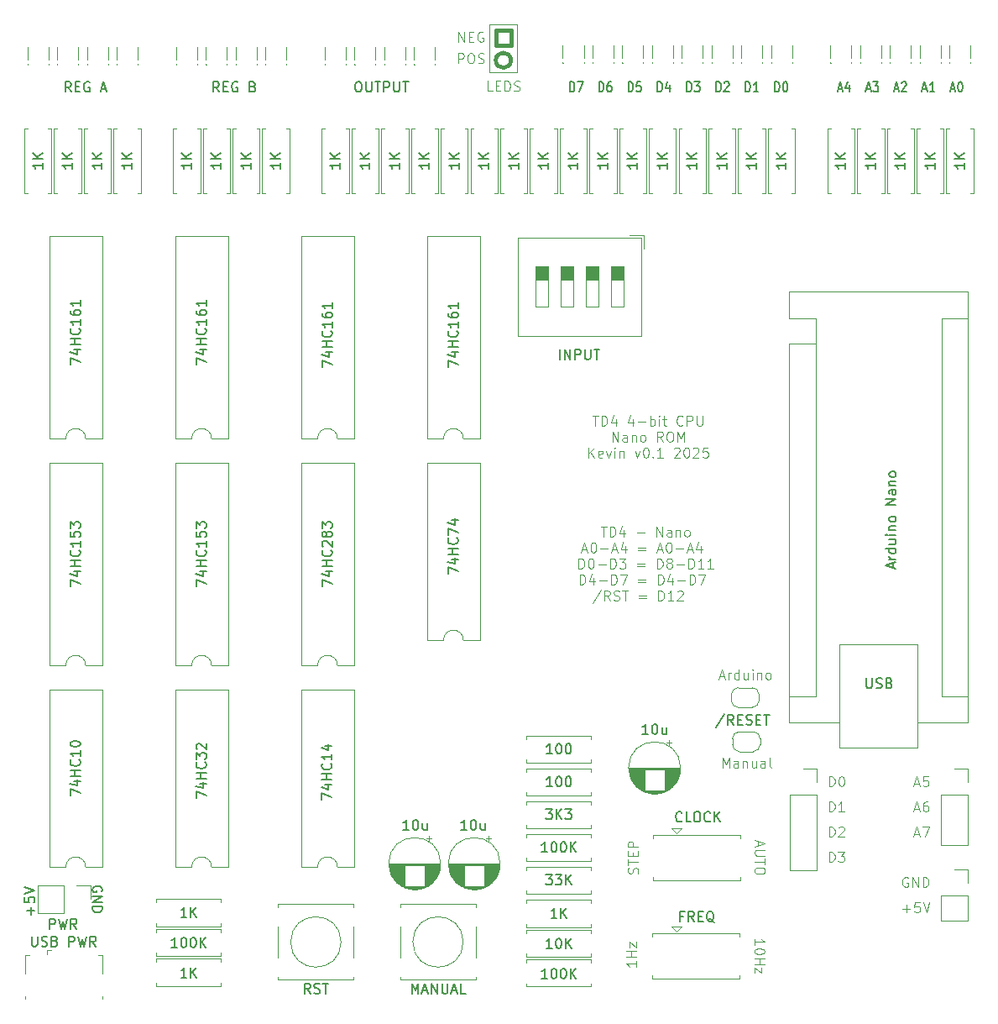
<source format=gbr>
%TF.GenerationSoftware,KiCad,Pcbnew,9.0.5*%
%TF.CreationDate,2025-11-24T22:09:00+00:00*%
%TF.ProjectId,TD4cpuNano,54443463-7075-44e6-916e-6f2e6b696361,rev?*%
%TF.SameCoordinates,Original*%
%TF.FileFunction,Legend,Top*%
%TF.FilePolarity,Positive*%
%FSLAX46Y46*%
G04 Gerber Fmt 4.6, Leading zero omitted, Abs format (unit mm)*
G04 Created by KiCad (PCBNEW 9.0.5) date 2025-11-24 22:09:00*
%MOMM*%
%LPD*%
G01*
G04 APERTURE LIST*
%ADD10C,0.400000*%
%ADD11C,0.100000*%
%ADD12C,0.150000*%
%ADD13C,0.120000*%
G04 APERTURE END LIST*
D10*
X101206264Y-55281270D02*
G75*
G02*
X99682264Y-55281270I-762000J0D01*
G01*
X99682264Y-55281270D02*
G75*
G02*
X101206264Y-55281270I762000J0D01*
G01*
D11*
X99060000Y-51689000D02*
X101854000Y-51689000D01*
X101854000Y-56515000D01*
X99060000Y-56515000D01*
X99060000Y-51689000D01*
D10*
X99682264Y-52233270D02*
X101206264Y-52233270D01*
X101206264Y-53757270D01*
X99682264Y-53757270D01*
X99682264Y-52233270D01*
D11*
X133303884Y-136077419D02*
X133303884Y-135077419D01*
X133303884Y-135077419D02*
X133541979Y-135077419D01*
X133541979Y-135077419D02*
X133684836Y-135125038D01*
X133684836Y-135125038D02*
X133780074Y-135220276D01*
X133780074Y-135220276D02*
X133827693Y-135315514D01*
X133827693Y-135315514D02*
X133875312Y-135505990D01*
X133875312Y-135505990D02*
X133875312Y-135648847D01*
X133875312Y-135648847D02*
X133827693Y-135839323D01*
X133827693Y-135839323D02*
X133780074Y-135934561D01*
X133780074Y-135934561D02*
X133684836Y-136029800D01*
X133684836Y-136029800D02*
X133541979Y-136077419D01*
X133541979Y-136077419D02*
X133303884Y-136077419D01*
X134208646Y-135077419D02*
X134827693Y-135077419D01*
X134827693Y-135077419D02*
X134494360Y-135458371D01*
X134494360Y-135458371D02*
X134637217Y-135458371D01*
X134637217Y-135458371D02*
X134732455Y-135505990D01*
X134732455Y-135505990D02*
X134780074Y-135553609D01*
X134780074Y-135553609D02*
X134827693Y-135648847D01*
X134827693Y-135648847D02*
X134827693Y-135886942D01*
X134827693Y-135886942D02*
X134780074Y-135982180D01*
X134780074Y-135982180D02*
X134732455Y-136029800D01*
X134732455Y-136029800D02*
X134637217Y-136077419D01*
X134637217Y-136077419D02*
X134351503Y-136077419D01*
X134351503Y-136077419D02*
X134256265Y-136029800D01*
X134256265Y-136029800D02*
X134208646Y-135982180D01*
X110284143Y-102282531D02*
X110855571Y-102282531D01*
X110569857Y-103282531D02*
X110569857Y-102282531D01*
X111188905Y-103282531D02*
X111188905Y-102282531D01*
X111188905Y-102282531D02*
X111427000Y-102282531D01*
X111427000Y-102282531D02*
X111569857Y-102330150D01*
X111569857Y-102330150D02*
X111665095Y-102425388D01*
X111665095Y-102425388D02*
X111712714Y-102520626D01*
X111712714Y-102520626D02*
X111760333Y-102711102D01*
X111760333Y-102711102D02*
X111760333Y-102853959D01*
X111760333Y-102853959D02*
X111712714Y-103044435D01*
X111712714Y-103044435D02*
X111665095Y-103139673D01*
X111665095Y-103139673D02*
X111569857Y-103234912D01*
X111569857Y-103234912D02*
X111427000Y-103282531D01*
X111427000Y-103282531D02*
X111188905Y-103282531D01*
X112617476Y-102615864D02*
X112617476Y-103282531D01*
X112379381Y-102234912D02*
X112141286Y-102949197D01*
X112141286Y-102949197D02*
X112760333Y-102949197D01*
X113903191Y-102901578D02*
X114665096Y-102901578D01*
X115903191Y-103282531D02*
X115903191Y-102282531D01*
X115903191Y-102282531D02*
X116474619Y-103282531D01*
X116474619Y-103282531D02*
X116474619Y-102282531D01*
X117379381Y-103282531D02*
X117379381Y-102758721D01*
X117379381Y-102758721D02*
X117331762Y-102663483D01*
X117331762Y-102663483D02*
X117236524Y-102615864D01*
X117236524Y-102615864D02*
X117046048Y-102615864D01*
X117046048Y-102615864D02*
X116950810Y-102663483D01*
X117379381Y-103234912D02*
X117284143Y-103282531D01*
X117284143Y-103282531D02*
X117046048Y-103282531D01*
X117046048Y-103282531D02*
X116950810Y-103234912D01*
X116950810Y-103234912D02*
X116903191Y-103139673D01*
X116903191Y-103139673D02*
X116903191Y-103044435D01*
X116903191Y-103044435D02*
X116950810Y-102949197D01*
X116950810Y-102949197D02*
X117046048Y-102901578D01*
X117046048Y-102901578D02*
X117284143Y-102901578D01*
X117284143Y-102901578D02*
X117379381Y-102853959D01*
X117855572Y-102615864D02*
X117855572Y-103282531D01*
X117855572Y-102711102D02*
X117903191Y-102663483D01*
X117903191Y-102663483D02*
X117998429Y-102615864D01*
X117998429Y-102615864D02*
X118141286Y-102615864D01*
X118141286Y-102615864D02*
X118236524Y-102663483D01*
X118236524Y-102663483D02*
X118284143Y-102758721D01*
X118284143Y-102758721D02*
X118284143Y-103282531D01*
X118903191Y-103282531D02*
X118807953Y-103234912D01*
X118807953Y-103234912D02*
X118760334Y-103187292D01*
X118760334Y-103187292D02*
X118712715Y-103092054D01*
X118712715Y-103092054D02*
X118712715Y-102806340D01*
X118712715Y-102806340D02*
X118760334Y-102711102D01*
X118760334Y-102711102D02*
X118807953Y-102663483D01*
X118807953Y-102663483D02*
X118903191Y-102615864D01*
X118903191Y-102615864D02*
X119046048Y-102615864D01*
X119046048Y-102615864D02*
X119141286Y-102663483D01*
X119141286Y-102663483D02*
X119188905Y-102711102D01*
X119188905Y-102711102D02*
X119236524Y-102806340D01*
X119236524Y-102806340D02*
X119236524Y-103092054D01*
X119236524Y-103092054D02*
X119188905Y-103187292D01*
X119188905Y-103187292D02*
X119141286Y-103234912D01*
X119141286Y-103234912D02*
X119046048Y-103282531D01*
X119046048Y-103282531D02*
X118903191Y-103282531D01*
X108379381Y-104606760D02*
X108855571Y-104606760D01*
X108284143Y-104892475D02*
X108617476Y-103892475D01*
X108617476Y-103892475D02*
X108950809Y-104892475D01*
X109474619Y-103892475D02*
X109569857Y-103892475D01*
X109569857Y-103892475D02*
X109665095Y-103940094D01*
X109665095Y-103940094D02*
X109712714Y-103987713D01*
X109712714Y-103987713D02*
X109760333Y-104082951D01*
X109760333Y-104082951D02*
X109807952Y-104273427D01*
X109807952Y-104273427D02*
X109807952Y-104511522D01*
X109807952Y-104511522D02*
X109760333Y-104701998D01*
X109760333Y-104701998D02*
X109712714Y-104797236D01*
X109712714Y-104797236D02*
X109665095Y-104844856D01*
X109665095Y-104844856D02*
X109569857Y-104892475D01*
X109569857Y-104892475D02*
X109474619Y-104892475D01*
X109474619Y-104892475D02*
X109379381Y-104844856D01*
X109379381Y-104844856D02*
X109331762Y-104797236D01*
X109331762Y-104797236D02*
X109284143Y-104701998D01*
X109284143Y-104701998D02*
X109236524Y-104511522D01*
X109236524Y-104511522D02*
X109236524Y-104273427D01*
X109236524Y-104273427D02*
X109284143Y-104082951D01*
X109284143Y-104082951D02*
X109331762Y-103987713D01*
X109331762Y-103987713D02*
X109379381Y-103940094D01*
X109379381Y-103940094D02*
X109474619Y-103892475D01*
X110236524Y-104511522D02*
X110998429Y-104511522D01*
X111427000Y-104606760D02*
X111903190Y-104606760D01*
X111331762Y-104892475D02*
X111665095Y-103892475D01*
X111665095Y-103892475D02*
X111998428Y-104892475D01*
X112760333Y-104225808D02*
X112760333Y-104892475D01*
X112522238Y-103844856D02*
X112284143Y-104559141D01*
X112284143Y-104559141D02*
X112903190Y-104559141D01*
X114046048Y-104368665D02*
X114807953Y-104368665D01*
X114807953Y-104654379D02*
X114046048Y-104654379D01*
X115998429Y-104606760D02*
X116474619Y-104606760D01*
X115903191Y-104892475D02*
X116236524Y-103892475D01*
X116236524Y-103892475D02*
X116569857Y-104892475D01*
X117093667Y-103892475D02*
X117188905Y-103892475D01*
X117188905Y-103892475D02*
X117284143Y-103940094D01*
X117284143Y-103940094D02*
X117331762Y-103987713D01*
X117331762Y-103987713D02*
X117379381Y-104082951D01*
X117379381Y-104082951D02*
X117427000Y-104273427D01*
X117427000Y-104273427D02*
X117427000Y-104511522D01*
X117427000Y-104511522D02*
X117379381Y-104701998D01*
X117379381Y-104701998D02*
X117331762Y-104797236D01*
X117331762Y-104797236D02*
X117284143Y-104844856D01*
X117284143Y-104844856D02*
X117188905Y-104892475D01*
X117188905Y-104892475D02*
X117093667Y-104892475D01*
X117093667Y-104892475D02*
X116998429Y-104844856D01*
X116998429Y-104844856D02*
X116950810Y-104797236D01*
X116950810Y-104797236D02*
X116903191Y-104701998D01*
X116903191Y-104701998D02*
X116855572Y-104511522D01*
X116855572Y-104511522D02*
X116855572Y-104273427D01*
X116855572Y-104273427D02*
X116903191Y-104082951D01*
X116903191Y-104082951D02*
X116950810Y-103987713D01*
X116950810Y-103987713D02*
X116998429Y-103940094D01*
X116998429Y-103940094D02*
X117093667Y-103892475D01*
X117855572Y-104511522D02*
X118617477Y-104511522D01*
X119046048Y-104606760D02*
X119522238Y-104606760D01*
X118950810Y-104892475D02*
X119284143Y-103892475D01*
X119284143Y-103892475D02*
X119617476Y-104892475D01*
X120379381Y-104225808D02*
X120379381Y-104892475D01*
X120141286Y-103844856D02*
X119903191Y-104559141D01*
X119903191Y-104559141D02*
X120522238Y-104559141D01*
X108046048Y-106502419D02*
X108046048Y-105502419D01*
X108046048Y-105502419D02*
X108284143Y-105502419D01*
X108284143Y-105502419D02*
X108427000Y-105550038D01*
X108427000Y-105550038D02*
X108522238Y-105645276D01*
X108522238Y-105645276D02*
X108569857Y-105740514D01*
X108569857Y-105740514D02*
X108617476Y-105930990D01*
X108617476Y-105930990D02*
X108617476Y-106073847D01*
X108617476Y-106073847D02*
X108569857Y-106264323D01*
X108569857Y-106264323D02*
X108522238Y-106359561D01*
X108522238Y-106359561D02*
X108427000Y-106454800D01*
X108427000Y-106454800D02*
X108284143Y-106502419D01*
X108284143Y-106502419D02*
X108046048Y-106502419D01*
X109236524Y-105502419D02*
X109331762Y-105502419D01*
X109331762Y-105502419D02*
X109427000Y-105550038D01*
X109427000Y-105550038D02*
X109474619Y-105597657D01*
X109474619Y-105597657D02*
X109522238Y-105692895D01*
X109522238Y-105692895D02*
X109569857Y-105883371D01*
X109569857Y-105883371D02*
X109569857Y-106121466D01*
X109569857Y-106121466D02*
X109522238Y-106311942D01*
X109522238Y-106311942D02*
X109474619Y-106407180D01*
X109474619Y-106407180D02*
X109427000Y-106454800D01*
X109427000Y-106454800D02*
X109331762Y-106502419D01*
X109331762Y-106502419D02*
X109236524Y-106502419D01*
X109236524Y-106502419D02*
X109141286Y-106454800D01*
X109141286Y-106454800D02*
X109093667Y-106407180D01*
X109093667Y-106407180D02*
X109046048Y-106311942D01*
X109046048Y-106311942D02*
X108998429Y-106121466D01*
X108998429Y-106121466D02*
X108998429Y-105883371D01*
X108998429Y-105883371D02*
X109046048Y-105692895D01*
X109046048Y-105692895D02*
X109093667Y-105597657D01*
X109093667Y-105597657D02*
X109141286Y-105550038D01*
X109141286Y-105550038D02*
X109236524Y-105502419D01*
X109998429Y-106121466D02*
X110760334Y-106121466D01*
X111236524Y-106502419D02*
X111236524Y-105502419D01*
X111236524Y-105502419D02*
X111474619Y-105502419D01*
X111474619Y-105502419D02*
X111617476Y-105550038D01*
X111617476Y-105550038D02*
X111712714Y-105645276D01*
X111712714Y-105645276D02*
X111760333Y-105740514D01*
X111760333Y-105740514D02*
X111807952Y-105930990D01*
X111807952Y-105930990D02*
X111807952Y-106073847D01*
X111807952Y-106073847D02*
X111760333Y-106264323D01*
X111760333Y-106264323D02*
X111712714Y-106359561D01*
X111712714Y-106359561D02*
X111617476Y-106454800D01*
X111617476Y-106454800D02*
X111474619Y-106502419D01*
X111474619Y-106502419D02*
X111236524Y-106502419D01*
X112141286Y-105502419D02*
X112760333Y-105502419D01*
X112760333Y-105502419D02*
X112427000Y-105883371D01*
X112427000Y-105883371D02*
X112569857Y-105883371D01*
X112569857Y-105883371D02*
X112665095Y-105930990D01*
X112665095Y-105930990D02*
X112712714Y-105978609D01*
X112712714Y-105978609D02*
X112760333Y-106073847D01*
X112760333Y-106073847D02*
X112760333Y-106311942D01*
X112760333Y-106311942D02*
X112712714Y-106407180D01*
X112712714Y-106407180D02*
X112665095Y-106454800D01*
X112665095Y-106454800D02*
X112569857Y-106502419D01*
X112569857Y-106502419D02*
X112284143Y-106502419D01*
X112284143Y-106502419D02*
X112188905Y-106454800D01*
X112188905Y-106454800D02*
X112141286Y-106407180D01*
X113950810Y-105978609D02*
X114712715Y-105978609D01*
X114712715Y-106264323D02*
X113950810Y-106264323D01*
X115950810Y-106502419D02*
X115950810Y-105502419D01*
X115950810Y-105502419D02*
X116188905Y-105502419D01*
X116188905Y-105502419D02*
X116331762Y-105550038D01*
X116331762Y-105550038D02*
X116427000Y-105645276D01*
X116427000Y-105645276D02*
X116474619Y-105740514D01*
X116474619Y-105740514D02*
X116522238Y-105930990D01*
X116522238Y-105930990D02*
X116522238Y-106073847D01*
X116522238Y-106073847D02*
X116474619Y-106264323D01*
X116474619Y-106264323D02*
X116427000Y-106359561D01*
X116427000Y-106359561D02*
X116331762Y-106454800D01*
X116331762Y-106454800D02*
X116188905Y-106502419D01*
X116188905Y-106502419D02*
X115950810Y-106502419D01*
X117093667Y-105930990D02*
X116998429Y-105883371D01*
X116998429Y-105883371D02*
X116950810Y-105835752D01*
X116950810Y-105835752D02*
X116903191Y-105740514D01*
X116903191Y-105740514D02*
X116903191Y-105692895D01*
X116903191Y-105692895D02*
X116950810Y-105597657D01*
X116950810Y-105597657D02*
X116998429Y-105550038D01*
X116998429Y-105550038D02*
X117093667Y-105502419D01*
X117093667Y-105502419D02*
X117284143Y-105502419D01*
X117284143Y-105502419D02*
X117379381Y-105550038D01*
X117379381Y-105550038D02*
X117427000Y-105597657D01*
X117427000Y-105597657D02*
X117474619Y-105692895D01*
X117474619Y-105692895D02*
X117474619Y-105740514D01*
X117474619Y-105740514D02*
X117427000Y-105835752D01*
X117427000Y-105835752D02*
X117379381Y-105883371D01*
X117379381Y-105883371D02*
X117284143Y-105930990D01*
X117284143Y-105930990D02*
X117093667Y-105930990D01*
X117093667Y-105930990D02*
X116998429Y-105978609D01*
X116998429Y-105978609D02*
X116950810Y-106026228D01*
X116950810Y-106026228D02*
X116903191Y-106121466D01*
X116903191Y-106121466D02*
X116903191Y-106311942D01*
X116903191Y-106311942D02*
X116950810Y-106407180D01*
X116950810Y-106407180D02*
X116998429Y-106454800D01*
X116998429Y-106454800D02*
X117093667Y-106502419D01*
X117093667Y-106502419D02*
X117284143Y-106502419D01*
X117284143Y-106502419D02*
X117379381Y-106454800D01*
X117379381Y-106454800D02*
X117427000Y-106407180D01*
X117427000Y-106407180D02*
X117474619Y-106311942D01*
X117474619Y-106311942D02*
X117474619Y-106121466D01*
X117474619Y-106121466D02*
X117427000Y-106026228D01*
X117427000Y-106026228D02*
X117379381Y-105978609D01*
X117379381Y-105978609D02*
X117284143Y-105930990D01*
X117903191Y-106121466D02*
X118665096Y-106121466D01*
X119141286Y-106502419D02*
X119141286Y-105502419D01*
X119141286Y-105502419D02*
X119379381Y-105502419D01*
X119379381Y-105502419D02*
X119522238Y-105550038D01*
X119522238Y-105550038D02*
X119617476Y-105645276D01*
X119617476Y-105645276D02*
X119665095Y-105740514D01*
X119665095Y-105740514D02*
X119712714Y-105930990D01*
X119712714Y-105930990D02*
X119712714Y-106073847D01*
X119712714Y-106073847D02*
X119665095Y-106264323D01*
X119665095Y-106264323D02*
X119617476Y-106359561D01*
X119617476Y-106359561D02*
X119522238Y-106454800D01*
X119522238Y-106454800D02*
X119379381Y-106502419D01*
X119379381Y-106502419D02*
X119141286Y-106502419D01*
X120665095Y-106502419D02*
X120093667Y-106502419D01*
X120379381Y-106502419D02*
X120379381Y-105502419D01*
X120379381Y-105502419D02*
X120284143Y-105645276D01*
X120284143Y-105645276D02*
X120188905Y-105740514D01*
X120188905Y-105740514D02*
X120093667Y-105788133D01*
X121617476Y-106502419D02*
X121046048Y-106502419D01*
X121331762Y-106502419D02*
X121331762Y-105502419D01*
X121331762Y-105502419D02*
X121236524Y-105645276D01*
X121236524Y-105645276D02*
X121141286Y-105740514D01*
X121141286Y-105740514D02*
X121046048Y-105788133D01*
X108141286Y-108112363D02*
X108141286Y-107112363D01*
X108141286Y-107112363D02*
X108379381Y-107112363D01*
X108379381Y-107112363D02*
X108522238Y-107159982D01*
X108522238Y-107159982D02*
X108617476Y-107255220D01*
X108617476Y-107255220D02*
X108665095Y-107350458D01*
X108665095Y-107350458D02*
X108712714Y-107540934D01*
X108712714Y-107540934D02*
X108712714Y-107683791D01*
X108712714Y-107683791D02*
X108665095Y-107874267D01*
X108665095Y-107874267D02*
X108617476Y-107969505D01*
X108617476Y-107969505D02*
X108522238Y-108064744D01*
X108522238Y-108064744D02*
X108379381Y-108112363D01*
X108379381Y-108112363D02*
X108141286Y-108112363D01*
X109569857Y-107445696D02*
X109569857Y-108112363D01*
X109331762Y-107064744D02*
X109093667Y-107779029D01*
X109093667Y-107779029D02*
X109712714Y-107779029D01*
X110093667Y-107731410D02*
X110855572Y-107731410D01*
X111331762Y-108112363D02*
X111331762Y-107112363D01*
X111331762Y-107112363D02*
X111569857Y-107112363D01*
X111569857Y-107112363D02*
X111712714Y-107159982D01*
X111712714Y-107159982D02*
X111807952Y-107255220D01*
X111807952Y-107255220D02*
X111855571Y-107350458D01*
X111855571Y-107350458D02*
X111903190Y-107540934D01*
X111903190Y-107540934D02*
X111903190Y-107683791D01*
X111903190Y-107683791D02*
X111855571Y-107874267D01*
X111855571Y-107874267D02*
X111807952Y-107969505D01*
X111807952Y-107969505D02*
X111712714Y-108064744D01*
X111712714Y-108064744D02*
X111569857Y-108112363D01*
X111569857Y-108112363D02*
X111331762Y-108112363D01*
X112236524Y-107112363D02*
X112903190Y-107112363D01*
X112903190Y-107112363D02*
X112474619Y-108112363D01*
X114046048Y-107588553D02*
X114807953Y-107588553D01*
X114807953Y-107874267D02*
X114046048Y-107874267D01*
X116046048Y-108112363D02*
X116046048Y-107112363D01*
X116046048Y-107112363D02*
X116284143Y-107112363D01*
X116284143Y-107112363D02*
X116427000Y-107159982D01*
X116427000Y-107159982D02*
X116522238Y-107255220D01*
X116522238Y-107255220D02*
X116569857Y-107350458D01*
X116569857Y-107350458D02*
X116617476Y-107540934D01*
X116617476Y-107540934D02*
X116617476Y-107683791D01*
X116617476Y-107683791D02*
X116569857Y-107874267D01*
X116569857Y-107874267D02*
X116522238Y-107969505D01*
X116522238Y-107969505D02*
X116427000Y-108064744D01*
X116427000Y-108064744D02*
X116284143Y-108112363D01*
X116284143Y-108112363D02*
X116046048Y-108112363D01*
X117474619Y-107445696D02*
X117474619Y-108112363D01*
X117236524Y-107064744D02*
X116998429Y-107779029D01*
X116998429Y-107779029D02*
X117617476Y-107779029D01*
X117998429Y-107731410D02*
X118760334Y-107731410D01*
X119236524Y-108112363D02*
X119236524Y-107112363D01*
X119236524Y-107112363D02*
X119474619Y-107112363D01*
X119474619Y-107112363D02*
X119617476Y-107159982D01*
X119617476Y-107159982D02*
X119712714Y-107255220D01*
X119712714Y-107255220D02*
X119760333Y-107350458D01*
X119760333Y-107350458D02*
X119807952Y-107540934D01*
X119807952Y-107540934D02*
X119807952Y-107683791D01*
X119807952Y-107683791D02*
X119760333Y-107874267D01*
X119760333Y-107874267D02*
X119712714Y-107969505D01*
X119712714Y-107969505D02*
X119617476Y-108064744D01*
X119617476Y-108064744D02*
X119474619Y-108112363D01*
X119474619Y-108112363D02*
X119236524Y-108112363D01*
X120141286Y-107112363D02*
X120807952Y-107112363D01*
X120807952Y-107112363D02*
X120379381Y-108112363D01*
X110284142Y-108674688D02*
X109427000Y-109960402D01*
X111188904Y-109722307D02*
X110855571Y-109246116D01*
X110617476Y-109722307D02*
X110617476Y-108722307D01*
X110617476Y-108722307D02*
X110998428Y-108722307D01*
X110998428Y-108722307D02*
X111093666Y-108769926D01*
X111093666Y-108769926D02*
X111141285Y-108817545D01*
X111141285Y-108817545D02*
X111188904Y-108912783D01*
X111188904Y-108912783D02*
X111188904Y-109055640D01*
X111188904Y-109055640D02*
X111141285Y-109150878D01*
X111141285Y-109150878D02*
X111093666Y-109198497D01*
X111093666Y-109198497D02*
X110998428Y-109246116D01*
X110998428Y-109246116D02*
X110617476Y-109246116D01*
X111569857Y-109674688D02*
X111712714Y-109722307D01*
X111712714Y-109722307D02*
X111950809Y-109722307D01*
X111950809Y-109722307D02*
X112046047Y-109674688D01*
X112046047Y-109674688D02*
X112093666Y-109627068D01*
X112093666Y-109627068D02*
X112141285Y-109531830D01*
X112141285Y-109531830D02*
X112141285Y-109436592D01*
X112141285Y-109436592D02*
X112093666Y-109341354D01*
X112093666Y-109341354D02*
X112046047Y-109293735D01*
X112046047Y-109293735D02*
X111950809Y-109246116D01*
X111950809Y-109246116D02*
X111760333Y-109198497D01*
X111760333Y-109198497D02*
X111665095Y-109150878D01*
X111665095Y-109150878D02*
X111617476Y-109103259D01*
X111617476Y-109103259D02*
X111569857Y-109008021D01*
X111569857Y-109008021D02*
X111569857Y-108912783D01*
X111569857Y-108912783D02*
X111617476Y-108817545D01*
X111617476Y-108817545D02*
X111665095Y-108769926D01*
X111665095Y-108769926D02*
X111760333Y-108722307D01*
X111760333Y-108722307D02*
X111998428Y-108722307D01*
X111998428Y-108722307D02*
X112141285Y-108769926D01*
X112427000Y-108722307D02*
X112998428Y-108722307D01*
X112712714Y-109722307D02*
X112712714Y-108722307D01*
X114093667Y-109198497D02*
X114855572Y-109198497D01*
X114855572Y-109484211D02*
X114093667Y-109484211D01*
X116093667Y-109722307D02*
X116093667Y-108722307D01*
X116093667Y-108722307D02*
X116331762Y-108722307D01*
X116331762Y-108722307D02*
X116474619Y-108769926D01*
X116474619Y-108769926D02*
X116569857Y-108865164D01*
X116569857Y-108865164D02*
X116617476Y-108960402D01*
X116617476Y-108960402D02*
X116665095Y-109150878D01*
X116665095Y-109150878D02*
X116665095Y-109293735D01*
X116665095Y-109293735D02*
X116617476Y-109484211D01*
X116617476Y-109484211D02*
X116569857Y-109579449D01*
X116569857Y-109579449D02*
X116474619Y-109674688D01*
X116474619Y-109674688D02*
X116331762Y-109722307D01*
X116331762Y-109722307D02*
X116093667Y-109722307D01*
X117617476Y-109722307D02*
X117046048Y-109722307D01*
X117331762Y-109722307D02*
X117331762Y-108722307D01*
X117331762Y-108722307D02*
X117236524Y-108865164D01*
X117236524Y-108865164D02*
X117141286Y-108960402D01*
X117141286Y-108960402D02*
X117046048Y-109008021D01*
X117998429Y-108817545D02*
X118046048Y-108769926D01*
X118046048Y-108769926D02*
X118141286Y-108722307D01*
X118141286Y-108722307D02*
X118379381Y-108722307D01*
X118379381Y-108722307D02*
X118474619Y-108769926D01*
X118474619Y-108769926D02*
X118522238Y-108817545D01*
X118522238Y-108817545D02*
X118569857Y-108912783D01*
X118569857Y-108912783D02*
X118569857Y-109008021D01*
X118569857Y-109008021D02*
X118522238Y-109150878D01*
X118522238Y-109150878D02*
X117950810Y-109722307D01*
X117950810Y-109722307D02*
X118569857Y-109722307D01*
D12*
X85733238Y-57454819D02*
X85923714Y-57454819D01*
X85923714Y-57454819D02*
X86018952Y-57502438D01*
X86018952Y-57502438D02*
X86114190Y-57597676D01*
X86114190Y-57597676D02*
X86161809Y-57788152D01*
X86161809Y-57788152D02*
X86161809Y-58121485D01*
X86161809Y-58121485D02*
X86114190Y-58311961D01*
X86114190Y-58311961D02*
X86018952Y-58407200D01*
X86018952Y-58407200D02*
X85923714Y-58454819D01*
X85923714Y-58454819D02*
X85733238Y-58454819D01*
X85733238Y-58454819D02*
X85638000Y-58407200D01*
X85638000Y-58407200D02*
X85542762Y-58311961D01*
X85542762Y-58311961D02*
X85495143Y-58121485D01*
X85495143Y-58121485D02*
X85495143Y-57788152D01*
X85495143Y-57788152D02*
X85542762Y-57597676D01*
X85542762Y-57597676D02*
X85638000Y-57502438D01*
X85638000Y-57502438D02*
X85733238Y-57454819D01*
X86590381Y-57454819D02*
X86590381Y-58264342D01*
X86590381Y-58264342D02*
X86638000Y-58359580D01*
X86638000Y-58359580D02*
X86685619Y-58407200D01*
X86685619Y-58407200D02*
X86780857Y-58454819D01*
X86780857Y-58454819D02*
X86971333Y-58454819D01*
X86971333Y-58454819D02*
X87066571Y-58407200D01*
X87066571Y-58407200D02*
X87114190Y-58359580D01*
X87114190Y-58359580D02*
X87161809Y-58264342D01*
X87161809Y-58264342D02*
X87161809Y-57454819D01*
X87495143Y-57454819D02*
X88066571Y-57454819D01*
X87780857Y-58454819D02*
X87780857Y-57454819D01*
X88399905Y-58454819D02*
X88399905Y-57454819D01*
X88399905Y-57454819D02*
X88780857Y-57454819D01*
X88780857Y-57454819D02*
X88876095Y-57502438D01*
X88876095Y-57502438D02*
X88923714Y-57550057D01*
X88923714Y-57550057D02*
X88971333Y-57645295D01*
X88971333Y-57645295D02*
X88971333Y-57788152D01*
X88971333Y-57788152D02*
X88923714Y-57883390D01*
X88923714Y-57883390D02*
X88876095Y-57931009D01*
X88876095Y-57931009D02*
X88780857Y-57978628D01*
X88780857Y-57978628D02*
X88399905Y-57978628D01*
X89399905Y-57454819D02*
X89399905Y-58264342D01*
X89399905Y-58264342D02*
X89447524Y-58359580D01*
X89447524Y-58359580D02*
X89495143Y-58407200D01*
X89495143Y-58407200D02*
X89590381Y-58454819D01*
X89590381Y-58454819D02*
X89780857Y-58454819D01*
X89780857Y-58454819D02*
X89876095Y-58407200D01*
X89876095Y-58407200D02*
X89923714Y-58359580D01*
X89923714Y-58359580D02*
X89971333Y-58264342D01*
X89971333Y-58264342D02*
X89971333Y-57454819D01*
X90304667Y-57454819D02*
X90876095Y-57454819D01*
X90590381Y-58454819D02*
X90590381Y-57454819D01*
X71755190Y-58454819D02*
X71421857Y-57978628D01*
X71183762Y-58454819D02*
X71183762Y-57454819D01*
X71183762Y-57454819D02*
X71564714Y-57454819D01*
X71564714Y-57454819D02*
X71659952Y-57502438D01*
X71659952Y-57502438D02*
X71707571Y-57550057D01*
X71707571Y-57550057D02*
X71755190Y-57645295D01*
X71755190Y-57645295D02*
X71755190Y-57788152D01*
X71755190Y-57788152D02*
X71707571Y-57883390D01*
X71707571Y-57883390D02*
X71659952Y-57931009D01*
X71659952Y-57931009D02*
X71564714Y-57978628D01*
X71564714Y-57978628D02*
X71183762Y-57978628D01*
X72183762Y-57931009D02*
X72517095Y-57931009D01*
X72659952Y-58454819D02*
X72183762Y-58454819D01*
X72183762Y-58454819D02*
X72183762Y-57454819D01*
X72183762Y-57454819D02*
X72659952Y-57454819D01*
X73612333Y-57502438D02*
X73517095Y-57454819D01*
X73517095Y-57454819D02*
X73374238Y-57454819D01*
X73374238Y-57454819D02*
X73231381Y-57502438D01*
X73231381Y-57502438D02*
X73136143Y-57597676D01*
X73136143Y-57597676D02*
X73088524Y-57692914D01*
X73088524Y-57692914D02*
X73040905Y-57883390D01*
X73040905Y-57883390D02*
X73040905Y-58026247D01*
X73040905Y-58026247D02*
X73088524Y-58216723D01*
X73088524Y-58216723D02*
X73136143Y-58311961D01*
X73136143Y-58311961D02*
X73231381Y-58407200D01*
X73231381Y-58407200D02*
X73374238Y-58454819D01*
X73374238Y-58454819D02*
X73469476Y-58454819D01*
X73469476Y-58454819D02*
X73612333Y-58407200D01*
X73612333Y-58407200D02*
X73659952Y-58359580D01*
X73659952Y-58359580D02*
X73659952Y-58026247D01*
X73659952Y-58026247D02*
X73469476Y-58026247D01*
X75183762Y-57931009D02*
X75326619Y-57978628D01*
X75326619Y-57978628D02*
X75374238Y-58026247D01*
X75374238Y-58026247D02*
X75421857Y-58121485D01*
X75421857Y-58121485D02*
X75421857Y-58264342D01*
X75421857Y-58264342D02*
X75374238Y-58359580D01*
X75374238Y-58359580D02*
X75326619Y-58407200D01*
X75326619Y-58407200D02*
X75231381Y-58454819D01*
X75231381Y-58454819D02*
X74850429Y-58454819D01*
X74850429Y-58454819D02*
X74850429Y-57454819D01*
X74850429Y-57454819D02*
X75183762Y-57454819D01*
X75183762Y-57454819D02*
X75279000Y-57502438D01*
X75279000Y-57502438D02*
X75326619Y-57550057D01*
X75326619Y-57550057D02*
X75374238Y-57645295D01*
X75374238Y-57645295D02*
X75374238Y-57740533D01*
X75374238Y-57740533D02*
X75326619Y-57835771D01*
X75326619Y-57835771D02*
X75279000Y-57883390D01*
X75279000Y-57883390D02*
X75183762Y-57931009D01*
X75183762Y-57931009D02*
X74850429Y-57931009D01*
D11*
X141915163Y-128171704D02*
X142391353Y-128171704D01*
X141819925Y-128457419D02*
X142153258Y-127457419D01*
X142153258Y-127457419D02*
X142486591Y-128457419D01*
X143296115Y-127457419D02*
X142819925Y-127457419D01*
X142819925Y-127457419D02*
X142772306Y-127933609D01*
X142772306Y-127933609D02*
X142819925Y-127885990D01*
X142819925Y-127885990D02*
X142915163Y-127838371D01*
X142915163Y-127838371D02*
X143153258Y-127838371D01*
X143153258Y-127838371D02*
X143248496Y-127885990D01*
X143248496Y-127885990D02*
X143296115Y-127933609D01*
X143296115Y-127933609D02*
X143343734Y-128028847D01*
X143343734Y-128028847D02*
X143343734Y-128266942D01*
X143343734Y-128266942D02*
X143296115Y-128362180D01*
X143296115Y-128362180D02*
X143248496Y-128409800D01*
X143248496Y-128409800D02*
X143153258Y-128457419D01*
X143153258Y-128457419D02*
X142915163Y-128457419D01*
X142915163Y-128457419D02*
X142819925Y-128409800D01*
X142819925Y-128409800D02*
X142772306Y-128362180D01*
X141248496Y-137665038D02*
X141153258Y-137617419D01*
X141153258Y-137617419D02*
X141010401Y-137617419D01*
X141010401Y-137617419D02*
X140867544Y-137665038D01*
X140867544Y-137665038D02*
X140772306Y-137760276D01*
X140772306Y-137760276D02*
X140724687Y-137855514D01*
X140724687Y-137855514D02*
X140677068Y-138045990D01*
X140677068Y-138045990D02*
X140677068Y-138188847D01*
X140677068Y-138188847D02*
X140724687Y-138379323D01*
X140724687Y-138379323D02*
X140772306Y-138474561D01*
X140772306Y-138474561D02*
X140867544Y-138569800D01*
X140867544Y-138569800D02*
X141010401Y-138617419D01*
X141010401Y-138617419D02*
X141105639Y-138617419D01*
X141105639Y-138617419D02*
X141248496Y-138569800D01*
X141248496Y-138569800D02*
X141296115Y-138522180D01*
X141296115Y-138522180D02*
X141296115Y-138188847D01*
X141296115Y-138188847D02*
X141105639Y-138188847D01*
X141724687Y-138617419D02*
X141724687Y-137617419D01*
X141724687Y-137617419D02*
X142296115Y-138617419D01*
X142296115Y-138617419D02*
X142296115Y-137617419D01*
X142772306Y-138617419D02*
X142772306Y-137617419D01*
X142772306Y-137617419D02*
X143010401Y-137617419D01*
X143010401Y-137617419D02*
X143153258Y-137665038D01*
X143153258Y-137665038D02*
X143248496Y-137760276D01*
X143248496Y-137760276D02*
X143296115Y-137855514D01*
X143296115Y-137855514D02*
X143343734Y-138045990D01*
X143343734Y-138045990D02*
X143343734Y-138188847D01*
X143343734Y-138188847D02*
X143296115Y-138379323D01*
X143296115Y-138379323D02*
X143248496Y-138474561D01*
X143248496Y-138474561D02*
X143153258Y-138569800D01*
X143153258Y-138569800D02*
X143010401Y-138617419D01*
X143010401Y-138617419D02*
X142772306Y-138617419D01*
X133303884Y-130997419D02*
X133303884Y-129997419D01*
X133303884Y-129997419D02*
X133541979Y-129997419D01*
X133541979Y-129997419D02*
X133684836Y-130045038D01*
X133684836Y-130045038D02*
X133780074Y-130140276D01*
X133780074Y-130140276D02*
X133827693Y-130235514D01*
X133827693Y-130235514D02*
X133875312Y-130425990D01*
X133875312Y-130425990D02*
X133875312Y-130568847D01*
X133875312Y-130568847D02*
X133827693Y-130759323D01*
X133827693Y-130759323D02*
X133780074Y-130854561D01*
X133780074Y-130854561D02*
X133684836Y-130949800D01*
X133684836Y-130949800D02*
X133541979Y-130997419D01*
X133541979Y-130997419D02*
X133303884Y-130997419D01*
X134827693Y-130997419D02*
X134256265Y-130997419D01*
X134541979Y-130997419D02*
X134541979Y-129997419D01*
X134541979Y-129997419D02*
X134446741Y-130140276D01*
X134446741Y-130140276D02*
X134351503Y-130235514D01*
X134351503Y-130235514D02*
X134256265Y-130283133D01*
X133303884Y-128457419D02*
X133303884Y-127457419D01*
X133303884Y-127457419D02*
X133541979Y-127457419D01*
X133541979Y-127457419D02*
X133684836Y-127505038D01*
X133684836Y-127505038D02*
X133780074Y-127600276D01*
X133780074Y-127600276D02*
X133827693Y-127695514D01*
X133827693Y-127695514D02*
X133875312Y-127885990D01*
X133875312Y-127885990D02*
X133875312Y-128028847D01*
X133875312Y-128028847D02*
X133827693Y-128219323D01*
X133827693Y-128219323D02*
X133780074Y-128314561D01*
X133780074Y-128314561D02*
X133684836Y-128409800D01*
X133684836Y-128409800D02*
X133541979Y-128457419D01*
X133541979Y-128457419D02*
X133303884Y-128457419D01*
X134494360Y-127457419D02*
X134589598Y-127457419D01*
X134589598Y-127457419D02*
X134684836Y-127505038D01*
X134684836Y-127505038D02*
X134732455Y-127552657D01*
X134732455Y-127552657D02*
X134780074Y-127647895D01*
X134780074Y-127647895D02*
X134827693Y-127838371D01*
X134827693Y-127838371D02*
X134827693Y-128076466D01*
X134827693Y-128076466D02*
X134780074Y-128266942D01*
X134780074Y-128266942D02*
X134732455Y-128362180D01*
X134732455Y-128362180D02*
X134684836Y-128409800D01*
X134684836Y-128409800D02*
X134589598Y-128457419D01*
X134589598Y-128457419D02*
X134494360Y-128457419D01*
X134494360Y-128457419D02*
X134399122Y-128409800D01*
X134399122Y-128409800D02*
X134351503Y-128362180D01*
X134351503Y-128362180D02*
X134303884Y-128266942D01*
X134303884Y-128266942D02*
X134256265Y-128076466D01*
X134256265Y-128076466D02*
X134256265Y-127838371D01*
X134256265Y-127838371D02*
X134303884Y-127647895D01*
X134303884Y-127647895D02*
X134351503Y-127552657D01*
X134351503Y-127552657D02*
X134399122Y-127505038D01*
X134399122Y-127505038D02*
X134494360Y-127457419D01*
X122548238Y-126568419D02*
X122548238Y-125568419D01*
X122548238Y-125568419D02*
X122881571Y-126282704D01*
X122881571Y-126282704D02*
X123214904Y-125568419D01*
X123214904Y-125568419D02*
X123214904Y-126568419D01*
X124119666Y-126568419D02*
X124119666Y-126044609D01*
X124119666Y-126044609D02*
X124072047Y-125949371D01*
X124072047Y-125949371D02*
X123976809Y-125901752D01*
X123976809Y-125901752D02*
X123786333Y-125901752D01*
X123786333Y-125901752D02*
X123691095Y-125949371D01*
X124119666Y-126520800D02*
X124024428Y-126568419D01*
X124024428Y-126568419D02*
X123786333Y-126568419D01*
X123786333Y-126568419D02*
X123691095Y-126520800D01*
X123691095Y-126520800D02*
X123643476Y-126425561D01*
X123643476Y-126425561D02*
X123643476Y-126330323D01*
X123643476Y-126330323D02*
X123691095Y-126235085D01*
X123691095Y-126235085D02*
X123786333Y-126187466D01*
X123786333Y-126187466D02*
X124024428Y-126187466D01*
X124024428Y-126187466D02*
X124119666Y-126139847D01*
X124595857Y-125901752D02*
X124595857Y-126568419D01*
X124595857Y-125996990D02*
X124643476Y-125949371D01*
X124643476Y-125949371D02*
X124738714Y-125901752D01*
X124738714Y-125901752D02*
X124881571Y-125901752D01*
X124881571Y-125901752D02*
X124976809Y-125949371D01*
X124976809Y-125949371D02*
X125024428Y-126044609D01*
X125024428Y-126044609D02*
X125024428Y-126568419D01*
X125929190Y-125901752D02*
X125929190Y-126568419D01*
X125500619Y-125901752D02*
X125500619Y-126425561D01*
X125500619Y-126425561D02*
X125548238Y-126520800D01*
X125548238Y-126520800D02*
X125643476Y-126568419D01*
X125643476Y-126568419D02*
X125786333Y-126568419D01*
X125786333Y-126568419D02*
X125881571Y-126520800D01*
X125881571Y-126520800D02*
X125929190Y-126473180D01*
X126833952Y-126568419D02*
X126833952Y-126044609D01*
X126833952Y-126044609D02*
X126786333Y-125949371D01*
X126786333Y-125949371D02*
X126691095Y-125901752D01*
X126691095Y-125901752D02*
X126500619Y-125901752D01*
X126500619Y-125901752D02*
X126405381Y-125949371D01*
X126833952Y-126520800D02*
X126738714Y-126568419D01*
X126738714Y-126568419D02*
X126500619Y-126568419D01*
X126500619Y-126568419D02*
X126405381Y-126520800D01*
X126405381Y-126520800D02*
X126357762Y-126425561D01*
X126357762Y-126425561D02*
X126357762Y-126330323D01*
X126357762Y-126330323D02*
X126405381Y-126235085D01*
X126405381Y-126235085D02*
X126500619Y-126187466D01*
X126500619Y-126187466D02*
X126738714Y-126187466D01*
X126738714Y-126187466D02*
X126833952Y-126139847D01*
X127453000Y-126568419D02*
X127357762Y-126520800D01*
X127357762Y-126520800D02*
X127310143Y-126425561D01*
X127310143Y-126425561D02*
X127310143Y-125568419D01*
X140724687Y-140776466D02*
X141486592Y-140776466D01*
X141105639Y-141157419D02*
X141105639Y-140395514D01*
X142438972Y-140157419D02*
X141962782Y-140157419D01*
X141962782Y-140157419D02*
X141915163Y-140633609D01*
X141915163Y-140633609D02*
X141962782Y-140585990D01*
X141962782Y-140585990D02*
X142058020Y-140538371D01*
X142058020Y-140538371D02*
X142296115Y-140538371D01*
X142296115Y-140538371D02*
X142391353Y-140585990D01*
X142391353Y-140585990D02*
X142438972Y-140633609D01*
X142438972Y-140633609D02*
X142486591Y-140728847D01*
X142486591Y-140728847D02*
X142486591Y-140966942D01*
X142486591Y-140966942D02*
X142438972Y-141062180D01*
X142438972Y-141062180D02*
X142391353Y-141109800D01*
X142391353Y-141109800D02*
X142296115Y-141157419D01*
X142296115Y-141157419D02*
X142058020Y-141157419D01*
X142058020Y-141157419D02*
X141962782Y-141109800D01*
X141962782Y-141109800D02*
X141915163Y-141062180D01*
X142772306Y-140157419D02*
X143105639Y-141157419D01*
X143105639Y-141157419D02*
X143438972Y-140157419D01*
D12*
X134226191Y-58169104D02*
X134630953Y-58169104D01*
X134145239Y-58454819D02*
X134428572Y-57454819D01*
X134428572Y-57454819D02*
X134711906Y-58454819D01*
X135359524Y-57788152D02*
X135359524Y-58454819D01*
X135157143Y-57407200D02*
X134954762Y-58121485D01*
X134954762Y-58121485D02*
X135480953Y-58121485D01*
X137059524Y-58169104D02*
X137464286Y-58169104D01*
X136978572Y-58454819D02*
X137261905Y-57454819D01*
X137261905Y-57454819D02*
X137545239Y-58454819D01*
X137747619Y-57454819D02*
X138273810Y-57454819D01*
X138273810Y-57454819D02*
X137990476Y-57835771D01*
X137990476Y-57835771D02*
X138111905Y-57835771D01*
X138111905Y-57835771D02*
X138192857Y-57883390D01*
X138192857Y-57883390D02*
X138233333Y-57931009D01*
X138233333Y-57931009D02*
X138273810Y-58026247D01*
X138273810Y-58026247D02*
X138273810Y-58264342D01*
X138273810Y-58264342D02*
X138233333Y-58359580D01*
X138233333Y-58359580D02*
X138192857Y-58407200D01*
X138192857Y-58407200D02*
X138111905Y-58454819D01*
X138111905Y-58454819D02*
X137869048Y-58454819D01*
X137869048Y-58454819D02*
X137788095Y-58407200D01*
X137788095Y-58407200D02*
X137747619Y-58359580D01*
X139892857Y-58169104D02*
X140297619Y-58169104D01*
X139811905Y-58454819D02*
X140095238Y-57454819D01*
X140095238Y-57454819D02*
X140378572Y-58454819D01*
X140621428Y-57550057D02*
X140661904Y-57502438D01*
X140661904Y-57502438D02*
X140742857Y-57454819D01*
X140742857Y-57454819D02*
X140945238Y-57454819D01*
X140945238Y-57454819D02*
X141026190Y-57502438D01*
X141026190Y-57502438D02*
X141066666Y-57550057D01*
X141066666Y-57550057D02*
X141107143Y-57645295D01*
X141107143Y-57645295D02*
X141107143Y-57740533D01*
X141107143Y-57740533D02*
X141066666Y-57883390D01*
X141066666Y-57883390D02*
X140580952Y-58454819D01*
X140580952Y-58454819D02*
X141107143Y-58454819D01*
X142726190Y-58169104D02*
X143130952Y-58169104D01*
X142645238Y-58454819D02*
X142928571Y-57454819D01*
X142928571Y-57454819D02*
X143211905Y-58454819D01*
X143940476Y-58454819D02*
X143454761Y-58454819D01*
X143697618Y-58454819D02*
X143697618Y-57454819D01*
X143697618Y-57454819D02*
X143616666Y-57597676D01*
X143616666Y-57597676D02*
X143535714Y-57692914D01*
X143535714Y-57692914D02*
X143454761Y-57740533D01*
X145559523Y-58169104D02*
X145964285Y-58169104D01*
X145478571Y-58454819D02*
X145761904Y-57454819D01*
X145761904Y-57454819D02*
X146045238Y-58454819D01*
X146490475Y-57454819D02*
X146571428Y-57454819D01*
X146571428Y-57454819D02*
X146652380Y-57502438D01*
X146652380Y-57502438D02*
X146692856Y-57550057D01*
X146692856Y-57550057D02*
X146733332Y-57645295D01*
X146733332Y-57645295D02*
X146773809Y-57835771D01*
X146773809Y-57835771D02*
X146773809Y-58073866D01*
X146773809Y-58073866D02*
X146733332Y-58264342D01*
X146733332Y-58264342D02*
X146692856Y-58359580D01*
X146692856Y-58359580D02*
X146652380Y-58407200D01*
X146652380Y-58407200D02*
X146571428Y-58454819D01*
X146571428Y-58454819D02*
X146490475Y-58454819D01*
X146490475Y-58454819D02*
X146409523Y-58407200D01*
X146409523Y-58407200D02*
X146369047Y-58359580D01*
X146369047Y-58359580D02*
X146328570Y-58264342D01*
X146328570Y-58264342D02*
X146288094Y-58073866D01*
X146288094Y-58073866D02*
X146288094Y-57835771D01*
X146288094Y-57835771D02*
X146328570Y-57645295D01*
X146328570Y-57645295D02*
X146369047Y-57550057D01*
X146369047Y-57550057D02*
X146409523Y-57502438D01*
X146409523Y-57502438D02*
X146490475Y-57454819D01*
D11*
X95916905Y-53416419D02*
X95916905Y-52416419D01*
X95916905Y-52416419D02*
X96488333Y-53416419D01*
X96488333Y-53416419D02*
X96488333Y-52416419D01*
X96964524Y-52892609D02*
X97297857Y-52892609D01*
X97440714Y-53416419D02*
X96964524Y-53416419D01*
X96964524Y-53416419D02*
X96964524Y-52416419D01*
X96964524Y-52416419D02*
X97440714Y-52416419D01*
X98393095Y-52464038D02*
X98297857Y-52416419D01*
X98297857Y-52416419D02*
X98155000Y-52416419D01*
X98155000Y-52416419D02*
X98012143Y-52464038D01*
X98012143Y-52464038D02*
X97916905Y-52559276D01*
X97916905Y-52559276D02*
X97869286Y-52654514D01*
X97869286Y-52654514D02*
X97821667Y-52844990D01*
X97821667Y-52844990D02*
X97821667Y-52987847D01*
X97821667Y-52987847D02*
X97869286Y-53178323D01*
X97869286Y-53178323D02*
X97916905Y-53273561D01*
X97916905Y-53273561D02*
X98012143Y-53368800D01*
X98012143Y-53368800D02*
X98155000Y-53416419D01*
X98155000Y-53416419D02*
X98250238Y-53416419D01*
X98250238Y-53416419D02*
X98393095Y-53368800D01*
X98393095Y-53368800D02*
X98440714Y-53321180D01*
X98440714Y-53321180D02*
X98440714Y-52987847D01*
X98440714Y-52987847D02*
X98250238Y-52987847D01*
X113868419Y-146057857D02*
X113868419Y-146629285D01*
X113868419Y-146343571D02*
X112868419Y-146343571D01*
X112868419Y-146343571D02*
X113011276Y-146438809D01*
X113011276Y-146438809D02*
X113106514Y-146534047D01*
X113106514Y-146534047D02*
X113154133Y-146629285D01*
X113868419Y-145629285D02*
X112868419Y-145629285D01*
X113344609Y-145629285D02*
X113344609Y-145057857D01*
X113868419Y-145057857D02*
X112868419Y-145057857D01*
X113201752Y-144676904D02*
X113201752Y-144153095D01*
X113201752Y-144153095D02*
X113868419Y-144676904D01*
X113868419Y-144676904D02*
X113868419Y-144153095D01*
X122245762Y-117392704D02*
X122721952Y-117392704D01*
X122150524Y-117678419D02*
X122483857Y-116678419D01*
X122483857Y-116678419D02*
X122817190Y-117678419D01*
X123150524Y-117678419D02*
X123150524Y-117011752D01*
X123150524Y-117202228D02*
X123198143Y-117106990D01*
X123198143Y-117106990D02*
X123245762Y-117059371D01*
X123245762Y-117059371D02*
X123341000Y-117011752D01*
X123341000Y-117011752D02*
X123436238Y-117011752D01*
X124198143Y-117678419D02*
X124198143Y-116678419D01*
X124198143Y-117630800D02*
X124102905Y-117678419D01*
X124102905Y-117678419D02*
X123912429Y-117678419D01*
X123912429Y-117678419D02*
X123817191Y-117630800D01*
X123817191Y-117630800D02*
X123769572Y-117583180D01*
X123769572Y-117583180D02*
X123721953Y-117487942D01*
X123721953Y-117487942D02*
X123721953Y-117202228D01*
X123721953Y-117202228D02*
X123769572Y-117106990D01*
X123769572Y-117106990D02*
X123817191Y-117059371D01*
X123817191Y-117059371D02*
X123912429Y-117011752D01*
X123912429Y-117011752D02*
X124102905Y-117011752D01*
X124102905Y-117011752D02*
X124198143Y-117059371D01*
X125102905Y-117011752D02*
X125102905Y-117678419D01*
X124674334Y-117011752D02*
X124674334Y-117535561D01*
X124674334Y-117535561D02*
X124721953Y-117630800D01*
X124721953Y-117630800D02*
X124817191Y-117678419D01*
X124817191Y-117678419D02*
X124960048Y-117678419D01*
X124960048Y-117678419D02*
X125055286Y-117630800D01*
X125055286Y-117630800D02*
X125102905Y-117583180D01*
X125579096Y-117678419D02*
X125579096Y-117011752D01*
X125579096Y-116678419D02*
X125531477Y-116726038D01*
X125531477Y-116726038D02*
X125579096Y-116773657D01*
X125579096Y-116773657D02*
X125626715Y-116726038D01*
X125626715Y-116726038D02*
X125579096Y-116678419D01*
X125579096Y-116678419D02*
X125579096Y-116773657D01*
X126055286Y-117011752D02*
X126055286Y-117678419D01*
X126055286Y-117106990D02*
X126102905Y-117059371D01*
X126102905Y-117059371D02*
X126198143Y-117011752D01*
X126198143Y-117011752D02*
X126341000Y-117011752D01*
X126341000Y-117011752D02*
X126436238Y-117059371D01*
X126436238Y-117059371D02*
X126483857Y-117154609D01*
X126483857Y-117154609D02*
X126483857Y-117678419D01*
X127102905Y-117678419D02*
X127007667Y-117630800D01*
X127007667Y-117630800D02*
X126960048Y-117583180D01*
X126960048Y-117583180D02*
X126912429Y-117487942D01*
X126912429Y-117487942D02*
X126912429Y-117202228D01*
X126912429Y-117202228D02*
X126960048Y-117106990D01*
X126960048Y-117106990D02*
X127007667Y-117059371D01*
X127007667Y-117059371D02*
X127102905Y-117011752D01*
X127102905Y-117011752D02*
X127245762Y-117011752D01*
X127245762Y-117011752D02*
X127341000Y-117059371D01*
X127341000Y-117059371D02*
X127388619Y-117106990D01*
X127388619Y-117106990D02*
X127436238Y-117202228D01*
X127436238Y-117202228D02*
X127436238Y-117487942D01*
X127436238Y-117487942D02*
X127388619Y-117583180D01*
X127388619Y-117583180D02*
X127341000Y-117630800D01*
X127341000Y-117630800D02*
X127245762Y-117678419D01*
X127245762Y-117678419D02*
X127102905Y-117678419D01*
X141915163Y-133251704D02*
X142391353Y-133251704D01*
X141819925Y-133537419D02*
X142153258Y-132537419D01*
X142153258Y-132537419D02*
X142486591Y-133537419D01*
X142724687Y-132537419D02*
X143391353Y-132537419D01*
X143391353Y-132537419D02*
X142962782Y-133537419D01*
D12*
X59933561Y-139065095D02*
X59981180Y-138969857D01*
X59981180Y-138969857D02*
X59981180Y-138827000D01*
X59981180Y-138827000D02*
X59933561Y-138684143D01*
X59933561Y-138684143D02*
X59838323Y-138588905D01*
X59838323Y-138588905D02*
X59743085Y-138541286D01*
X59743085Y-138541286D02*
X59552609Y-138493667D01*
X59552609Y-138493667D02*
X59409752Y-138493667D01*
X59409752Y-138493667D02*
X59219276Y-138541286D01*
X59219276Y-138541286D02*
X59124038Y-138588905D01*
X59124038Y-138588905D02*
X59028800Y-138684143D01*
X59028800Y-138684143D02*
X58981180Y-138827000D01*
X58981180Y-138827000D02*
X58981180Y-138922238D01*
X58981180Y-138922238D02*
X59028800Y-139065095D01*
X59028800Y-139065095D02*
X59076419Y-139112714D01*
X59076419Y-139112714D02*
X59409752Y-139112714D01*
X59409752Y-139112714D02*
X59409752Y-138922238D01*
X58981180Y-139541286D02*
X59981180Y-139541286D01*
X59981180Y-139541286D02*
X58981180Y-140112714D01*
X58981180Y-140112714D02*
X59981180Y-140112714D01*
X58981180Y-140588905D02*
X59981180Y-140588905D01*
X59981180Y-140588905D02*
X59981180Y-140827000D01*
X59981180Y-140827000D02*
X59933561Y-140969857D01*
X59933561Y-140969857D02*
X59838323Y-141065095D01*
X59838323Y-141065095D02*
X59743085Y-141112714D01*
X59743085Y-141112714D02*
X59552609Y-141160333D01*
X59552609Y-141160333D02*
X59409752Y-141160333D01*
X59409752Y-141160333D02*
X59219276Y-141112714D01*
X59219276Y-141112714D02*
X59124038Y-141065095D01*
X59124038Y-141065095D02*
X59028800Y-140969857D01*
X59028800Y-140969857D02*
X58981180Y-140827000D01*
X58981180Y-140827000D02*
X58981180Y-140588905D01*
X56840618Y-58454819D02*
X56507285Y-57978628D01*
X56269190Y-58454819D02*
X56269190Y-57454819D01*
X56269190Y-57454819D02*
X56650142Y-57454819D01*
X56650142Y-57454819D02*
X56745380Y-57502438D01*
X56745380Y-57502438D02*
X56792999Y-57550057D01*
X56792999Y-57550057D02*
X56840618Y-57645295D01*
X56840618Y-57645295D02*
X56840618Y-57788152D01*
X56840618Y-57788152D02*
X56792999Y-57883390D01*
X56792999Y-57883390D02*
X56745380Y-57931009D01*
X56745380Y-57931009D02*
X56650142Y-57978628D01*
X56650142Y-57978628D02*
X56269190Y-57978628D01*
X57269190Y-57931009D02*
X57602523Y-57931009D01*
X57745380Y-58454819D02*
X57269190Y-58454819D01*
X57269190Y-58454819D02*
X57269190Y-57454819D01*
X57269190Y-57454819D02*
X57745380Y-57454819D01*
X58697761Y-57502438D02*
X58602523Y-57454819D01*
X58602523Y-57454819D02*
X58459666Y-57454819D01*
X58459666Y-57454819D02*
X58316809Y-57502438D01*
X58316809Y-57502438D02*
X58221571Y-57597676D01*
X58221571Y-57597676D02*
X58173952Y-57692914D01*
X58173952Y-57692914D02*
X58126333Y-57883390D01*
X58126333Y-57883390D02*
X58126333Y-58026247D01*
X58126333Y-58026247D02*
X58173952Y-58216723D01*
X58173952Y-58216723D02*
X58221571Y-58311961D01*
X58221571Y-58311961D02*
X58316809Y-58407200D01*
X58316809Y-58407200D02*
X58459666Y-58454819D01*
X58459666Y-58454819D02*
X58554904Y-58454819D01*
X58554904Y-58454819D02*
X58697761Y-58407200D01*
X58697761Y-58407200D02*
X58745380Y-58359580D01*
X58745380Y-58359580D02*
X58745380Y-58026247D01*
X58745380Y-58026247D02*
X58554904Y-58026247D01*
X59888238Y-58169104D02*
X60364428Y-58169104D01*
X59793000Y-58454819D02*
X60126333Y-57454819D01*
X60126333Y-57454819D02*
X60459666Y-58454819D01*
X107140951Y-58454819D02*
X107140951Y-57454819D01*
X107140951Y-57454819D02*
X107343332Y-57454819D01*
X107343332Y-57454819D02*
X107464761Y-57502438D01*
X107464761Y-57502438D02*
X107545713Y-57597676D01*
X107545713Y-57597676D02*
X107586190Y-57692914D01*
X107586190Y-57692914D02*
X107626666Y-57883390D01*
X107626666Y-57883390D02*
X107626666Y-58026247D01*
X107626666Y-58026247D02*
X107586190Y-58216723D01*
X107586190Y-58216723D02*
X107545713Y-58311961D01*
X107545713Y-58311961D02*
X107464761Y-58407200D01*
X107464761Y-58407200D02*
X107343332Y-58454819D01*
X107343332Y-58454819D02*
X107140951Y-58454819D01*
X107909999Y-57454819D02*
X108476666Y-57454819D01*
X108476666Y-57454819D02*
X108112380Y-58454819D01*
X110095713Y-58454819D02*
X110095713Y-57454819D01*
X110095713Y-57454819D02*
X110298094Y-57454819D01*
X110298094Y-57454819D02*
X110419523Y-57502438D01*
X110419523Y-57502438D02*
X110500475Y-57597676D01*
X110500475Y-57597676D02*
X110540952Y-57692914D01*
X110540952Y-57692914D02*
X110581428Y-57883390D01*
X110581428Y-57883390D02*
X110581428Y-58026247D01*
X110581428Y-58026247D02*
X110540952Y-58216723D01*
X110540952Y-58216723D02*
X110500475Y-58311961D01*
X110500475Y-58311961D02*
X110419523Y-58407200D01*
X110419523Y-58407200D02*
X110298094Y-58454819D01*
X110298094Y-58454819D02*
X110095713Y-58454819D01*
X111309999Y-57454819D02*
X111148094Y-57454819D01*
X111148094Y-57454819D02*
X111067142Y-57502438D01*
X111067142Y-57502438D02*
X111026666Y-57550057D01*
X111026666Y-57550057D02*
X110945713Y-57692914D01*
X110945713Y-57692914D02*
X110905237Y-57883390D01*
X110905237Y-57883390D02*
X110905237Y-58264342D01*
X110905237Y-58264342D02*
X110945713Y-58359580D01*
X110945713Y-58359580D02*
X110986190Y-58407200D01*
X110986190Y-58407200D02*
X111067142Y-58454819D01*
X111067142Y-58454819D02*
X111229047Y-58454819D01*
X111229047Y-58454819D02*
X111309999Y-58407200D01*
X111309999Y-58407200D02*
X111350475Y-58359580D01*
X111350475Y-58359580D02*
X111390952Y-58264342D01*
X111390952Y-58264342D02*
X111390952Y-58026247D01*
X111390952Y-58026247D02*
X111350475Y-57931009D01*
X111350475Y-57931009D02*
X111309999Y-57883390D01*
X111309999Y-57883390D02*
X111229047Y-57835771D01*
X111229047Y-57835771D02*
X111067142Y-57835771D01*
X111067142Y-57835771D02*
X110986190Y-57883390D01*
X110986190Y-57883390D02*
X110945713Y-57931009D01*
X110945713Y-57931009D02*
X110905237Y-58026247D01*
X113050475Y-58454819D02*
X113050475Y-57454819D01*
X113050475Y-57454819D02*
X113252856Y-57454819D01*
X113252856Y-57454819D02*
X113374285Y-57502438D01*
X113374285Y-57502438D02*
X113455237Y-57597676D01*
X113455237Y-57597676D02*
X113495714Y-57692914D01*
X113495714Y-57692914D02*
X113536190Y-57883390D01*
X113536190Y-57883390D02*
X113536190Y-58026247D01*
X113536190Y-58026247D02*
X113495714Y-58216723D01*
X113495714Y-58216723D02*
X113455237Y-58311961D01*
X113455237Y-58311961D02*
X113374285Y-58407200D01*
X113374285Y-58407200D02*
X113252856Y-58454819D01*
X113252856Y-58454819D02*
X113050475Y-58454819D01*
X114305237Y-57454819D02*
X113900475Y-57454819D01*
X113900475Y-57454819D02*
X113859999Y-57931009D01*
X113859999Y-57931009D02*
X113900475Y-57883390D01*
X113900475Y-57883390D02*
X113981428Y-57835771D01*
X113981428Y-57835771D02*
X114183809Y-57835771D01*
X114183809Y-57835771D02*
X114264761Y-57883390D01*
X114264761Y-57883390D02*
X114305237Y-57931009D01*
X114305237Y-57931009D02*
X114345714Y-58026247D01*
X114345714Y-58026247D02*
X114345714Y-58264342D01*
X114345714Y-58264342D02*
X114305237Y-58359580D01*
X114305237Y-58359580D02*
X114264761Y-58407200D01*
X114264761Y-58407200D02*
X114183809Y-58454819D01*
X114183809Y-58454819D02*
X113981428Y-58454819D01*
X113981428Y-58454819D02*
X113900475Y-58407200D01*
X113900475Y-58407200D02*
X113859999Y-58359580D01*
X116005237Y-58454819D02*
X116005237Y-57454819D01*
X116005237Y-57454819D02*
X116207618Y-57454819D01*
X116207618Y-57454819D02*
X116329047Y-57502438D01*
X116329047Y-57502438D02*
X116409999Y-57597676D01*
X116409999Y-57597676D02*
X116450476Y-57692914D01*
X116450476Y-57692914D02*
X116490952Y-57883390D01*
X116490952Y-57883390D02*
X116490952Y-58026247D01*
X116490952Y-58026247D02*
X116450476Y-58216723D01*
X116450476Y-58216723D02*
X116409999Y-58311961D01*
X116409999Y-58311961D02*
X116329047Y-58407200D01*
X116329047Y-58407200D02*
X116207618Y-58454819D01*
X116207618Y-58454819D02*
X116005237Y-58454819D01*
X117219523Y-57788152D02*
X117219523Y-58454819D01*
X117017142Y-57407200D02*
X116814761Y-58121485D01*
X116814761Y-58121485D02*
X117340952Y-58121485D01*
X118959999Y-58454819D02*
X118959999Y-57454819D01*
X118959999Y-57454819D02*
X119162380Y-57454819D01*
X119162380Y-57454819D02*
X119283809Y-57502438D01*
X119283809Y-57502438D02*
X119364761Y-57597676D01*
X119364761Y-57597676D02*
X119405238Y-57692914D01*
X119405238Y-57692914D02*
X119445714Y-57883390D01*
X119445714Y-57883390D02*
X119445714Y-58026247D01*
X119445714Y-58026247D02*
X119405238Y-58216723D01*
X119405238Y-58216723D02*
X119364761Y-58311961D01*
X119364761Y-58311961D02*
X119283809Y-58407200D01*
X119283809Y-58407200D02*
X119162380Y-58454819D01*
X119162380Y-58454819D02*
X118959999Y-58454819D01*
X119729047Y-57454819D02*
X120255238Y-57454819D01*
X120255238Y-57454819D02*
X119971904Y-57835771D01*
X119971904Y-57835771D02*
X120093333Y-57835771D01*
X120093333Y-57835771D02*
X120174285Y-57883390D01*
X120174285Y-57883390D02*
X120214761Y-57931009D01*
X120214761Y-57931009D02*
X120255238Y-58026247D01*
X120255238Y-58026247D02*
X120255238Y-58264342D01*
X120255238Y-58264342D02*
X120214761Y-58359580D01*
X120214761Y-58359580D02*
X120174285Y-58407200D01*
X120174285Y-58407200D02*
X120093333Y-58454819D01*
X120093333Y-58454819D02*
X119850476Y-58454819D01*
X119850476Y-58454819D02*
X119769523Y-58407200D01*
X119769523Y-58407200D02*
X119729047Y-58359580D01*
X121914761Y-58454819D02*
X121914761Y-57454819D01*
X121914761Y-57454819D02*
X122117142Y-57454819D01*
X122117142Y-57454819D02*
X122238571Y-57502438D01*
X122238571Y-57502438D02*
X122319523Y-57597676D01*
X122319523Y-57597676D02*
X122360000Y-57692914D01*
X122360000Y-57692914D02*
X122400476Y-57883390D01*
X122400476Y-57883390D02*
X122400476Y-58026247D01*
X122400476Y-58026247D02*
X122360000Y-58216723D01*
X122360000Y-58216723D02*
X122319523Y-58311961D01*
X122319523Y-58311961D02*
X122238571Y-58407200D01*
X122238571Y-58407200D02*
X122117142Y-58454819D01*
X122117142Y-58454819D02*
X121914761Y-58454819D01*
X122724285Y-57550057D02*
X122764761Y-57502438D01*
X122764761Y-57502438D02*
X122845714Y-57454819D01*
X122845714Y-57454819D02*
X123048095Y-57454819D01*
X123048095Y-57454819D02*
X123129047Y-57502438D01*
X123129047Y-57502438D02*
X123169523Y-57550057D01*
X123169523Y-57550057D02*
X123210000Y-57645295D01*
X123210000Y-57645295D02*
X123210000Y-57740533D01*
X123210000Y-57740533D02*
X123169523Y-57883390D01*
X123169523Y-57883390D02*
X122683809Y-58454819D01*
X122683809Y-58454819D02*
X123210000Y-58454819D01*
X124869523Y-58454819D02*
X124869523Y-57454819D01*
X124869523Y-57454819D02*
X125071904Y-57454819D01*
X125071904Y-57454819D02*
X125193333Y-57502438D01*
X125193333Y-57502438D02*
X125274285Y-57597676D01*
X125274285Y-57597676D02*
X125314762Y-57692914D01*
X125314762Y-57692914D02*
X125355238Y-57883390D01*
X125355238Y-57883390D02*
X125355238Y-58026247D01*
X125355238Y-58026247D02*
X125314762Y-58216723D01*
X125314762Y-58216723D02*
X125274285Y-58311961D01*
X125274285Y-58311961D02*
X125193333Y-58407200D01*
X125193333Y-58407200D02*
X125071904Y-58454819D01*
X125071904Y-58454819D02*
X124869523Y-58454819D01*
X126164762Y-58454819D02*
X125679047Y-58454819D01*
X125921904Y-58454819D02*
X125921904Y-57454819D01*
X125921904Y-57454819D02*
X125840952Y-57597676D01*
X125840952Y-57597676D02*
X125760000Y-57692914D01*
X125760000Y-57692914D02*
X125679047Y-57740533D01*
X127824285Y-58454819D02*
X127824285Y-57454819D01*
X127824285Y-57454819D02*
X128026666Y-57454819D01*
X128026666Y-57454819D02*
X128148095Y-57502438D01*
X128148095Y-57502438D02*
X128229047Y-57597676D01*
X128229047Y-57597676D02*
X128269524Y-57692914D01*
X128269524Y-57692914D02*
X128310000Y-57883390D01*
X128310000Y-57883390D02*
X128310000Y-58026247D01*
X128310000Y-58026247D02*
X128269524Y-58216723D01*
X128269524Y-58216723D02*
X128229047Y-58311961D01*
X128229047Y-58311961D02*
X128148095Y-58407200D01*
X128148095Y-58407200D02*
X128026666Y-58454819D01*
X128026666Y-58454819D02*
X127824285Y-58454819D01*
X128836190Y-57454819D02*
X128917143Y-57454819D01*
X128917143Y-57454819D02*
X128998095Y-57502438D01*
X128998095Y-57502438D02*
X129038571Y-57550057D01*
X129038571Y-57550057D02*
X129079047Y-57645295D01*
X129079047Y-57645295D02*
X129119524Y-57835771D01*
X129119524Y-57835771D02*
X129119524Y-58073866D01*
X129119524Y-58073866D02*
X129079047Y-58264342D01*
X129079047Y-58264342D02*
X129038571Y-58359580D01*
X129038571Y-58359580D02*
X128998095Y-58407200D01*
X128998095Y-58407200D02*
X128917143Y-58454819D01*
X128917143Y-58454819D02*
X128836190Y-58454819D01*
X128836190Y-58454819D02*
X128755238Y-58407200D01*
X128755238Y-58407200D02*
X128714762Y-58359580D01*
X128714762Y-58359580D02*
X128674285Y-58264342D01*
X128674285Y-58264342D02*
X128633809Y-58073866D01*
X128633809Y-58073866D02*
X128633809Y-57835771D01*
X128633809Y-57835771D02*
X128674285Y-57645295D01*
X128674285Y-57645295D02*
X128714762Y-57550057D01*
X128714762Y-57550057D02*
X128755238Y-57502438D01*
X128755238Y-57502438D02*
X128836190Y-57454819D01*
D11*
X99337952Y-58369419D02*
X98861762Y-58369419D01*
X98861762Y-58369419D02*
X98861762Y-57369419D01*
X99671286Y-57845609D02*
X100004619Y-57845609D01*
X100147476Y-58369419D02*
X99671286Y-58369419D01*
X99671286Y-58369419D02*
X99671286Y-57369419D01*
X99671286Y-57369419D02*
X100147476Y-57369419D01*
X100576048Y-58369419D02*
X100576048Y-57369419D01*
X100576048Y-57369419D02*
X100814143Y-57369419D01*
X100814143Y-57369419D02*
X100957000Y-57417038D01*
X100957000Y-57417038D02*
X101052238Y-57512276D01*
X101052238Y-57512276D02*
X101099857Y-57607514D01*
X101099857Y-57607514D02*
X101147476Y-57797990D01*
X101147476Y-57797990D02*
X101147476Y-57940847D01*
X101147476Y-57940847D02*
X101099857Y-58131323D01*
X101099857Y-58131323D02*
X101052238Y-58226561D01*
X101052238Y-58226561D02*
X100957000Y-58321800D01*
X100957000Y-58321800D02*
X100814143Y-58369419D01*
X100814143Y-58369419D02*
X100576048Y-58369419D01*
X101528429Y-58321800D02*
X101671286Y-58369419D01*
X101671286Y-58369419D02*
X101909381Y-58369419D01*
X101909381Y-58369419D02*
X102004619Y-58321800D01*
X102004619Y-58321800D02*
X102052238Y-58274180D01*
X102052238Y-58274180D02*
X102099857Y-58178942D01*
X102099857Y-58178942D02*
X102099857Y-58083704D01*
X102099857Y-58083704D02*
X102052238Y-57988466D01*
X102052238Y-57988466D02*
X102004619Y-57940847D01*
X102004619Y-57940847D02*
X101909381Y-57893228D01*
X101909381Y-57893228D02*
X101718905Y-57845609D01*
X101718905Y-57845609D02*
X101623667Y-57797990D01*
X101623667Y-57797990D02*
X101576048Y-57750371D01*
X101576048Y-57750371D02*
X101528429Y-57655133D01*
X101528429Y-57655133D02*
X101528429Y-57559895D01*
X101528429Y-57559895D02*
X101576048Y-57464657D01*
X101576048Y-57464657D02*
X101623667Y-57417038D01*
X101623667Y-57417038D02*
X101718905Y-57369419D01*
X101718905Y-57369419D02*
X101957000Y-57369419D01*
X101957000Y-57369419D02*
X102099857Y-57417038D01*
X113979800Y-137251047D02*
X114027419Y-137108190D01*
X114027419Y-137108190D02*
X114027419Y-136870095D01*
X114027419Y-136870095D02*
X113979800Y-136774857D01*
X113979800Y-136774857D02*
X113932180Y-136727238D01*
X113932180Y-136727238D02*
X113836942Y-136679619D01*
X113836942Y-136679619D02*
X113741704Y-136679619D01*
X113741704Y-136679619D02*
X113646466Y-136727238D01*
X113646466Y-136727238D02*
X113598847Y-136774857D01*
X113598847Y-136774857D02*
X113551228Y-136870095D01*
X113551228Y-136870095D02*
X113503609Y-137060571D01*
X113503609Y-137060571D02*
X113455990Y-137155809D01*
X113455990Y-137155809D02*
X113408371Y-137203428D01*
X113408371Y-137203428D02*
X113313133Y-137251047D01*
X113313133Y-137251047D02*
X113217895Y-137251047D01*
X113217895Y-137251047D02*
X113122657Y-137203428D01*
X113122657Y-137203428D02*
X113075038Y-137155809D01*
X113075038Y-137155809D02*
X113027419Y-137060571D01*
X113027419Y-137060571D02*
X113027419Y-136822476D01*
X113027419Y-136822476D02*
X113075038Y-136679619D01*
X113027419Y-136393904D02*
X113027419Y-135822476D01*
X114027419Y-136108190D02*
X113027419Y-136108190D01*
X113503609Y-135489142D02*
X113503609Y-135155809D01*
X114027419Y-135012952D02*
X114027419Y-135489142D01*
X114027419Y-135489142D02*
X113027419Y-135489142D01*
X113027419Y-135489142D02*
X113027419Y-135012952D01*
X114027419Y-134584380D02*
X113027419Y-134584380D01*
X113027419Y-134584380D02*
X113027419Y-134203428D01*
X113027419Y-134203428D02*
X113075038Y-134108190D01*
X113075038Y-134108190D02*
X113122657Y-134060571D01*
X113122657Y-134060571D02*
X113217895Y-134012952D01*
X113217895Y-134012952D02*
X113360752Y-134012952D01*
X113360752Y-134012952D02*
X113455990Y-134060571D01*
X113455990Y-134060571D02*
X113503609Y-134108190D01*
X113503609Y-134108190D02*
X113551228Y-134203428D01*
X113551228Y-134203428D02*
X113551228Y-134584380D01*
X133303884Y-133537419D02*
X133303884Y-132537419D01*
X133303884Y-132537419D02*
X133541979Y-132537419D01*
X133541979Y-132537419D02*
X133684836Y-132585038D01*
X133684836Y-132585038D02*
X133780074Y-132680276D01*
X133780074Y-132680276D02*
X133827693Y-132775514D01*
X133827693Y-132775514D02*
X133875312Y-132965990D01*
X133875312Y-132965990D02*
X133875312Y-133108847D01*
X133875312Y-133108847D02*
X133827693Y-133299323D01*
X133827693Y-133299323D02*
X133780074Y-133394561D01*
X133780074Y-133394561D02*
X133684836Y-133489800D01*
X133684836Y-133489800D02*
X133541979Y-133537419D01*
X133541979Y-133537419D02*
X133303884Y-133537419D01*
X134256265Y-132632657D02*
X134303884Y-132585038D01*
X134303884Y-132585038D02*
X134399122Y-132537419D01*
X134399122Y-132537419D02*
X134637217Y-132537419D01*
X134637217Y-132537419D02*
X134732455Y-132585038D01*
X134732455Y-132585038D02*
X134780074Y-132632657D01*
X134780074Y-132632657D02*
X134827693Y-132727895D01*
X134827693Y-132727895D02*
X134827693Y-132823133D01*
X134827693Y-132823133D02*
X134780074Y-132965990D01*
X134780074Y-132965990D02*
X134208646Y-133537419D01*
X134208646Y-133537419D02*
X134827693Y-133537419D01*
X125780580Y-144418952D02*
X125780580Y-143847524D01*
X125780580Y-144133238D02*
X126780580Y-144133238D01*
X126780580Y-144133238D02*
X126637723Y-144038000D01*
X126637723Y-144038000D02*
X126542485Y-143942762D01*
X126542485Y-143942762D02*
X126494866Y-143847524D01*
X126780580Y-145038000D02*
X126780580Y-145133238D01*
X126780580Y-145133238D02*
X126732961Y-145228476D01*
X126732961Y-145228476D02*
X126685342Y-145276095D01*
X126685342Y-145276095D02*
X126590104Y-145323714D01*
X126590104Y-145323714D02*
X126399628Y-145371333D01*
X126399628Y-145371333D02*
X126161533Y-145371333D01*
X126161533Y-145371333D02*
X125971057Y-145323714D01*
X125971057Y-145323714D02*
X125875819Y-145276095D01*
X125875819Y-145276095D02*
X125828200Y-145228476D01*
X125828200Y-145228476D02*
X125780580Y-145133238D01*
X125780580Y-145133238D02*
X125780580Y-145038000D01*
X125780580Y-145038000D02*
X125828200Y-144942762D01*
X125828200Y-144942762D02*
X125875819Y-144895143D01*
X125875819Y-144895143D02*
X125971057Y-144847524D01*
X125971057Y-144847524D02*
X126161533Y-144799905D01*
X126161533Y-144799905D02*
X126399628Y-144799905D01*
X126399628Y-144799905D02*
X126590104Y-144847524D01*
X126590104Y-144847524D02*
X126685342Y-144895143D01*
X126685342Y-144895143D02*
X126732961Y-144942762D01*
X126732961Y-144942762D02*
X126780580Y-145038000D01*
X125780580Y-145799905D02*
X126780580Y-145799905D01*
X126304390Y-145799905D02*
X126304390Y-146371333D01*
X125780580Y-146371333D02*
X126780580Y-146371333D01*
X126447247Y-146752286D02*
X126447247Y-147276095D01*
X126447247Y-147276095D02*
X125780580Y-146752286D01*
X125780580Y-146752286D02*
X125780580Y-147276095D01*
X109442952Y-91101419D02*
X110014380Y-91101419D01*
X109728666Y-92101419D02*
X109728666Y-91101419D01*
X110347714Y-92101419D02*
X110347714Y-91101419D01*
X110347714Y-91101419D02*
X110585809Y-91101419D01*
X110585809Y-91101419D02*
X110728666Y-91149038D01*
X110728666Y-91149038D02*
X110823904Y-91244276D01*
X110823904Y-91244276D02*
X110871523Y-91339514D01*
X110871523Y-91339514D02*
X110919142Y-91529990D01*
X110919142Y-91529990D02*
X110919142Y-91672847D01*
X110919142Y-91672847D02*
X110871523Y-91863323D01*
X110871523Y-91863323D02*
X110823904Y-91958561D01*
X110823904Y-91958561D02*
X110728666Y-92053800D01*
X110728666Y-92053800D02*
X110585809Y-92101419D01*
X110585809Y-92101419D02*
X110347714Y-92101419D01*
X111776285Y-91434752D02*
X111776285Y-92101419D01*
X111538190Y-91053800D02*
X111300095Y-91768085D01*
X111300095Y-91768085D02*
X111919142Y-91768085D01*
X113490571Y-91434752D02*
X113490571Y-92101419D01*
X113252476Y-91053800D02*
X113014381Y-91768085D01*
X113014381Y-91768085D02*
X113633428Y-91768085D01*
X114014381Y-91720466D02*
X114776286Y-91720466D01*
X115252476Y-92101419D02*
X115252476Y-91101419D01*
X115252476Y-91482371D02*
X115347714Y-91434752D01*
X115347714Y-91434752D02*
X115538190Y-91434752D01*
X115538190Y-91434752D02*
X115633428Y-91482371D01*
X115633428Y-91482371D02*
X115681047Y-91529990D01*
X115681047Y-91529990D02*
X115728666Y-91625228D01*
X115728666Y-91625228D02*
X115728666Y-91910942D01*
X115728666Y-91910942D02*
X115681047Y-92006180D01*
X115681047Y-92006180D02*
X115633428Y-92053800D01*
X115633428Y-92053800D02*
X115538190Y-92101419D01*
X115538190Y-92101419D02*
X115347714Y-92101419D01*
X115347714Y-92101419D02*
X115252476Y-92053800D01*
X116157238Y-92101419D02*
X116157238Y-91434752D01*
X116157238Y-91101419D02*
X116109619Y-91149038D01*
X116109619Y-91149038D02*
X116157238Y-91196657D01*
X116157238Y-91196657D02*
X116204857Y-91149038D01*
X116204857Y-91149038D02*
X116157238Y-91101419D01*
X116157238Y-91101419D02*
X116157238Y-91196657D01*
X116490571Y-91434752D02*
X116871523Y-91434752D01*
X116633428Y-91101419D02*
X116633428Y-91958561D01*
X116633428Y-91958561D02*
X116681047Y-92053800D01*
X116681047Y-92053800D02*
X116776285Y-92101419D01*
X116776285Y-92101419D02*
X116871523Y-92101419D01*
X118538190Y-92006180D02*
X118490571Y-92053800D01*
X118490571Y-92053800D02*
X118347714Y-92101419D01*
X118347714Y-92101419D02*
X118252476Y-92101419D01*
X118252476Y-92101419D02*
X118109619Y-92053800D01*
X118109619Y-92053800D02*
X118014381Y-91958561D01*
X118014381Y-91958561D02*
X117966762Y-91863323D01*
X117966762Y-91863323D02*
X117919143Y-91672847D01*
X117919143Y-91672847D02*
X117919143Y-91529990D01*
X117919143Y-91529990D02*
X117966762Y-91339514D01*
X117966762Y-91339514D02*
X118014381Y-91244276D01*
X118014381Y-91244276D02*
X118109619Y-91149038D01*
X118109619Y-91149038D02*
X118252476Y-91101419D01*
X118252476Y-91101419D02*
X118347714Y-91101419D01*
X118347714Y-91101419D02*
X118490571Y-91149038D01*
X118490571Y-91149038D02*
X118538190Y-91196657D01*
X118966762Y-92101419D02*
X118966762Y-91101419D01*
X118966762Y-91101419D02*
X119347714Y-91101419D01*
X119347714Y-91101419D02*
X119442952Y-91149038D01*
X119442952Y-91149038D02*
X119490571Y-91196657D01*
X119490571Y-91196657D02*
X119538190Y-91291895D01*
X119538190Y-91291895D02*
X119538190Y-91434752D01*
X119538190Y-91434752D02*
X119490571Y-91529990D01*
X119490571Y-91529990D02*
X119442952Y-91577609D01*
X119442952Y-91577609D02*
X119347714Y-91625228D01*
X119347714Y-91625228D02*
X118966762Y-91625228D01*
X119966762Y-91101419D02*
X119966762Y-91910942D01*
X119966762Y-91910942D02*
X120014381Y-92006180D01*
X120014381Y-92006180D02*
X120062000Y-92053800D01*
X120062000Y-92053800D02*
X120157238Y-92101419D01*
X120157238Y-92101419D02*
X120347714Y-92101419D01*
X120347714Y-92101419D02*
X120442952Y-92053800D01*
X120442952Y-92053800D02*
X120490571Y-92006180D01*
X120490571Y-92006180D02*
X120538190Y-91910942D01*
X120538190Y-91910942D02*
X120538190Y-91101419D01*
X111442952Y-93711363D02*
X111442952Y-92711363D01*
X111442952Y-92711363D02*
X112014380Y-93711363D01*
X112014380Y-93711363D02*
X112014380Y-92711363D01*
X112919142Y-93711363D02*
X112919142Y-93187553D01*
X112919142Y-93187553D02*
X112871523Y-93092315D01*
X112871523Y-93092315D02*
X112776285Y-93044696D01*
X112776285Y-93044696D02*
X112585809Y-93044696D01*
X112585809Y-93044696D02*
X112490571Y-93092315D01*
X112919142Y-93663744D02*
X112823904Y-93711363D01*
X112823904Y-93711363D02*
X112585809Y-93711363D01*
X112585809Y-93711363D02*
X112490571Y-93663744D01*
X112490571Y-93663744D02*
X112442952Y-93568505D01*
X112442952Y-93568505D02*
X112442952Y-93473267D01*
X112442952Y-93473267D02*
X112490571Y-93378029D01*
X112490571Y-93378029D02*
X112585809Y-93330410D01*
X112585809Y-93330410D02*
X112823904Y-93330410D01*
X112823904Y-93330410D02*
X112919142Y-93282791D01*
X113395333Y-93044696D02*
X113395333Y-93711363D01*
X113395333Y-93139934D02*
X113442952Y-93092315D01*
X113442952Y-93092315D02*
X113538190Y-93044696D01*
X113538190Y-93044696D02*
X113681047Y-93044696D01*
X113681047Y-93044696D02*
X113776285Y-93092315D01*
X113776285Y-93092315D02*
X113823904Y-93187553D01*
X113823904Y-93187553D02*
X113823904Y-93711363D01*
X114442952Y-93711363D02*
X114347714Y-93663744D01*
X114347714Y-93663744D02*
X114300095Y-93616124D01*
X114300095Y-93616124D02*
X114252476Y-93520886D01*
X114252476Y-93520886D02*
X114252476Y-93235172D01*
X114252476Y-93235172D02*
X114300095Y-93139934D01*
X114300095Y-93139934D02*
X114347714Y-93092315D01*
X114347714Y-93092315D02*
X114442952Y-93044696D01*
X114442952Y-93044696D02*
X114585809Y-93044696D01*
X114585809Y-93044696D02*
X114681047Y-93092315D01*
X114681047Y-93092315D02*
X114728666Y-93139934D01*
X114728666Y-93139934D02*
X114776285Y-93235172D01*
X114776285Y-93235172D02*
X114776285Y-93520886D01*
X114776285Y-93520886D02*
X114728666Y-93616124D01*
X114728666Y-93616124D02*
X114681047Y-93663744D01*
X114681047Y-93663744D02*
X114585809Y-93711363D01*
X114585809Y-93711363D02*
X114442952Y-93711363D01*
X116538190Y-93711363D02*
X116204857Y-93235172D01*
X115966762Y-93711363D02*
X115966762Y-92711363D01*
X115966762Y-92711363D02*
X116347714Y-92711363D01*
X116347714Y-92711363D02*
X116442952Y-92758982D01*
X116442952Y-92758982D02*
X116490571Y-92806601D01*
X116490571Y-92806601D02*
X116538190Y-92901839D01*
X116538190Y-92901839D02*
X116538190Y-93044696D01*
X116538190Y-93044696D02*
X116490571Y-93139934D01*
X116490571Y-93139934D02*
X116442952Y-93187553D01*
X116442952Y-93187553D02*
X116347714Y-93235172D01*
X116347714Y-93235172D02*
X115966762Y-93235172D01*
X117157238Y-92711363D02*
X117347714Y-92711363D01*
X117347714Y-92711363D02*
X117442952Y-92758982D01*
X117442952Y-92758982D02*
X117538190Y-92854220D01*
X117538190Y-92854220D02*
X117585809Y-93044696D01*
X117585809Y-93044696D02*
X117585809Y-93378029D01*
X117585809Y-93378029D02*
X117538190Y-93568505D01*
X117538190Y-93568505D02*
X117442952Y-93663744D01*
X117442952Y-93663744D02*
X117347714Y-93711363D01*
X117347714Y-93711363D02*
X117157238Y-93711363D01*
X117157238Y-93711363D02*
X117062000Y-93663744D01*
X117062000Y-93663744D02*
X116966762Y-93568505D01*
X116966762Y-93568505D02*
X116919143Y-93378029D01*
X116919143Y-93378029D02*
X116919143Y-93044696D01*
X116919143Y-93044696D02*
X116966762Y-92854220D01*
X116966762Y-92854220D02*
X117062000Y-92758982D01*
X117062000Y-92758982D02*
X117157238Y-92711363D01*
X118014381Y-93711363D02*
X118014381Y-92711363D01*
X118014381Y-92711363D02*
X118347714Y-93425648D01*
X118347714Y-93425648D02*
X118681047Y-92711363D01*
X118681047Y-92711363D02*
X118681047Y-93711363D01*
X109062000Y-95321307D02*
X109062000Y-94321307D01*
X109633428Y-95321307D02*
X109204857Y-94749878D01*
X109633428Y-94321307D02*
X109062000Y-94892735D01*
X110442952Y-95273688D02*
X110347714Y-95321307D01*
X110347714Y-95321307D02*
X110157238Y-95321307D01*
X110157238Y-95321307D02*
X110062000Y-95273688D01*
X110062000Y-95273688D02*
X110014381Y-95178449D01*
X110014381Y-95178449D02*
X110014381Y-94797497D01*
X110014381Y-94797497D02*
X110062000Y-94702259D01*
X110062000Y-94702259D02*
X110157238Y-94654640D01*
X110157238Y-94654640D02*
X110347714Y-94654640D01*
X110347714Y-94654640D02*
X110442952Y-94702259D01*
X110442952Y-94702259D02*
X110490571Y-94797497D01*
X110490571Y-94797497D02*
X110490571Y-94892735D01*
X110490571Y-94892735D02*
X110014381Y-94987973D01*
X110823905Y-94654640D02*
X111062000Y-95321307D01*
X111062000Y-95321307D02*
X111300095Y-94654640D01*
X111681048Y-95321307D02*
X111681048Y-94654640D01*
X111681048Y-94321307D02*
X111633429Y-94368926D01*
X111633429Y-94368926D02*
X111681048Y-94416545D01*
X111681048Y-94416545D02*
X111728667Y-94368926D01*
X111728667Y-94368926D02*
X111681048Y-94321307D01*
X111681048Y-94321307D02*
X111681048Y-94416545D01*
X112157238Y-94654640D02*
X112157238Y-95321307D01*
X112157238Y-94749878D02*
X112204857Y-94702259D01*
X112204857Y-94702259D02*
X112300095Y-94654640D01*
X112300095Y-94654640D02*
X112442952Y-94654640D01*
X112442952Y-94654640D02*
X112538190Y-94702259D01*
X112538190Y-94702259D02*
X112585809Y-94797497D01*
X112585809Y-94797497D02*
X112585809Y-95321307D01*
X113728667Y-94654640D02*
X113966762Y-95321307D01*
X113966762Y-95321307D02*
X114204857Y-94654640D01*
X114776286Y-94321307D02*
X114871524Y-94321307D01*
X114871524Y-94321307D02*
X114966762Y-94368926D01*
X114966762Y-94368926D02*
X115014381Y-94416545D01*
X115014381Y-94416545D02*
X115062000Y-94511783D01*
X115062000Y-94511783D02*
X115109619Y-94702259D01*
X115109619Y-94702259D02*
X115109619Y-94940354D01*
X115109619Y-94940354D02*
X115062000Y-95130830D01*
X115062000Y-95130830D02*
X115014381Y-95226068D01*
X115014381Y-95226068D02*
X114966762Y-95273688D01*
X114966762Y-95273688D02*
X114871524Y-95321307D01*
X114871524Y-95321307D02*
X114776286Y-95321307D01*
X114776286Y-95321307D02*
X114681048Y-95273688D01*
X114681048Y-95273688D02*
X114633429Y-95226068D01*
X114633429Y-95226068D02*
X114585810Y-95130830D01*
X114585810Y-95130830D02*
X114538191Y-94940354D01*
X114538191Y-94940354D02*
X114538191Y-94702259D01*
X114538191Y-94702259D02*
X114585810Y-94511783D01*
X114585810Y-94511783D02*
X114633429Y-94416545D01*
X114633429Y-94416545D02*
X114681048Y-94368926D01*
X114681048Y-94368926D02*
X114776286Y-94321307D01*
X115538191Y-95226068D02*
X115585810Y-95273688D01*
X115585810Y-95273688D02*
X115538191Y-95321307D01*
X115538191Y-95321307D02*
X115490572Y-95273688D01*
X115490572Y-95273688D02*
X115538191Y-95226068D01*
X115538191Y-95226068D02*
X115538191Y-95321307D01*
X116538190Y-95321307D02*
X115966762Y-95321307D01*
X116252476Y-95321307D02*
X116252476Y-94321307D01*
X116252476Y-94321307D02*
X116157238Y-94464164D01*
X116157238Y-94464164D02*
X116062000Y-94559402D01*
X116062000Y-94559402D02*
X115966762Y-94607021D01*
X117681048Y-94416545D02*
X117728667Y-94368926D01*
X117728667Y-94368926D02*
X117823905Y-94321307D01*
X117823905Y-94321307D02*
X118062000Y-94321307D01*
X118062000Y-94321307D02*
X118157238Y-94368926D01*
X118157238Y-94368926D02*
X118204857Y-94416545D01*
X118204857Y-94416545D02*
X118252476Y-94511783D01*
X118252476Y-94511783D02*
X118252476Y-94607021D01*
X118252476Y-94607021D02*
X118204857Y-94749878D01*
X118204857Y-94749878D02*
X117633429Y-95321307D01*
X117633429Y-95321307D02*
X118252476Y-95321307D01*
X118871524Y-94321307D02*
X118966762Y-94321307D01*
X118966762Y-94321307D02*
X119062000Y-94368926D01*
X119062000Y-94368926D02*
X119109619Y-94416545D01*
X119109619Y-94416545D02*
X119157238Y-94511783D01*
X119157238Y-94511783D02*
X119204857Y-94702259D01*
X119204857Y-94702259D02*
X119204857Y-94940354D01*
X119204857Y-94940354D02*
X119157238Y-95130830D01*
X119157238Y-95130830D02*
X119109619Y-95226068D01*
X119109619Y-95226068D02*
X119062000Y-95273688D01*
X119062000Y-95273688D02*
X118966762Y-95321307D01*
X118966762Y-95321307D02*
X118871524Y-95321307D01*
X118871524Y-95321307D02*
X118776286Y-95273688D01*
X118776286Y-95273688D02*
X118728667Y-95226068D01*
X118728667Y-95226068D02*
X118681048Y-95130830D01*
X118681048Y-95130830D02*
X118633429Y-94940354D01*
X118633429Y-94940354D02*
X118633429Y-94702259D01*
X118633429Y-94702259D02*
X118681048Y-94511783D01*
X118681048Y-94511783D02*
X118728667Y-94416545D01*
X118728667Y-94416545D02*
X118776286Y-94368926D01*
X118776286Y-94368926D02*
X118871524Y-94321307D01*
X119585810Y-94416545D02*
X119633429Y-94368926D01*
X119633429Y-94368926D02*
X119728667Y-94321307D01*
X119728667Y-94321307D02*
X119966762Y-94321307D01*
X119966762Y-94321307D02*
X120062000Y-94368926D01*
X120062000Y-94368926D02*
X120109619Y-94416545D01*
X120109619Y-94416545D02*
X120157238Y-94511783D01*
X120157238Y-94511783D02*
X120157238Y-94607021D01*
X120157238Y-94607021D02*
X120109619Y-94749878D01*
X120109619Y-94749878D02*
X119538191Y-95321307D01*
X119538191Y-95321307D02*
X120157238Y-95321307D01*
X121062000Y-94321307D02*
X120585810Y-94321307D01*
X120585810Y-94321307D02*
X120538191Y-94797497D01*
X120538191Y-94797497D02*
X120585810Y-94749878D01*
X120585810Y-94749878D02*
X120681048Y-94702259D01*
X120681048Y-94702259D02*
X120919143Y-94702259D01*
X120919143Y-94702259D02*
X121014381Y-94749878D01*
X121014381Y-94749878D02*
X121062000Y-94797497D01*
X121062000Y-94797497D02*
X121109619Y-94892735D01*
X121109619Y-94892735D02*
X121109619Y-95130830D01*
X121109619Y-95130830D02*
X121062000Y-95226068D01*
X121062000Y-95226068D02*
X121014381Y-95273688D01*
X121014381Y-95273688D02*
X120919143Y-95321307D01*
X120919143Y-95321307D02*
X120681048Y-95321307D01*
X120681048Y-95321307D02*
X120585810Y-95273688D01*
X120585810Y-95273688D02*
X120538191Y-95226068D01*
X141915163Y-130711704D02*
X142391353Y-130711704D01*
X141819925Y-130997419D02*
X142153258Y-129997419D01*
X142153258Y-129997419D02*
X142486591Y-130997419D01*
X143248496Y-129997419D02*
X143058020Y-129997419D01*
X143058020Y-129997419D02*
X142962782Y-130045038D01*
X142962782Y-130045038D02*
X142915163Y-130092657D01*
X142915163Y-130092657D02*
X142819925Y-130235514D01*
X142819925Y-130235514D02*
X142772306Y-130425990D01*
X142772306Y-130425990D02*
X142772306Y-130806942D01*
X142772306Y-130806942D02*
X142819925Y-130902180D01*
X142819925Y-130902180D02*
X142867544Y-130949800D01*
X142867544Y-130949800D02*
X142962782Y-130997419D01*
X142962782Y-130997419D02*
X143153258Y-130997419D01*
X143153258Y-130997419D02*
X143248496Y-130949800D01*
X143248496Y-130949800D02*
X143296115Y-130902180D01*
X143296115Y-130902180D02*
X143343734Y-130806942D01*
X143343734Y-130806942D02*
X143343734Y-130568847D01*
X143343734Y-130568847D02*
X143296115Y-130473609D01*
X143296115Y-130473609D02*
X143248496Y-130425990D01*
X143248496Y-130425990D02*
X143153258Y-130378371D01*
X143153258Y-130378371D02*
X142962782Y-130378371D01*
X142962782Y-130378371D02*
X142867544Y-130425990D01*
X142867544Y-130425990D02*
X142819925Y-130473609D01*
X142819925Y-130473609D02*
X142772306Y-130568847D01*
X95893095Y-55575419D02*
X95893095Y-54575419D01*
X95893095Y-54575419D02*
X96274047Y-54575419D01*
X96274047Y-54575419D02*
X96369285Y-54623038D01*
X96369285Y-54623038D02*
X96416904Y-54670657D01*
X96416904Y-54670657D02*
X96464523Y-54765895D01*
X96464523Y-54765895D02*
X96464523Y-54908752D01*
X96464523Y-54908752D02*
X96416904Y-55003990D01*
X96416904Y-55003990D02*
X96369285Y-55051609D01*
X96369285Y-55051609D02*
X96274047Y-55099228D01*
X96274047Y-55099228D02*
X95893095Y-55099228D01*
X97083571Y-54575419D02*
X97274047Y-54575419D01*
X97274047Y-54575419D02*
X97369285Y-54623038D01*
X97369285Y-54623038D02*
X97464523Y-54718276D01*
X97464523Y-54718276D02*
X97512142Y-54908752D01*
X97512142Y-54908752D02*
X97512142Y-55242085D01*
X97512142Y-55242085D02*
X97464523Y-55432561D01*
X97464523Y-55432561D02*
X97369285Y-55527800D01*
X97369285Y-55527800D02*
X97274047Y-55575419D01*
X97274047Y-55575419D02*
X97083571Y-55575419D01*
X97083571Y-55575419D02*
X96988333Y-55527800D01*
X96988333Y-55527800D02*
X96893095Y-55432561D01*
X96893095Y-55432561D02*
X96845476Y-55242085D01*
X96845476Y-55242085D02*
X96845476Y-54908752D01*
X96845476Y-54908752D02*
X96893095Y-54718276D01*
X96893095Y-54718276D02*
X96988333Y-54623038D01*
X96988333Y-54623038D02*
X97083571Y-54575419D01*
X97893095Y-55527800D02*
X98035952Y-55575419D01*
X98035952Y-55575419D02*
X98274047Y-55575419D01*
X98274047Y-55575419D02*
X98369285Y-55527800D01*
X98369285Y-55527800D02*
X98416904Y-55480180D01*
X98416904Y-55480180D02*
X98464523Y-55384942D01*
X98464523Y-55384942D02*
X98464523Y-55289704D01*
X98464523Y-55289704D02*
X98416904Y-55194466D01*
X98416904Y-55194466D02*
X98369285Y-55146847D01*
X98369285Y-55146847D02*
X98274047Y-55099228D01*
X98274047Y-55099228D02*
X98083571Y-55051609D01*
X98083571Y-55051609D02*
X97988333Y-55003990D01*
X97988333Y-55003990D02*
X97940714Y-54956371D01*
X97940714Y-54956371D02*
X97893095Y-54861133D01*
X97893095Y-54861133D02*
X97893095Y-54765895D01*
X97893095Y-54765895D02*
X97940714Y-54670657D01*
X97940714Y-54670657D02*
X97988333Y-54623038D01*
X97988333Y-54623038D02*
X98083571Y-54575419D01*
X98083571Y-54575419D02*
X98321666Y-54575419D01*
X98321666Y-54575419D02*
X98464523Y-54623038D01*
X126098295Y-133965333D02*
X126098295Y-134441523D01*
X125812580Y-133870095D02*
X126812580Y-134203428D01*
X126812580Y-134203428D02*
X125812580Y-134536761D01*
X126812580Y-134870095D02*
X126003057Y-134870095D01*
X126003057Y-134870095D02*
X125907819Y-134917714D01*
X125907819Y-134917714D02*
X125860200Y-134965333D01*
X125860200Y-134965333D02*
X125812580Y-135060571D01*
X125812580Y-135060571D02*
X125812580Y-135251047D01*
X125812580Y-135251047D02*
X125860200Y-135346285D01*
X125860200Y-135346285D02*
X125907819Y-135393904D01*
X125907819Y-135393904D02*
X126003057Y-135441523D01*
X126003057Y-135441523D02*
X126812580Y-135441523D01*
X126812580Y-135774857D02*
X126812580Y-136346285D01*
X125812580Y-136060571D02*
X126812580Y-136060571D01*
X126812580Y-136870095D02*
X126812580Y-137060571D01*
X126812580Y-137060571D02*
X126764961Y-137155809D01*
X126764961Y-137155809D02*
X126669723Y-137251047D01*
X126669723Y-137251047D02*
X126479247Y-137298666D01*
X126479247Y-137298666D02*
X126145914Y-137298666D01*
X126145914Y-137298666D02*
X125955438Y-137251047D01*
X125955438Y-137251047D02*
X125860200Y-137155809D01*
X125860200Y-137155809D02*
X125812580Y-137060571D01*
X125812580Y-137060571D02*
X125812580Y-136870095D01*
X125812580Y-136870095D02*
X125860200Y-136774857D01*
X125860200Y-136774857D02*
X125955438Y-136679619D01*
X125955438Y-136679619D02*
X126145914Y-136632000D01*
X126145914Y-136632000D02*
X126479247Y-136632000D01*
X126479247Y-136632000D02*
X126669723Y-136679619D01*
X126669723Y-136679619D02*
X126764961Y-136774857D01*
X126764961Y-136774857D02*
X126812580Y-136870095D01*
D12*
X52778866Y-141366713D02*
X52778866Y-140604809D01*
X53159819Y-140985761D02*
X52397914Y-140985761D01*
X52159819Y-139652428D02*
X52159819Y-140128618D01*
X52159819Y-140128618D02*
X52636009Y-140176237D01*
X52636009Y-140176237D02*
X52588390Y-140128618D01*
X52588390Y-140128618D02*
X52540771Y-140033380D01*
X52540771Y-140033380D02*
X52540771Y-139795285D01*
X52540771Y-139795285D02*
X52588390Y-139700047D01*
X52588390Y-139700047D02*
X52636009Y-139652428D01*
X52636009Y-139652428D02*
X52731247Y-139604809D01*
X52731247Y-139604809D02*
X52969342Y-139604809D01*
X52969342Y-139604809D02*
X53064580Y-139652428D01*
X53064580Y-139652428D02*
X53112200Y-139700047D01*
X53112200Y-139700047D02*
X53159819Y-139795285D01*
X53159819Y-139795285D02*
X53159819Y-140033380D01*
X53159819Y-140033380D02*
X53112200Y-140128618D01*
X53112200Y-140128618D02*
X53064580Y-140176237D01*
X52159819Y-139319094D02*
X53159819Y-138985761D01*
X53159819Y-138985761D02*
X52159819Y-138652428D01*
X118586666Y-141536009D02*
X118253333Y-141536009D01*
X118253333Y-142059819D02*
X118253333Y-141059819D01*
X118253333Y-141059819D02*
X118729523Y-141059819D01*
X119681904Y-142059819D02*
X119348571Y-141583628D01*
X119110476Y-142059819D02*
X119110476Y-141059819D01*
X119110476Y-141059819D02*
X119491428Y-141059819D01*
X119491428Y-141059819D02*
X119586666Y-141107438D01*
X119586666Y-141107438D02*
X119634285Y-141155057D01*
X119634285Y-141155057D02*
X119681904Y-141250295D01*
X119681904Y-141250295D02*
X119681904Y-141393152D01*
X119681904Y-141393152D02*
X119634285Y-141488390D01*
X119634285Y-141488390D02*
X119586666Y-141536009D01*
X119586666Y-141536009D02*
X119491428Y-141583628D01*
X119491428Y-141583628D02*
X119110476Y-141583628D01*
X120110476Y-141536009D02*
X120443809Y-141536009D01*
X120586666Y-142059819D02*
X120110476Y-142059819D01*
X120110476Y-142059819D02*
X120110476Y-141059819D01*
X120110476Y-141059819D02*
X120586666Y-141059819D01*
X121681904Y-142155057D02*
X121586666Y-142107438D01*
X121586666Y-142107438D02*
X121491428Y-142012200D01*
X121491428Y-142012200D02*
X121348571Y-141869342D01*
X121348571Y-141869342D02*
X121253333Y-141821723D01*
X121253333Y-141821723D02*
X121158095Y-141821723D01*
X121205714Y-142059819D02*
X121110476Y-142012200D01*
X121110476Y-142012200D02*
X121015238Y-141916961D01*
X121015238Y-141916961D02*
X120967619Y-141726485D01*
X120967619Y-141726485D02*
X120967619Y-141393152D01*
X120967619Y-141393152D02*
X121015238Y-141202676D01*
X121015238Y-141202676D02*
X121110476Y-141107438D01*
X121110476Y-141107438D02*
X121205714Y-141059819D01*
X121205714Y-141059819D02*
X121396190Y-141059819D01*
X121396190Y-141059819D02*
X121491428Y-141107438D01*
X121491428Y-141107438D02*
X121586666Y-141202676D01*
X121586666Y-141202676D02*
X121634285Y-141393152D01*
X121634285Y-141393152D02*
X121634285Y-141726485D01*
X121634285Y-141726485D02*
X121586666Y-141916961D01*
X121586666Y-141916961D02*
X121491428Y-142012200D01*
X121491428Y-142012200D02*
X121396190Y-142059819D01*
X121396190Y-142059819D02*
X121205714Y-142059819D01*
X94864819Y-107052713D02*
X94864819Y-106386047D01*
X94864819Y-106386047D02*
X95864819Y-106814618D01*
X95198152Y-105576523D02*
X95864819Y-105576523D01*
X94817200Y-105814618D02*
X95531485Y-106052713D01*
X95531485Y-106052713D02*
X95531485Y-105433666D01*
X95864819Y-105052713D02*
X94864819Y-105052713D01*
X95341009Y-105052713D02*
X95341009Y-104481285D01*
X95864819Y-104481285D02*
X94864819Y-104481285D01*
X95769580Y-103433666D02*
X95817200Y-103481285D01*
X95817200Y-103481285D02*
X95864819Y-103624142D01*
X95864819Y-103624142D02*
X95864819Y-103719380D01*
X95864819Y-103719380D02*
X95817200Y-103862237D01*
X95817200Y-103862237D02*
X95721961Y-103957475D01*
X95721961Y-103957475D02*
X95626723Y-104005094D01*
X95626723Y-104005094D02*
X95436247Y-104052713D01*
X95436247Y-104052713D02*
X95293390Y-104052713D01*
X95293390Y-104052713D02*
X95102914Y-104005094D01*
X95102914Y-104005094D02*
X95007676Y-103957475D01*
X95007676Y-103957475D02*
X94912438Y-103862237D01*
X94912438Y-103862237D02*
X94864819Y-103719380D01*
X94864819Y-103719380D02*
X94864819Y-103624142D01*
X94864819Y-103624142D02*
X94912438Y-103481285D01*
X94912438Y-103481285D02*
X94960057Y-103433666D01*
X94864819Y-103100332D02*
X94864819Y-102433666D01*
X94864819Y-102433666D02*
X95864819Y-102862237D01*
X95198152Y-101624142D02*
X95864819Y-101624142D01*
X94817200Y-101862237D02*
X95531485Y-102100332D01*
X95531485Y-102100332D02*
X95531485Y-101481285D01*
X118459952Y-131931580D02*
X118412333Y-131979200D01*
X118412333Y-131979200D02*
X118269476Y-132026819D01*
X118269476Y-132026819D02*
X118174238Y-132026819D01*
X118174238Y-132026819D02*
X118031381Y-131979200D01*
X118031381Y-131979200D02*
X117936143Y-131883961D01*
X117936143Y-131883961D02*
X117888524Y-131788723D01*
X117888524Y-131788723D02*
X117840905Y-131598247D01*
X117840905Y-131598247D02*
X117840905Y-131455390D01*
X117840905Y-131455390D02*
X117888524Y-131264914D01*
X117888524Y-131264914D02*
X117936143Y-131169676D01*
X117936143Y-131169676D02*
X118031381Y-131074438D01*
X118031381Y-131074438D02*
X118174238Y-131026819D01*
X118174238Y-131026819D02*
X118269476Y-131026819D01*
X118269476Y-131026819D02*
X118412333Y-131074438D01*
X118412333Y-131074438D02*
X118459952Y-131122057D01*
X119364714Y-132026819D02*
X118888524Y-132026819D01*
X118888524Y-132026819D02*
X118888524Y-131026819D01*
X119888524Y-131026819D02*
X120079000Y-131026819D01*
X120079000Y-131026819D02*
X120174238Y-131074438D01*
X120174238Y-131074438D02*
X120269476Y-131169676D01*
X120269476Y-131169676D02*
X120317095Y-131360152D01*
X120317095Y-131360152D02*
X120317095Y-131693485D01*
X120317095Y-131693485D02*
X120269476Y-131883961D01*
X120269476Y-131883961D02*
X120174238Y-131979200D01*
X120174238Y-131979200D02*
X120079000Y-132026819D01*
X120079000Y-132026819D02*
X119888524Y-132026819D01*
X119888524Y-132026819D02*
X119793286Y-131979200D01*
X119793286Y-131979200D02*
X119698048Y-131883961D01*
X119698048Y-131883961D02*
X119650429Y-131693485D01*
X119650429Y-131693485D02*
X119650429Y-131360152D01*
X119650429Y-131360152D02*
X119698048Y-131169676D01*
X119698048Y-131169676D02*
X119793286Y-131074438D01*
X119793286Y-131074438D02*
X119888524Y-131026819D01*
X121317095Y-131931580D02*
X121269476Y-131979200D01*
X121269476Y-131979200D02*
X121126619Y-132026819D01*
X121126619Y-132026819D02*
X121031381Y-132026819D01*
X121031381Y-132026819D02*
X120888524Y-131979200D01*
X120888524Y-131979200D02*
X120793286Y-131883961D01*
X120793286Y-131883961D02*
X120745667Y-131788723D01*
X120745667Y-131788723D02*
X120698048Y-131598247D01*
X120698048Y-131598247D02*
X120698048Y-131455390D01*
X120698048Y-131455390D02*
X120745667Y-131264914D01*
X120745667Y-131264914D02*
X120793286Y-131169676D01*
X120793286Y-131169676D02*
X120888524Y-131074438D01*
X120888524Y-131074438D02*
X121031381Y-131026819D01*
X121031381Y-131026819D02*
X121126619Y-131026819D01*
X121126619Y-131026819D02*
X121269476Y-131074438D01*
X121269476Y-131074438D02*
X121317095Y-131122057D01*
X121745667Y-132026819D02*
X121745667Y-131026819D01*
X122317095Y-132026819D02*
X121888524Y-131455390D01*
X122317095Y-131026819D02*
X121745667Y-131598247D01*
X69464819Y-129658713D02*
X69464819Y-128992047D01*
X69464819Y-128992047D02*
X70464819Y-129420618D01*
X69798152Y-128182523D02*
X70464819Y-128182523D01*
X69417200Y-128420618D02*
X70131485Y-128658713D01*
X70131485Y-128658713D02*
X70131485Y-128039666D01*
X70464819Y-127658713D02*
X69464819Y-127658713D01*
X69941009Y-127658713D02*
X69941009Y-127087285D01*
X70464819Y-127087285D02*
X69464819Y-127087285D01*
X70369580Y-126039666D02*
X70417200Y-126087285D01*
X70417200Y-126087285D02*
X70464819Y-126230142D01*
X70464819Y-126230142D02*
X70464819Y-126325380D01*
X70464819Y-126325380D02*
X70417200Y-126468237D01*
X70417200Y-126468237D02*
X70321961Y-126563475D01*
X70321961Y-126563475D02*
X70226723Y-126611094D01*
X70226723Y-126611094D02*
X70036247Y-126658713D01*
X70036247Y-126658713D02*
X69893390Y-126658713D01*
X69893390Y-126658713D02*
X69702914Y-126611094D01*
X69702914Y-126611094D02*
X69607676Y-126563475D01*
X69607676Y-126563475D02*
X69512438Y-126468237D01*
X69512438Y-126468237D02*
X69464819Y-126325380D01*
X69464819Y-126325380D02*
X69464819Y-126230142D01*
X69464819Y-126230142D02*
X69512438Y-126087285D01*
X69512438Y-126087285D02*
X69560057Y-126039666D01*
X69464819Y-125706332D02*
X69464819Y-125087285D01*
X69464819Y-125087285D02*
X69845771Y-125420618D01*
X69845771Y-125420618D02*
X69845771Y-125277761D01*
X69845771Y-125277761D02*
X69893390Y-125182523D01*
X69893390Y-125182523D02*
X69941009Y-125134904D01*
X69941009Y-125134904D02*
X70036247Y-125087285D01*
X70036247Y-125087285D02*
X70274342Y-125087285D01*
X70274342Y-125087285D02*
X70369580Y-125134904D01*
X70369580Y-125134904D02*
X70417200Y-125182523D01*
X70417200Y-125182523D02*
X70464819Y-125277761D01*
X70464819Y-125277761D02*
X70464819Y-125563475D01*
X70464819Y-125563475D02*
X70417200Y-125658713D01*
X70417200Y-125658713D02*
X70369580Y-125706332D01*
X69560057Y-124706332D02*
X69512438Y-124658713D01*
X69512438Y-124658713D02*
X69464819Y-124563475D01*
X69464819Y-124563475D02*
X69464819Y-124325380D01*
X69464819Y-124325380D02*
X69512438Y-124230142D01*
X69512438Y-124230142D02*
X69560057Y-124182523D01*
X69560057Y-124182523D02*
X69655295Y-124134904D01*
X69655295Y-124134904D02*
X69750533Y-124134904D01*
X69750533Y-124134904D02*
X69893390Y-124182523D01*
X69893390Y-124182523D02*
X70464819Y-124753951D01*
X70464819Y-124753951D02*
X70464819Y-124134904D01*
X105830714Y-141726819D02*
X105259286Y-141726819D01*
X105545000Y-141726819D02*
X105545000Y-140726819D01*
X105545000Y-140726819D02*
X105449762Y-140869676D01*
X105449762Y-140869676D02*
X105354524Y-140964914D01*
X105354524Y-140964914D02*
X105259286Y-141012533D01*
X106259286Y-141726819D02*
X106259286Y-140726819D01*
X106830714Y-141726819D02*
X106402143Y-141155390D01*
X106830714Y-140726819D02*
X106259286Y-141298247D01*
X67540333Y-144695819D02*
X66968905Y-144695819D01*
X67254619Y-144695819D02*
X67254619Y-143695819D01*
X67254619Y-143695819D02*
X67159381Y-143838676D01*
X67159381Y-143838676D02*
X67064143Y-143933914D01*
X67064143Y-143933914D02*
X66968905Y-143981533D01*
X68159381Y-143695819D02*
X68254619Y-143695819D01*
X68254619Y-143695819D02*
X68349857Y-143743438D01*
X68349857Y-143743438D02*
X68397476Y-143791057D01*
X68397476Y-143791057D02*
X68445095Y-143886295D01*
X68445095Y-143886295D02*
X68492714Y-144076771D01*
X68492714Y-144076771D02*
X68492714Y-144314866D01*
X68492714Y-144314866D02*
X68445095Y-144505342D01*
X68445095Y-144505342D02*
X68397476Y-144600580D01*
X68397476Y-144600580D02*
X68349857Y-144648200D01*
X68349857Y-144648200D02*
X68254619Y-144695819D01*
X68254619Y-144695819D02*
X68159381Y-144695819D01*
X68159381Y-144695819D02*
X68064143Y-144648200D01*
X68064143Y-144648200D02*
X68016524Y-144600580D01*
X68016524Y-144600580D02*
X67968905Y-144505342D01*
X67968905Y-144505342D02*
X67921286Y-144314866D01*
X67921286Y-144314866D02*
X67921286Y-144076771D01*
X67921286Y-144076771D02*
X67968905Y-143886295D01*
X67968905Y-143886295D02*
X68016524Y-143791057D01*
X68016524Y-143791057D02*
X68064143Y-143743438D01*
X68064143Y-143743438D02*
X68159381Y-143695819D01*
X69111762Y-143695819D02*
X69207000Y-143695819D01*
X69207000Y-143695819D02*
X69302238Y-143743438D01*
X69302238Y-143743438D02*
X69349857Y-143791057D01*
X69349857Y-143791057D02*
X69397476Y-143886295D01*
X69397476Y-143886295D02*
X69445095Y-144076771D01*
X69445095Y-144076771D02*
X69445095Y-144314866D01*
X69445095Y-144314866D02*
X69397476Y-144505342D01*
X69397476Y-144505342D02*
X69349857Y-144600580D01*
X69349857Y-144600580D02*
X69302238Y-144648200D01*
X69302238Y-144648200D02*
X69207000Y-144695819D01*
X69207000Y-144695819D02*
X69111762Y-144695819D01*
X69111762Y-144695819D02*
X69016524Y-144648200D01*
X69016524Y-144648200D02*
X68968905Y-144600580D01*
X68968905Y-144600580D02*
X68921286Y-144505342D01*
X68921286Y-144505342D02*
X68873667Y-144314866D01*
X68873667Y-144314866D02*
X68873667Y-144076771D01*
X68873667Y-144076771D02*
X68921286Y-143886295D01*
X68921286Y-143886295D02*
X68968905Y-143791057D01*
X68968905Y-143791057D02*
X69016524Y-143743438D01*
X69016524Y-143743438D02*
X69111762Y-143695819D01*
X69873667Y-144695819D02*
X69873667Y-143695819D01*
X70445095Y-144695819D02*
X70016524Y-144124390D01*
X70445095Y-143695819D02*
X69873667Y-144267247D01*
X107954819Y-65619285D02*
X107954819Y-66190713D01*
X107954819Y-65904999D02*
X106954819Y-65904999D01*
X106954819Y-65904999D02*
X107097676Y-66000237D01*
X107097676Y-66000237D02*
X107192914Y-66095475D01*
X107192914Y-66095475D02*
X107240533Y-66190713D01*
X107954819Y-65190713D02*
X106954819Y-65190713D01*
X107954819Y-64619285D02*
X107383390Y-65047856D01*
X106954819Y-64619285D02*
X107526247Y-65190713D01*
X137954819Y-65619285D02*
X137954819Y-66190713D01*
X137954819Y-65904999D02*
X136954819Y-65904999D01*
X136954819Y-65904999D02*
X137097676Y-66000237D01*
X137097676Y-66000237D02*
X137192914Y-66095475D01*
X137192914Y-66095475D02*
X137240533Y-66190713D01*
X137954819Y-65190713D02*
X136954819Y-65190713D01*
X137954819Y-64619285D02*
X137383390Y-65047856D01*
X136954819Y-64619285D02*
X137526247Y-65190713D01*
X82164819Y-86192904D02*
X82164819Y-85526238D01*
X82164819Y-85526238D02*
X83164819Y-85954809D01*
X82498152Y-84716714D02*
X83164819Y-84716714D01*
X82117200Y-84954809D02*
X82831485Y-85192904D01*
X82831485Y-85192904D02*
X82831485Y-84573857D01*
X83164819Y-84192904D02*
X82164819Y-84192904D01*
X82641009Y-84192904D02*
X82641009Y-83621476D01*
X83164819Y-83621476D02*
X82164819Y-83621476D01*
X83069580Y-82573857D02*
X83117200Y-82621476D01*
X83117200Y-82621476D02*
X83164819Y-82764333D01*
X83164819Y-82764333D02*
X83164819Y-82859571D01*
X83164819Y-82859571D02*
X83117200Y-83002428D01*
X83117200Y-83002428D02*
X83021961Y-83097666D01*
X83021961Y-83097666D02*
X82926723Y-83145285D01*
X82926723Y-83145285D02*
X82736247Y-83192904D01*
X82736247Y-83192904D02*
X82593390Y-83192904D01*
X82593390Y-83192904D02*
X82402914Y-83145285D01*
X82402914Y-83145285D02*
X82307676Y-83097666D01*
X82307676Y-83097666D02*
X82212438Y-83002428D01*
X82212438Y-83002428D02*
X82164819Y-82859571D01*
X82164819Y-82859571D02*
X82164819Y-82764333D01*
X82164819Y-82764333D02*
X82212438Y-82621476D01*
X82212438Y-82621476D02*
X82260057Y-82573857D01*
X83164819Y-81621476D02*
X83164819Y-82192904D01*
X83164819Y-81907190D02*
X82164819Y-81907190D01*
X82164819Y-81907190D02*
X82307676Y-82002428D01*
X82307676Y-82002428D02*
X82402914Y-82097666D01*
X82402914Y-82097666D02*
X82450533Y-82192904D01*
X82164819Y-80764333D02*
X82164819Y-80954809D01*
X82164819Y-80954809D02*
X82212438Y-81050047D01*
X82212438Y-81050047D02*
X82260057Y-81097666D01*
X82260057Y-81097666D02*
X82402914Y-81192904D01*
X82402914Y-81192904D02*
X82593390Y-81240523D01*
X82593390Y-81240523D02*
X82974342Y-81240523D01*
X82974342Y-81240523D02*
X83069580Y-81192904D01*
X83069580Y-81192904D02*
X83117200Y-81145285D01*
X83117200Y-81145285D02*
X83164819Y-81050047D01*
X83164819Y-81050047D02*
X83164819Y-80859571D01*
X83164819Y-80859571D02*
X83117200Y-80764333D01*
X83117200Y-80764333D02*
X83069580Y-80716714D01*
X83069580Y-80716714D02*
X82974342Y-80669095D01*
X82974342Y-80669095D02*
X82736247Y-80669095D01*
X82736247Y-80669095D02*
X82641009Y-80716714D01*
X82641009Y-80716714D02*
X82593390Y-80764333D01*
X82593390Y-80764333D02*
X82545771Y-80859571D01*
X82545771Y-80859571D02*
X82545771Y-81050047D01*
X82545771Y-81050047D02*
X82593390Y-81145285D01*
X82593390Y-81145285D02*
X82641009Y-81192904D01*
X82641009Y-81192904D02*
X82736247Y-81240523D01*
X83164819Y-79716714D02*
X83164819Y-80288142D01*
X83164819Y-80002428D02*
X82164819Y-80002428D01*
X82164819Y-80002428D02*
X82307676Y-80097666D01*
X82307676Y-80097666D02*
X82402914Y-80192904D01*
X82402914Y-80192904D02*
X82450533Y-80288142D01*
X104954819Y-65619285D02*
X104954819Y-66190713D01*
X104954819Y-65904999D02*
X103954819Y-65904999D01*
X103954819Y-65904999D02*
X104097676Y-66000237D01*
X104097676Y-66000237D02*
X104192914Y-66095475D01*
X104192914Y-66095475D02*
X104240533Y-66190713D01*
X104954819Y-65190713D02*
X103954819Y-65190713D01*
X104954819Y-64619285D02*
X104383390Y-65047856D01*
X103954819Y-64619285D02*
X104526247Y-65190713D01*
X77954819Y-65619285D02*
X77954819Y-66190713D01*
X77954819Y-65904999D02*
X76954819Y-65904999D01*
X76954819Y-65904999D02*
X77097676Y-66000237D01*
X77097676Y-66000237D02*
X77192914Y-66095475D01*
X77192914Y-66095475D02*
X77240533Y-66190713D01*
X77954819Y-65190713D02*
X76954819Y-65190713D01*
X77954819Y-64619285D02*
X77383390Y-65047856D01*
X76954819Y-64619285D02*
X77526247Y-65190713D01*
X89954819Y-65619285D02*
X89954819Y-66190713D01*
X89954819Y-65904999D02*
X88954819Y-65904999D01*
X88954819Y-65904999D02*
X89097676Y-66000237D01*
X89097676Y-66000237D02*
X89192914Y-66095475D01*
X89192914Y-66095475D02*
X89240533Y-66190713D01*
X89954819Y-65190713D02*
X88954819Y-65190713D01*
X89954819Y-64619285D02*
X89383390Y-65047856D01*
X88954819Y-64619285D02*
X89526247Y-65190713D01*
X56764819Y-108290904D02*
X56764819Y-107624238D01*
X56764819Y-107624238D02*
X57764819Y-108052809D01*
X57098152Y-106814714D02*
X57764819Y-106814714D01*
X56717200Y-107052809D02*
X57431485Y-107290904D01*
X57431485Y-107290904D02*
X57431485Y-106671857D01*
X57764819Y-106290904D02*
X56764819Y-106290904D01*
X57241009Y-106290904D02*
X57241009Y-105719476D01*
X57764819Y-105719476D02*
X56764819Y-105719476D01*
X57669580Y-104671857D02*
X57717200Y-104719476D01*
X57717200Y-104719476D02*
X57764819Y-104862333D01*
X57764819Y-104862333D02*
X57764819Y-104957571D01*
X57764819Y-104957571D02*
X57717200Y-105100428D01*
X57717200Y-105100428D02*
X57621961Y-105195666D01*
X57621961Y-105195666D02*
X57526723Y-105243285D01*
X57526723Y-105243285D02*
X57336247Y-105290904D01*
X57336247Y-105290904D02*
X57193390Y-105290904D01*
X57193390Y-105290904D02*
X57002914Y-105243285D01*
X57002914Y-105243285D02*
X56907676Y-105195666D01*
X56907676Y-105195666D02*
X56812438Y-105100428D01*
X56812438Y-105100428D02*
X56764819Y-104957571D01*
X56764819Y-104957571D02*
X56764819Y-104862333D01*
X56764819Y-104862333D02*
X56812438Y-104719476D01*
X56812438Y-104719476D02*
X56860057Y-104671857D01*
X57764819Y-103719476D02*
X57764819Y-104290904D01*
X57764819Y-104005190D02*
X56764819Y-104005190D01*
X56764819Y-104005190D02*
X56907676Y-104100428D01*
X56907676Y-104100428D02*
X57002914Y-104195666D01*
X57002914Y-104195666D02*
X57050533Y-104290904D01*
X56764819Y-102814714D02*
X56764819Y-103290904D01*
X56764819Y-103290904D02*
X57241009Y-103338523D01*
X57241009Y-103338523D02*
X57193390Y-103290904D01*
X57193390Y-103290904D02*
X57145771Y-103195666D01*
X57145771Y-103195666D02*
X57145771Y-102957571D01*
X57145771Y-102957571D02*
X57193390Y-102862333D01*
X57193390Y-102862333D02*
X57241009Y-102814714D01*
X57241009Y-102814714D02*
X57336247Y-102767095D01*
X57336247Y-102767095D02*
X57574342Y-102767095D01*
X57574342Y-102767095D02*
X57669580Y-102814714D01*
X57669580Y-102814714D02*
X57717200Y-102862333D01*
X57717200Y-102862333D02*
X57764819Y-102957571D01*
X57764819Y-102957571D02*
X57764819Y-103195666D01*
X57764819Y-103195666D02*
X57717200Y-103290904D01*
X57717200Y-103290904D02*
X57669580Y-103338523D01*
X56764819Y-102433761D02*
X56764819Y-101814714D01*
X56764819Y-101814714D02*
X57145771Y-102148047D01*
X57145771Y-102148047D02*
X57145771Y-102005190D01*
X57145771Y-102005190D02*
X57193390Y-101909952D01*
X57193390Y-101909952D02*
X57241009Y-101862333D01*
X57241009Y-101862333D02*
X57336247Y-101814714D01*
X57336247Y-101814714D02*
X57574342Y-101814714D01*
X57574342Y-101814714D02*
X57669580Y-101862333D01*
X57669580Y-101862333D02*
X57717200Y-101909952D01*
X57717200Y-101909952D02*
X57764819Y-102005190D01*
X57764819Y-102005190D02*
X57764819Y-102290904D01*
X57764819Y-102290904D02*
X57717200Y-102386142D01*
X57717200Y-102386142D02*
X57669580Y-102433761D01*
X80986380Y-149339819D02*
X80653047Y-148863628D01*
X80414952Y-149339819D02*
X80414952Y-148339819D01*
X80414952Y-148339819D02*
X80795904Y-148339819D01*
X80795904Y-148339819D02*
X80891142Y-148387438D01*
X80891142Y-148387438D02*
X80938761Y-148435057D01*
X80938761Y-148435057D02*
X80986380Y-148530295D01*
X80986380Y-148530295D02*
X80986380Y-148673152D01*
X80986380Y-148673152D02*
X80938761Y-148768390D01*
X80938761Y-148768390D02*
X80891142Y-148816009D01*
X80891142Y-148816009D02*
X80795904Y-148863628D01*
X80795904Y-148863628D02*
X80414952Y-148863628D01*
X81367333Y-149292200D02*
X81510190Y-149339819D01*
X81510190Y-149339819D02*
X81748285Y-149339819D01*
X81748285Y-149339819D02*
X81843523Y-149292200D01*
X81843523Y-149292200D02*
X81891142Y-149244580D01*
X81891142Y-149244580D02*
X81938761Y-149149342D01*
X81938761Y-149149342D02*
X81938761Y-149054104D01*
X81938761Y-149054104D02*
X81891142Y-148958866D01*
X81891142Y-148958866D02*
X81843523Y-148911247D01*
X81843523Y-148911247D02*
X81748285Y-148863628D01*
X81748285Y-148863628D02*
X81557809Y-148816009D01*
X81557809Y-148816009D02*
X81462571Y-148768390D01*
X81462571Y-148768390D02*
X81414952Y-148720771D01*
X81414952Y-148720771D02*
X81367333Y-148625533D01*
X81367333Y-148625533D02*
X81367333Y-148530295D01*
X81367333Y-148530295D02*
X81414952Y-148435057D01*
X81414952Y-148435057D02*
X81462571Y-148387438D01*
X81462571Y-148387438D02*
X81557809Y-148339819D01*
X81557809Y-148339819D02*
X81795904Y-148339819D01*
X81795904Y-148339819D02*
X81938761Y-148387438D01*
X82224476Y-148339819D02*
X82795904Y-148339819D01*
X82510190Y-149339819D02*
X82510190Y-148339819D01*
X82131819Y-129785713D02*
X82131819Y-129119047D01*
X82131819Y-129119047D02*
X83131819Y-129547618D01*
X82465152Y-128309523D02*
X83131819Y-128309523D01*
X82084200Y-128547618D02*
X82798485Y-128785713D01*
X82798485Y-128785713D02*
X82798485Y-128166666D01*
X83131819Y-127785713D02*
X82131819Y-127785713D01*
X82608009Y-127785713D02*
X82608009Y-127214285D01*
X83131819Y-127214285D02*
X82131819Y-127214285D01*
X83036580Y-126166666D02*
X83084200Y-126214285D01*
X83084200Y-126214285D02*
X83131819Y-126357142D01*
X83131819Y-126357142D02*
X83131819Y-126452380D01*
X83131819Y-126452380D02*
X83084200Y-126595237D01*
X83084200Y-126595237D02*
X82988961Y-126690475D01*
X82988961Y-126690475D02*
X82893723Y-126738094D01*
X82893723Y-126738094D02*
X82703247Y-126785713D01*
X82703247Y-126785713D02*
X82560390Y-126785713D01*
X82560390Y-126785713D02*
X82369914Y-126738094D01*
X82369914Y-126738094D02*
X82274676Y-126690475D01*
X82274676Y-126690475D02*
X82179438Y-126595237D01*
X82179438Y-126595237D02*
X82131819Y-126452380D01*
X82131819Y-126452380D02*
X82131819Y-126357142D01*
X82131819Y-126357142D02*
X82179438Y-126214285D01*
X82179438Y-126214285D02*
X82227057Y-126166666D01*
X83131819Y-125214285D02*
X83131819Y-125785713D01*
X83131819Y-125499999D02*
X82131819Y-125499999D01*
X82131819Y-125499999D02*
X82274676Y-125595237D01*
X82274676Y-125595237D02*
X82369914Y-125690475D01*
X82369914Y-125690475D02*
X82417533Y-125785713D01*
X82465152Y-124357142D02*
X83131819Y-124357142D01*
X82084200Y-124595237D02*
X82798485Y-124833332D01*
X82798485Y-124833332D02*
X82798485Y-124214285D01*
X94864819Y-86192904D02*
X94864819Y-85526238D01*
X94864819Y-85526238D02*
X95864819Y-85954809D01*
X95198152Y-84716714D02*
X95864819Y-84716714D01*
X94817200Y-84954809D02*
X95531485Y-85192904D01*
X95531485Y-85192904D02*
X95531485Y-84573857D01*
X95864819Y-84192904D02*
X94864819Y-84192904D01*
X95341009Y-84192904D02*
X95341009Y-83621476D01*
X95864819Y-83621476D02*
X94864819Y-83621476D01*
X95769580Y-82573857D02*
X95817200Y-82621476D01*
X95817200Y-82621476D02*
X95864819Y-82764333D01*
X95864819Y-82764333D02*
X95864819Y-82859571D01*
X95864819Y-82859571D02*
X95817200Y-83002428D01*
X95817200Y-83002428D02*
X95721961Y-83097666D01*
X95721961Y-83097666D02*
X95626723Y-83145285D01*
X95626723Y-83145285D02*
X95436247Y-83192904D01*
X95436247Y-83192904D02*
X95293390Y-83192904D01*
X95293390Y-83192904D02*
X95102914Y-83145285D01*
X95102914Y-83145285D02*
X95007676Y-83097666D01*
X95007676Y-83097666D02*
X94912438Y-83002428D01*
X94912438Y-83002428D02*
X94864819Y-82859571D01*
X94864819Y-82859571D02*
X94864819Y-82764333D01*
X94864819Y-82764333D02*
X94912438Y-82621476D01*
X94912438Y-82621476D02*
X94960057Y-82573857D01*
X95864819Y-81621476D02*
X95864819Y-82192904D01*
X95864819Y-81907190D02*
X94864819Y-81907190D01*
X94864819Y-81907190D02*
X95007676Y-82002428D01*
X95007676Y-82002428D02*
X95102914Y-82097666D01*
X95102914Y-82097666D02*
X95150533Y-82192904D01*
X94864819Y-80764333D02*
X94864819Y-80954809D01*
X94864819Y-80954809D02*
X94912438Y-81050047D01*
X94912438Y-81050047D02*
X94960057Y-81097666D01*
X94960057Y-81097666D02*
X95102914Y-81192904D01*
X95102914Y-81192904D02*
X95293390Y-81240523D01*
X95293390Y-81240523D02*
X95674342Y-81240523D01*
X95674342Y-81240523D02*
X95769580Y-81192904D01*
X95769580Y-81192904D02*
X95817200Y-81145285D01*
X95817200Y-81145285D02*
X95864819Y-81050047D01*
X95864819Y-81050047D02*
X95864819Y-80859571D01*
X95864819Y-80859571D02*
X95817200Y-80764333D01*
X95817200Y-80764333D02*
X95769580Y-80716714D01*
X95769580Y-80716714D02*
X95674342Y-80669095D01*
X95674342Y-80669095D02*
X95436247Y-80669095D01*
X95436247Y-80669095D02*
X95341009Y-80716714D01*
X95341009Y-80716714D02*
X95293390Y-80764333D01*
X95293390Y-80764333D02*
X95245771Y-80859571D01*
X95245771Y-80859571D02*
X95245771Y-81050047D01*
X95245771Y-81050047D02*
X95293390Y-81145285D01*
X95293390Y-81145285D02*
X95341009Y-81192904D01*
X95341009Y-81192904D02*
X95436247Y-81240523D01*
X95864819Y-79716714D02*
X95864819Y-80288142D01*
X95864819Y-80002428D02*
X94864819Y-80002428D01*
X94864819Y-80002428D02*
X95007676Y-80097666D01*
X95007676Y-80097666D02*
X95102914Y-80192904D01*
X95102914Y-80192904D02*
X95150533Y-80288142D01*
X116954819Y-65619285D02*
X116954819Y-66190713D01*
X116954819Y-65904999D02*
X115954819Y-65904999D01*
X115954819Y-65904999D02*
X116097676Y-66000237D01*
X116097676Y-66000237D02*
X116192914Y-66095475D01*
X116192914Y-66095475D02*
X116240533Y-66190713D01*
X116954819Y-65190713D02*
X115954819Y-65190713D01*
X116954819Y-64619285D02*
X116383390Y-65047856D01*
X115954819Y-64619285D02*
X116526247Y-65190713D01*
X71954819Y-65619285D02*
X71954819Y-66190713D01*
X71954819Y-65904999D02*
X70954819Y-65904999D01*
X70954819Y-65904999D02*
X71097676Y-66000237D01*
X71097676Y-66000237D02*
X71192914Y-66095475D01*
X71192914Y-66095475D02*
X71240533Y-66190713D01*
X71954819Y-65190713D02*
X70954819Y-65190713D01*
X71954819Y-64619285D02*
X71383390Y-65047856D01*
X70954819Y-64619285D02*
X71526247Y-65190713D01*
X140954819Y-65619285D02*
X140954819Y-66190713D01*
X140954819Y-65904999D02*
X139954819Y-65904999D01*
X139954819Y-65904999D02*
X140097676Y-66000237D01*
X140097676Y-66000237D02*
X140192914Y-66095475D01*
X140192914Y-66095475D02*
X140240533Y-66190713D01*
X140954819Y-65190713D02*
X139954819Y-65190713D01*
X140954819Y-64619285D02*
X140383390Y-65047856D01*
X139954819Y-64619285D02*
X140526247Y-65190713D01*
X104735476Y-130772819D02*
X105354523Y-130772819D01*
X105354523Y-130772819D02*
X105021190Y-131153771D01*
X105021190Y-131153771D02*
X105164047Y-131153771D01*
X105164047Y-131153771D02*
X105259285Y-131201390D01*
X105259285Y-131201390D02*
X105306904Y-131249009D01*
X105306904Y-131249009D02*
X105354523Y-131344247D01*
X105354523Y-131344247D02*
X105354523Y-131582342D01*
X105354523Y-131582342D02*
X105306904Y-131677580D01*
X105306904Y-131677580D02*
X105259285Y-131725200D01*
X105259285Y-131725200D02*
X105164047Y-131772819D01*
X105164047Y-131772819D02*
X104878333Y-131772819D01*
X104878333Y-131772819D02*
X104783095Y-131725200D01*
X104783095Y-131725200D02*
X104735476Y-131677580D01*
X105783095Y-131772819D02*
X105783095Y-130772819D01*
X106354523Y-131772819D02*
X105925952Y-131201390D01*
X106354523Y-130772819D02*
X105783095Y-131344247D01*
X106687857Y-130772819D02*
X107306904Y-130772819D01*
X107306904Y-130772819D02*
X106973571Y-131153771D01*
X106973571Y-131153771D02*
X107116428Y-131153771D01*
X107116428Y-131153771D02*
X107211666Y-131201390D01*
X107211666Y-131201390D02*
X107259285Y-131249009D01*
X107259285Y-131249009D02*
X107306904Y-131344247D01*
X107306904Y-131344247D02*
X107306904Y-131582342D01*
X107306904Y-131582342D02*
X107259285Y-131677580D01*
X107259285Y-131677580D02*
X107211666Y-131725200D01*
X107211666Y-131725200D02*
X107116428Y-131772819D01*
X107116428Y-131772819D02*
X106830714Y-131772819D01*
X106830714Y-131772819D02*
X106735476Y-131725200D01*
X106735476Y-131725200D02*
X106687857Y-131677580D01*
X134954819Y-65619285D02*
X134954819Y-66190713D01*
X134954819Y-65904999D02*
X133954819Y-65904999D01*
X133954819Y-65904999D02*
X134097676Y-66000237D01*
X134097676Y-66000237D02*
X134192914Y-66095475D01*
X134192914Y-66095475D02*
X134240533Y-66190713D01*
X134954819Y-65190713D02*
X133954819Y-65190713D01*
X134954819Y-64619285D02*
X134383390Y-65047856D01*
X133954819Y-64619285D02*
X134526247Y-65190713D01*
X98954819Y-65619285D02*
X98954819Y-66190713D01*
X98954819Y-65904999D02*
X97954819Y-65904999D01*
X97954819Y-65904999D02*
X98097676Y-66000237D01*
X98097676Y-66000237D02*
X98192914Y-66095475D01*
X98192914Y-66095475D02*
X98240533Y-66190713D01*
X98954819Y-65190713D02*
X97954819Y-65190713D01*
X98954819Y-64619285D02*
X98383390Y-65047856D01*
X97954819Y-64619285D02*
X98526247Y-65190713D01*
X83954819Y-65619285D02*
X83954819Y-66190713D01*
X83954819Y-65904999D02*
X82954819Y-65904999D01*
X82954819Y-65904999D02*
X83097676Y-66000237D01*
X83097676Y-66000237D02*
X83192914Y-66095475D01*
X83192914Y-66095475D02*
X83240533Y-66190713D01*
X83954819Y-65190713D02*
X82954819Y-65190713D01*
X83954819Y-64619285D02*
X83383390Y-65047856D01*
X82954819Y-64619285D02*
X83526247Y-65190713D01*
X90919142Y-132849931D02*
X90347714Y-132849931D01*
X90633428Y-132849931D02*
X90633428Y-131849931D01*
X90633428Y-131849931D02*
X90538190Y-131992788D01*
X90538190Y-131992788D02*
X90442952Y-132088026D01*
X90442952Y-132088026D02*
X90347714Y-132135645D01*
X91538190Y-131849931D02*
X91633428Y-131849931D01*
X91633428Y-131849931D02*
X91728666Y-131897550D01*
X91728666Y-131897550D02*
X91776285Y-131945169D01*
X91776285Y-131945169D02*
X91823904Y-132040407D01*
X91823904Y-132040407D02*
X91871523Y-132230883D01*
X91871523Y-132230883D02*
X91871523Y-132468978D01*
X91871523Y-132468978D02*
X91823904Y-132659454D01*
X91823904Y-132659454D02*
X91776285Y-132754692D01*
X91776285Y-132754692D02*
X91728666Y-132802312D01*
X91728666Y-132802312D02*
X91633428Y-132849931D01*
X91633428Y-132849931D02*
X91538190Y-132849931D01*
X91538190Y-132849931D02*
X91442952Y-132802312D01*
X91442952Y-132802312D02*
X91395333Y-132754692D01*
X91395333Y-132754692D02*
X91347714Y-132659454D01*
X91347714Y-132659454D02*
X91300095Y-132468978D01*
X91300095Y-132468978D02*
X91300095Y-132230883D01*
X91300095Y-132230883D02*
X91347714Y-132040407D01*
X91347714Y-132040407D02*
X91395333Y-131945169D01*
X91395333Y-131945169D02*
X91442952Y-131897550D01*
X91442952Y-131897550D02*
X91538190Y-131849931D01*
X92728666Y-132183264D02*
X92728666Y-132849931D01*
X92300095Y-132183264D02*
X92300095Y-132707073D01*
X92300095Y-132707073D02*
X92347714Y-132802312D01*
X92347714Y-132802312D02*
X92442952Y-132849931D01*
X92442952Y-132849931D02*
X92585809Y-132849931D01*
X92585809Y-132849931D02*
X92681047Y-132802312D01*
X92681047Y-132802312D02*
X92728666Y-132754692D01*
X54673667Y-142821819D02*
X54673667Y-141821819D01*
X54673667Y-141821819D02*
X55054619Y-141821819D01*
X55054619Y-141821819D02*
X55149857Y-141869438D01*
X55149857Y-141869438D02*
X55197476Y-141917057D01*
X55197476Y-141917057D02*
X55245095Y-142012295D01*
X55245095Y-142012295D02*
X55245095Y-142155152D01*
X55245095Y-142155152D02*
X55197476Y-142250390D01*
X55197476Y-142250390D02*
X55149857Y-142298009D01*
X55149857Y-142298009D02*
X55054619Y-142345628D01*
X55054619Y-142345628D02*
X54673667Y-142345628D01*
X55578429Y-141821819D02*
X55816524Y-142821819D01*
X55816524Y-142821819D02*
X56007000Y-142107533D01*
X56007000Y-142107533D02*
X56197476Y-142821819D01*
X56197476Y-142821819D02*
X56435572Y-141821819D01*
X57387952Y-142821819D02*
X57054619Y-142345628D01*
X56816524Y-142821819D02*
X56816524Y-141821819D01*
X56816524Y-141821819D02*
X57197476Y-141821819D01*
X57197476Y-141821819D02*
X57292714Y-141869438D01*
X57292714Y-141869438D02*
X57340333Y-141917057D01*
X57340333Y-141917057D02*
X57387952Y-142012295D01*
X57387952Y-142012295D02*
X57387952Y-142155152D01*
X57387952Y-142155152D02*
X57340333Y-142250390D01*
X57340333Y-142250390D02*
X57292714Y-142298009D01*
X57292714Y-142298009D02*
X57197476Y-142345628D01*
X57197476Y-142345628D02*
X56816524Y-142345628D01*
X69464819Y-85938904D02*
X69464819Y-85272238D01*
X69464819Y-85272238D02*
X70464819Y-85700809D01*
X69798152Y-84462714D02*
X70464819Y-84462714D01*
X69417200Y-84700809D02*
X70131485Y-84938904D01*
X70131485Y-84938904D02*
X70131485Y-84319857D01*
X70464819Y-83938904D02*
X69464819Y-83938904D01*
X69941009Y-83938904D02*
X69941009Y-83367476D01*
X70464819Y-83367476D02*
X69464819Y-83367476D01*
X70369580Y-82319857D02*
X70417200Y-82367476D01*
X70417200Y-82367476D02*
X70464819Y-82510333D01*
X70464819Y-82510333D02*
X70464819Y-82605571D01*
X70464819Y-82605571D02*
X70417200Y-82748428D01*
X70417200Y-82748428D02*
X70321961Y-82843666D01*
X70321961Y-82843666D02*
X70226723Y-82891285D01*
X70226723Y-82891285D02*
X70036247Y-82938904D01*
X70036247Y-82938904D02*
X69893390Y-82938904D01*
X69893390Y-82938904D02*
X69702914Y-82891285D01*
X69702914Y-82891285D02*
X69607676Y-82843666D01*
X69607676Y-82843666D02*
X69512438Y-82748428D01*
X69512438Y-82748428D02*
X69464819Y-82605571D01*
X69464819Y-82605571D02*
X69464819Y-82510333D01*
X69464819Y-82510333D02*
X69512438Y-82367476D01*
X69512438Y-82367476D02*
X69560057Y-82319857D01*
X70464819Y-81367476D02*
X70464819Y-81938904D01*
X70464819Y-81653190D02*
X69464819Y-81653190D01*
X69464819Y-81653190D02*
X69607676Y-81748428D01*
X69607676Y-81748428D02*
X69702914Y-81843666D01*
X69702914Y-81843666D02*
X69750533Y-81938904D01*
X69464819Y-80510333D02*
X69464819Y-80700809D01*
X69464819Y-80700809D02*
X69512438Y-80796047D01*
X69512438Y-80796047D02*
X69560057Y-80843666D01*
X69560057Y-80843666D02*
X69702914Y-80938904D01*
X69702914Y-80938904D02*
X69893390Y-80986523D01*
X69893390Y-80986523D02*
X70274342Y-80986523D01*
X70274342Y-80986523D02*
X70369580Y-80938904D01*
X70369580Y-80938904D02*
X70417200Y-80891285D01*
X70417200Y-80891285D02*
X70464819Y-80796047D01*
X70464819Y-80796047D02*
X70464819Y-80605571D01*
X70464819Y-80605571D02*
X70417200Y-80510333D01*
X70417200Y-80510333D02*
X70369580Y-80462714D01*
X70369580Y-80462714D02*
X70274342Y-80415095D01*
X70274342Y-80415095D02*
X70036247Y-80415095D01*
X70036247Y-80415095D02*
X69941009Y-80462714D01*
X69941009Y-80462714D02*
X69893390Y-80510333D01*
X69893390Y-80510333D02*
X69845771Y-80605571D01*
X69845771Y-80605571D02*
X69845771Y-80796047D01*
X69845771Y-80796047D02*
X69893390Y-80891285D01*
X69893390Y-80891285D02*
X69941009Y-80938904D01*
X69941009Y-80938904D02*
X70036247Y-80986523D01*
X70464819Y-79462714D02*
X70464819Y-80034142D01*
X70464819Y-79748428D02*
X69464819Y-79748428D01*
X69464819Y-79748428D02*
X69607676Y-79843666D01*
X69607676Y-79843666D02*
X69702914Y-79938904D01*
X69702914Y-79938904D02*
X69750533Y-80034142D01*
X92954819Y-65619285D02*
X92954819Y-66190713D01*
X92954819Y-65904999D02*
X91954819Y-65904999D01*
X91954819Y-65904999D02*
X92097676Y-66000237D01*
X92097676Y-66000237D02*
X92192914Y-66095475D01*
X92192914Y-66095475D02*
X92240533Y-66190713D01*
X92954819Y-65190713D02*
X91954819Y-65190713D01*
X92954819Y-64619285D02*
X92383390Y-65047856D01*
X91954819Y-64619285D02*
X92526247Y-65190713D01*
X139752104Y-106457142D02*
X139752104Y-105980952D01*
X140037819Y-106552380D02*
X139037819Y-106219047D01*
X139037819Y-106219047D02*
X140037819Y-105885714D01*
X140037819Y-105552380D02*
X139371152Y-105552380D01*
X139561628Y-105552380D02*
X139466390Y-105504761D01*
X139466390Y-105504761D02*
X139418771Y-105457142D01*
X139418771Y-105457142D02*
X139371152Y-105361904D01*
X139371152Y-105361904D02*
X139371152Y-105266666D01*
X140037819Y-104504761D02*
X139037819Y-104504761D01*
X139990200Y-104504761D02*
X140037819Y-104599999D01*
X140037819Y-104599999D02*
X140037819Y-104790475D01*
X140037819Y-104790475D02*
X139990200Y-104885713D01*
X139990200Y-104885713D02*
X139942580Y-104933332D01*
X139942580Y-104933332D02*
X139847342Y-104980951D01*
X139847342Y-104980951D02*
X139561628Y-104980951D01*
X139561628Y-104980951D02*
X139466390Y-104933332D01*
X139466390Y-104933332D02*
X139418771Y-104885713D01*
X139418771Y-104885713D02*
X139371152Y-104790475D01*
X139371152Y-104790475D02*
X139371152Y-104599999D01*
X139371152Y-104599999D02*
X139418771Y-104504761D01*
X139371152Y-103599999D02*
X140037819Y-103599999D01*
X139371152Y-104028570D02*
X139894961Y-104028570D01*
X139894961Y-104028570D02*
X139990200Y-103980951D01*
X139990200Y-103980951D02*
X140037819Y-103885713D01*
X140037819Y-103885713D02*
X140037819Y-103742856D01*
X140037819Y-103742856D02*
X139990200Y-103647618D01*
X139990200Y-103647618D02*
X139942580Y-103599999D01*
X140037819Y-103123808D02*
X139371152Y-103123808D01*
X139037819Y-103123808D02*
X139085438Y-103171427D01*
X139085438Y-103171427D02*
X139133057Y-103123808D01*
X139133057Y-103123808D02*
X139085438Y-103076189D01*
X139085438Y-103076189D02*
X139037819Y-103123808D01*
X139037819Y-103123808D02*
X139133057Y-103123808D01*
X139371152Y-102647618D02*
X140037819Y-102647618D01*
X139466390Y-102647618D02*
X139418771Y-102599999D01*
X139418771Y-102599999D02*
X139371152Y-102504761D01*
X139371152Y-102504761D02*
X139371152Y-102361904D01*
X139371152Y-102361904D02*
X139418771Y-102266666D01*
X139418771Y-102266666D02*
X139514009Y-102219047D01*
X139514009Y-102219047D02*
X140037819Y-102219047D01*
X140037819Y-101599999D02*
X139990200Y-101695237D01*
X139990200Y-101695237D02*
X139942580Y-101742856D01*
X139942580Y-101742856D02*
X139847342Y-101790475D01*
X139847342Y-101790475D02*
X139561628Y-101790475D01*
X139561628Y-101790475D02*
X139466390Y-101742856D01*
X139466390Y-101742856D02*
X139418771Y-101695237D01*
X139418771Y-101695237D02*
X139371152Y-101599999D01*
X139371152Y-101599999D02*
X139371152Y-101457142D01*
X139371152Y-101457142D02*
X139418771Y-101361904D01*
X139418771Y-101361904D02*
X139466390Y-101314285D01*
X139466390Y-101314285D02*
X139561628Y-101266666D01*
X139561628Y-101266666D02*
X139847342Y-101266666D01*
X139847342Y-101266666D02*
X139942580Y-101314285D01*
X139942580Y-101314285D02*
X139990200Y-101361904D01*
X139990200Y-101361904D02*
X140037819Y-101457142D01*
X140037819Y-101457142D02*
X140037819Y-101599999D01*
X140037819Y-100076189D02*
X139037819Y-100076189D01*
X139037819Y-100076189D02*
X140037819Y-99504761D01*
X140037819Y-99504761D02*
X139037819Y-99504761D01*
X140037819Y-98599999D02*
X139514009Y-98599999D01*
X139514009Y-98599999D02*
X139418771Y-98647618D01*
X139418771Y-98647618D02*
X139371152Y-98742856D01*
X139371152Y-98742856D02*
X139371152Y-98933332D01*
X139371152Y-98933332D02*
X139418771Y-99028570D01*
X139990200Y-98599999D02*
X140037819Y-98695237D01*
X140037819Y-98695237D02*
X140037819Y-98933332D01*
X140037819Y-98933332D02*
X139990200Y-99028570D01*
X139990200Y-99028570D02*
X139894961Y-99076189D01*
X139894961Y-99076189D02*
X139799723Y-99076189D01*
X139799723Y-99076189D02*
X139704485Y-99028570D01*
X139704485Y-99028570D02*
X139656866Y-98933332D01*
X139656866Y-98933332D02*
X139656866Y-98695237D01*
X139656866Y-98695237D02*
X139609247Y-98599999D01*
X139371152Y-98123808D02*
X140037819Y-98123808D01*
X139466390Y-98123808D02*
X139418771Y-98076189D01*
X139418771Y-98076189D02*
X139371152Y-97980951D01*
X139371152Y-97980951D02*
X139371152Y-97838094D01*
X139371152Y-97838094D02*
X139418771Y-97742856D01*
X139418771Y-97742856D02*
X139514009Y-97695237D01*
X139514009Y-97695237D02*
X140037819Y-97695237D01*
X140037819Y-97076189D02*
X139990200Y-97171427D01*
X139990200Y-97171427D02*
X139942580Y-97219046D01*
X139942580Y-97219046D02*
X139847342Y-97266665D01*
X139847342Y-97266665D02*
X139561628Y-97266665D01*
X139561628Y-97266665D02*
X139466390Y-97219046D01*
X139466390Y-97219046D02*
X139418771Y-97171427D01*
X139418771Y-97171427D02*
X139371152Y-97076189D01*
X139371152Y-97076189D02*
X139371152Y-96933332D01*
X139371152Y-96933332D02*
X139418771Y-96838094D01*
X139418771Y-96838094D02*
X139466390Y-96790475D01*
X139466390Y-96790475D02*
X139561628Y-96742856D01*
X139561628Y-96742856D02*
X139847342Y-96742856D01*
X139847342Y-96742856D02*
X139942580Y-96790475D01*
X139942580Y-96790475D02*
X139990200Y-96838094D01*
X139990200Y-96838094D02*
X140037819Y-96933332D01*
X140037819Y-96933332D02*
X140037819Y-97076189D01*
X137051095Y-117564819D02*
X137051095Y-118374342D01*
X137051095Y-118374342D02*
X137098714Y-118469580D01*
X137098714Y-118469580D02*
X137146333Y-118517200D01*
X137146333Y-118517200D02*
X137241571Y-118564819D01*
X137241571Y-118564819D02*
X137432047Y-118564819D01*
X137432047Y-118564819D02*
X137527285Y-118517200D01*
X137527285Y-118517200D02*
X137574904Y-118469580D01*
X137574904Y-118469580D02*
X137622523Y-118374342D01*
X137622523Y-118374342D02*
X137622523Y-117564819D01*
X138051095Y-118517200D02*
X138193952Y-118564819D01*
X138193952Y-118564819D02*
X138432047Y-118564819D01*
X138432047Y-118564819D02*
X138527285Y-118517200D01*
X138527285Y-118517200D02*
X138574904Y-118469580D01*
X138574904Y-118469580D02*
X138622523Y-118374342D01*
X138622523Y-118374342D02*
X138622523Y-118279104D01*
X138622523Y-118279104D02*
X138574904Y-118183866D01*
X138574904Y-118183866D02*
X138527285Y-118136247D01*
X138527285Y-118136247D02*
X138432047Y-118088628D01*
X138432047Y-118088628D02*
X138241571Y-118041009D01*
X138241571Y-118041009D02*
X138146333Y-117993390D01*
X138146333Y-117993390D02*
X138098714Y-117945771D01*
X138098714Y-117945771D02*
X138051095Y-117850533D01*
X138051095Y-117850533D02*
X138051095Y-117755295D01*
X138051095Y-117755295D02*
X138098714Y-117660057D01*
X138098714Y-117660057D02*
X138146333Y-117612438D01*
X138146333Y-117612438D02*
X138241571Y-117564819D01*
X138241571Y-117564819D02*
X138479666Y-117564819D01*
X138479666Y-117564819D02*
X138622523Y-117612438D01*
X139384428Y-118041009D02*
X139527285Y-118088628D01*
X139527285Y-118088628D02*
X139574904Y-118136247D01*
X139574904Y-118136247D02*
X139622523Y-118231485D01*
X139622523Y-118231485D02*
X139622523Y-118374342D01*
X139622523Y-118374342D02*
X139574904Y-118469580D01*
X139574904Y-118469580D02*
X139527285Y-118517200D01*
X139527285Y-118517200D02*
X139432047Y-118564819D01*
X139432047Y-118564819D02*
X139051095Y-118564819D01*
X139051095Y-118564819D02*
X139051095Y-117564819D01*
X139051095Y-117564819D02*
X139384428Y-117564819D01*
X139384428Y-117564819D02*
X139479666Y-117612438D01*
X139479666Y-117612438D02*
X139527285Y-117660057D01*
X139527285Y-117660057D02*
X139574904Y-117755295D01*
X139574904Y-117755295D02*
X139574904Y-117850533D01*
X139574904Y-117850533D02*
X139527285Y-117945771D01*
X139527285Y-117945771D02*
X139479666Y-117993390D01*
X139479666Y-117993390D02*
X139384428Y-118041009D01*
X139384428Y-118041009D02*
X139051095Y-118041009D01*
X82164819Y-108290904D02*
X82164819Y-107624238D01*
X82164819Y-107624238D02*
X83164819Y-108052809D01*
X82498152Y-106814714D02*
X83164819Y-106814714D01*
X82117200Y-107052809D02*
X82831485Y-107290904D01*
X82831485Y-107290904D02*
X82831485Y-106671857D01*
X83164819Y-106290904D02*
X82164819Y-106290904D01*
X82641009Y-106290904D02*
X82641009Y-105719476D01*
X83164819Y-105719476D02*
X82164819Y-105719476D01*
X83069580Y-104671857D02*
X83117200Y-104719476D01*
X83117200Y-104719476D02*
X83164819Y-104862333D01*
X83164819Y-104862333D02*
X83164819Y-104957571D01*
X83164819Y-104957571D02*
X83117200Y-105100428D01*
X83117200Y-105100428D02*
X83021961Y-105195666D01*
X83021961Y-105195666D02*
X82926723Y-105243285D01*
X82926723Y-105243285D02*
X82736247Y-105290904D01*
X82736247Y-105290904D02*
X82593390Y-105290904D01*
X82593390Y-105290904D02*
X82402914Y-105243285D01*
X82402914Y-105243285D02*
X82307676Y-105195666D01*
X82307676Y-105195666D02*
X82212438Y-105100428D01*
X82212438Y-105100428D02*
X82164819Y-104957571D01*
X82164819Y-104957571D02*
X82164819Y-104862333D01*
X82164819Y-104862333D02*
X82212438Y-104719476D01*
X82212438Y-104719476D02*
X82260057Y-104671857D01*
X82260057Y-104290904D02*
X82212438Y-104243285D01*
X82212438Y-104243285D02*
X82164819Y-104148047D01*
X82164819Y-104148047D02*
X82164819Y-103909952D01*
X82164819Y-103909952D02*
X82212438Y-103814714D01*
X82212438Y-103814714D02*
X82260057Y-103767095D01*
X82260057Y-103767095D02*
X82355295Y-103719476D01*
X82355295Y-103719476D02*
X82450533Y-103719476D01*
X82450533Y-103719476D02*
X82593390Y-103767095D01*
X82593390Y-103767095D02*
X83164819Y-104338523D01*
X83164819Y-104338523D02*
X83164819Y-103719476D01*
X82593390Y-103148047D02*
X82545771Y-103243285D01*
X82545771Y-103243285D02*
X82498152Y-103290904D01*
X82498152Y-103290904D02*
X82402914Y-103338523D01*
X82402914Y-103338523D02*
X82355295Y-103338523D01*
X82355295Y-103338523D02*
X82260057Y-103290904D01*
X82260057Y-103290904D02*
X82212438Y-103243285D01*
X82212438Y-103243285D02*
X82164819Y-103148047D01*
X82164819Y-103148047D02*
X82164819Y-102957571D01*
X82164819Y-102957571D02*
X82212438Y-102862333D01*
X82212438Y-102862333D02*
X82260057Y-102814714D01*
X82260057Y-102814714D02*
X82355295Y-102767095D01*
X82355295Y-102767095D02*
X82402914Y-102767095D01*
X82402914Y-102767095D02*
X82498152Y-102814714D01*
X82498152Y-102814714D02*
X82545771Y-102862333D01*
X82545771Y-102862333D02*
X82593390Y-102957571D01*
X82593390Y-102957571D02*
X82593390Y-103148047D01*
X82593390Y-103148047D02*
X82641009Y-103243285D01*
X82641009Y-103243285D02*
X82688628Y-103290904D01*
X82688628Y-103290904D02*
X82783866Y-103338523D01*
X82783866Y-103338523D02*
X82974342Y-103338523D01*
X82974342Y-103338523D02*
X83069580Y-103290904D01*
X83069580Y-103290904D02*
X83117200Y-103243285D01*
X83117200Y-103243285D02*
X83164819Y-103148047D01*
X83164819Y-103148047D02*
X83164819Y-102957571D01*
X83164819Y-102957571D02*
X83117200Y-102862333D01*
X83117200Y-102862333D02*
X83069580Y-102814714D01*
X83069580Y-102814714D02*
X82974342Y-102767095D01*
X82974342Y-102767095D02*
X82783866Y-102767095D01*
X82783866Y-102767095D02*
X82688628Y-102814714D01*
X82688628Y-102814714D02*
X82641009Y-102862333D01*
X82641009Y-102862333D02*
X82593390Y-102957571D01*
X82164819Y-102433761D02*
X82164819Y-101814714D01*
X82164819Y-101814714D02*
X82545771Y-102148047D01*
X82545771Y-102148047D02*
X82545771Y-102005190D01*
X82545771Y-102005190D02*
X82593390Y-101909952D01*
X82593390Y-101909952D02*
X82641009Y-101862333D01*
X82641009Y-101862333D02*
X82736247Y-101814714D01*
X82736247Y-101814714D02*
X82974342Y-101814714D01*
X82974342Y-101814714D02*
X83069580Y-101862333D01*
X83069580Y-101862333D02*
X83117200Y-101909952D01*
X83117200Y-101909952D02*
X83164819Y-102005190D01*
X83164819Y-102005190D02*
X83164819Y-102290904D01*
X83164819Y-102290904D02*
X83117200Y-102386142D01*
X83117200Y-102386142D02*
X83069580Y-102433761D01*
X122954819Y-65619285D02*
X122954819Y-66190713D01*
X122954819Y-65904999D02*
X121954819Y-65904999D01*
X121954819Y-65904999D02*
X122097676Y-66000237D01*
X122097676Y-66000237D02*
X122192914Y-66095475D01*
X122192914Y-66095475D02*
X122240533Y-66190713D01*
X122954819Y-65190713D02*
X121954819Y-65190713D01*
X122954819Y-64619285D02*
X122383390Y-65047856D01*
X121954819Y-64619285D02*
X122526247Y-65190713D01*
X104878333Y-135074819D02*
X104306905Y-135074819D01*
X104592619Y-135074819D02*
X104592619Y-134074819D01*
X104592619Y-134074819D02*
X104497381Y-134217676D01*
X104497381Y-134217676D02*
X104402143Y-134312914D01*
X104402143Y-134312914D02*
X104306905Y-134360533D01*
X105497381Y-134074819D02*
X105592619Y-134074819D01*
X105592619Y-134074819D02*
X105687857Y-134122438D01*
X105687857Y-134122438D02*
X105735476Y-134170057D01*
X105735476Y-134170057D02*
X105783095Y-134265295D01*
X105783095Y-134265295D02*
X105830714Y-134455771D01*
X105830714Y-134455771D02*
X105830714Y-134693866D01*
X105830714Y-134693866D02*
X105783095Y-134884342D01*
X105783095Y-134884342D02*
X105735476Y-134979580D01*
X105735476Y-134979580D02*
X105687857Y-135027200D01*
X105687857Y-135027200D02*
X105592619Y-135074819D01*
X105592619Y-135074819D02*
X105497381Y-135074819D01*
X105497381Y-135074819D02*
X105402143Y-135027200D01*
X105402143Y-135027200D02*
X105354524Y-134979580D01*
X105354524Y-134979580D02*
X105306905Y-134884342D01*
X105306905Y-134884342D02*
X105259286Y-134693866D01*
X105259286Y-134693866D02*
X105259286Y-134455771D01*
X105259286Y-134455771D02*
X105306905Y-134265295D01*
X105306905Y-134265295D02*
X105354524Y-134170057D01*
X105354524Y-134170057D02*
X105402143Y-134122438D01*
X105402143Y-134122438D02*
X105497381Y-134074819D01*
X106449762Y-134074819D02*
X106545000Y-134074819D01*
X106545000Y-134074819D02*
X106640238Y-134122438D01*
X106640238Y-134122438D02*
X106687857Y-134170057D01*
X106687857Y-134170057D02*
X106735476Y-134265295D01*
X106735476Y-134265295D02*
X106783095Y-134455771D01*
X106783095Y-134455771D02*
X106783095Y-134693866D01*
X106783095Y-134693866D02*
X106735476Y-134884342D01*
X106735476Y-134884342D02*
X106687857Y-134979580D01*
X106687857Y-134979580D02*
X106640238Y-135027200D01*
X106640238Y-135027200D02*
X106545000Y-135074819D01*
X106545000Y-135074819D02*
X106449762Y-135074819D01*
X106449762Y-135074819D02*
X106354524Y-135027200D01*
X106354524Y-135027200D02*
X106306905Y-134979580D01*
X106306905Y-134979580D02*
X106259286Y-134884342D01*
X106259286Y-134884342D02*
X106211667Y-134693866D01*
X106211667Y-134693866D02*
X106211667Y-134455771D01*
X106211667Y-134455771D02*
X106259286Y-134265295D01*
X106259286Y-134265295D02*
X106306905Y-134170057D01*
X106306905Y-134170057D02*
X106354524Y-134122438D01*
X106354524Y-134122438D02*
X106449762Y-134074819D01*
X107211667Y-135074819D02*
X107211667Y-134074819D01*
X107783095Y-135074819D02*
X107354524Y-134503390D01*
X107783095Y-134074819D02*
X107211667Y-134646247D01*
X122753666Y-121200200D02*
X121896524Y-122485914D01*
X123658428Y-122247819D02*
X123325095Y-121771628D01*
X123087000Y-122247819D02*
X123087000Y-121247819D01*
X123087000Y-121247819D02*
X123467952Y-121247819D01*
X123467952Y-121247819D02*
X123563190Y-121295438D01*
X123563190Y-121295438D02*
X123610809Y-121343057D01*
X123610809Y-121343057D02*
X123658428Y-121438295D01*
X123658428Y-121438295D02*
X123658428Y-121581152D01*
X123658428Y-121581152D02*
X123610809Y-121676390D01*
X123610809Y-121676390D02*
X123563190Y-121724009D01*
X123563190Y-121724009D02*
X123467952Y-121771628D01*
X123467952Y-121771628D02*
X123087000Y-121771628D01*
X124087000Y-121724009D02*
X124420333Y-121724009D01*
X124563190Y-122247819D02*
X124087000Y-122247819D01*
X124087000Y-122247819D02*
X124087000Y-121247819D01*
X124087000Y-121247819D02*
X124563190Y-121247819D01*
X124944143Y-122200200D02*
X125087000Y-122247819D01*
X125087000Y-122247819D02*
X125325095Y-122247819D01*
X125325095Y-122247819D02*
X125420333Y-122200200D01*
X125420333Y-122200200D02*
X125467952Y-122152580D01*
X125467952Y-122152580D02*
X125515571Y-122057342D01*
X125515571Y-122057342D02*
X125515571Y-121962104D01*
X125515571Y-121962104D02*
X125467952Y-121866866D01*
X125467952Y-121866866D02*
X125420333Y-121819247D01*
X125420333Y-121819247D02*
X125325095Y-121771628D01*
X125325095Y-121771628D02*
X125134619Y-121724009D01*
X125134619Y-121724009D02*
X125039381Y-121676390D01*
X125039381Y-121676390D02*
X124991762Y-121628771D01*
X124991762Y-121628771D02*
X124944143Y-121533533D01*
X124944143Y-121533533D02*
X124944143Y-121438295D01*
X124944143Y-121438295D02*
X124991762Y-121343057D01*
X124991762Y-121343057D02*
X125039381Y-121295438D01*
X125039381Y-121295438D02*
X125134619Y-121247819D01*
X125134619Y-121247819D02*
X125372714Y-121247819D01*
X125372714Y-121247819D02*
X125515571Y-121295438D01*
X125944143Y-121724009D02*
X126277476Y-121724009D01*
X126420333Y-122247819D02*
X125944143Y-122247819D01*
X125944143Y-122247819D02*
X125944143Y-121247819D01*
X125944143Y-121247819D02*
X126420333Y-121247819D01*
X126706048Y-121247819D02*
X127277476Y-121247819D01*
X126991762Y-122247819D02*
X126991762Y-121247819D01*
X115054142Y-123198931D02*
X114482714Y-123198931D01*
X114768428Y-123198931D02*
X114768428Y-122198931D01*
X114768428Y-122198931D02*
X114673190Y-122341788D01*
X114673190Y-122341788D02*
X114577952Y-122437026D01*
X114577952Y-122437026D02*
X114482714Y-122484645D01*
X115673190Y-122198931D02*
X115768428Y-122198931D01*
X115768428Y-122198931D02*
X115863666Y-122246550D01*
X115863666Y-122246550D02*
X115911285Y-122294169D01*
X115911285Y-122294169D02*
X115958904Y-122389407D01*
X115958904Y-122389407D02*
X116006523Y-122579883D01*
X116006523Y-122579883D02*
X116006523Y-122817978D01*
X116006523Y-122817978D02*
X115958904Y-123008454D01*
X115958904Y-123008454D02*
X115911285Y-123103692D01*
X115911285Y-123103692D02*
X115863666Y-123151312D01*
X115863666Y-123151312D02*
X115768428Y-123198931D01*
X115768428Y-123198931D02*
X115673190Y-123198931D01*
X115673190Y-123198931D02*
X115577952Y-123151312D01*
X115577952Y-123151312D02*
X115530333Y-123103692D01*
X115530333Y-123103692D02*
X115482714Y-123008454D01*
X115482714Y-123008454D02*
X115435095Y-122817978D01*
X115435095Y-122817978D02*
X115435095Y-122579883D01*
X115435095Y-122579883D02*
X115482714Y-122389407D01*
X115482714Y-122389407D02*
X115530333Y-122294169D01*
X115530333Y-122294169D02*
X115577952Y-122246550D01*
X115577952Y-122246550D02*
X115673190Y-122198931D01*
X116863666Y-122532264D02*
X116863666Y-123198931D01*
X116435095Y-122532264D02*
X116435095Y-123056073D01*
X116435095Y-123056073D02*
X116482714Y-123151312D01*
X116482714Y-123151312D02*
X116577952Y-123198931D01*
X116577952Y-123198931D02*
X116720809Y-123198931D01*
X116720809Y-123198931D02*
X116816047Y-123151312D01*
X116816047Y-123151312D02*
X116863666Y-123103692D01*
X105354523Y-144774819D02*
X104783095Y-144774819D01*
X105068809Y-144774819D02*
X105068809Y-143774819D01*
X105068809Y-143774819D02*
X104973571Y-143917676D01*
X104973571Y-143917676D02*
X104878333Y-144012914D01*
X104878333Y-144012914D02*
X104783095Y-144060533D01*
X105973571Y-143774819D02*
X106068809Y-143774819D01*
X106068809Y-143774819D02*
X106164047Y-143822438D01*
X106164047Y-143822438D02*
X106211666Y-143870057D01*
X106211666Y-143870057D02*
X106259285Y-143965295D01*
X106259285Y-143965295D02*
X106306904Y-144155771D01*
X106306904Y-144155771D02*
X106306904Y-144393866D01*
X106306904Y-144393866D02*
X106259285Y-144584342D01*
X106259285Y-144584342D02*
X106211666Y-144679580D01*
X106211666Y-144679580D02*
X106164047Y-144727200D01*
X106164047Y-144727200D02*
X106068809Y-144774819D01*
X106068809Y-144774819D02*
X105973571Y-144774819D01*
X105973571Y-144774819D02*
X105878333Y-144727200D01*
X105878333Y-144727200D02*
X105830714Y-144679580D01*
X105830714Y-144679580D02*
X105783095Y-144584342D01*
X105783095Y-144584342D02*
X105735476Y-144393866D01*
X105735476Y-144393866D02*
X105735476Y-144155771D01*
X105735476Y-144155771D02*
X105783095Y-143965295D01*
X105783095Y-143965295D02*
X105830714Y-143870057D01*
X105830714Y-143870057D02*
X105878333Y-143822438D01*
X105878333Y-143822438D02*
X105973571Y-143774819D01*
X106735476Y-144774819D02*
X106735476Y-143774819D01*
X107306904Y-144774819D02*
X106878333Y-144203390D01*
X107306904Y-143774819D02*
X106735476Y-144346247D01*
X143954819Y-65619285D02*
X143954819Y-66190713D01*
X143954819Y-65904999D02*
X142954819Y-65904999D01*
X142954819Y-65904999D02*
X143097676Y-66000237D01*
X143097676Y-66000237D02*
X143192914Y-66095475D01*
X143192914Y-66095475D02*
X143240533Y-66190713D01*
X143954819Y-65190713D02*
X142954819Y-65190713D01*
X143954819Y-64619285D02*
X143383390Y-65047856D01*
X142954819Y-64619285D02*
X143526247Y-65190713D01*
X104878333Y-147822819D02*
X104306905Y-147822819D01*
X104592619Y-147822819D02*
X104592619Y-146822819D01*
X104592619Y-146822819D02*
X104497381Y-146965676D01*
X104497381Y-146965676D02*
X104402143Y-147060914D01*
X104402143Y-147060914D02*
X104306905Y-147108533D01*
X105497381Y-146822819D02*
X105592619Y-146822819D01*
X105592619Y-146822819D02*
X105687857Y-146870438D01*
X105687857Y-146870438D02*
X105735476Y-146918057D01*
X105735476Y-146918057D02*
X105783095Y-147013295D01*
X105783095Y-147013295D02*
X105830714Y-147203771D01*
X105830714Y-147203771D02*
X105830714Y-147441866D01*
X105830714Y-147441866D02*
X105783095Y-147632342D01*
X105783095Y-147632342D02*
X105735476Y-147727580D01*
X105735476Y-147727580D02*
X105687857Y-147775200D01*
X105687857Y-147775200D02*
X105592619Y-147822819D01*
X105592619Y-147822819D02*
X105497381Y-147822819D01*
X105497381Y-147822819D02*
X105402143Y-147775200D01*
X105402143Y-147775200D02*
X105354524Y-147727580D01*
X105354524Y-147727580D02*
X105306905Y-147632342D01*
X105306905Y-147632342D02*
X105259286Y-147441866D01*
X105259286Y-147441866D02*
X105259286Y-147203771D01*
X105259286Y-147203771D02*
X105306905Y-147013295D01*
X105306905Y-147013295D02*
X105354524Y-146918057D01*
X105354524Y-146918057D02*
X105402143Y-146870438D01*
X105402143Y-146870438D02*
X105497381Y-146822819D01*
X106449762Y-146822819D02*
X106545000Y-146822819D01*
X106545000Y-146822819D02*
X106640238Y-146870438D01*
X106640238Y-146870438D02*
X106687857Y-146918057D01*
X106687857Y-146918057D02*
X106735476Y-147013295D01*
X106735476Y-147013295D02*
X106783095Y-147203771D01*
X106783095Y-147203771D02*
X106783095Y-147441866D01*
X106783095Y-147441866D02*
X106735476Y-147632342D01*
X106735476Y-147632342D02*
X106687857Y-147727580D01*
X106687857Y-147727580D02*
X106640238Y-147775200D01*
X106640238Y-147775200D02*
X106545000Y-147822819D01*
X106545000Y-147822819D02*
X106449762Y-147822819D01*
X106449762Y-147822819D02*
X106354524Y-147775200D01*
X106354524Y-147775200D02*
X106306905Y-147727580D01*
X106306905Y-147727580D02*
X106259286Y-147632342D01*
X106259286Y-147632342D02*
X106211667Y-147441866D01*
X106211667Y-147441866D02*
X106211667Y-147203771D01*
X106211667Y-147203771D02*
X106259286Y-147013295D01*
X106259286Y-147013295D02*
X106306905Y-146918057D01*
X106306905Y-146918057D02*
X106354524Y-146870438D01*
X106354524Y-146870438D02*
X106449762Y-146822819D01*
X107211667Y-147822819D02*
X107211667Y-146822819D01*
X107783095Y-147822819D02*
X107354524Y-147251390D01*
X107783095Y-146822819D02*
X107211667Y-147394247D01*
X95954819Y-65619285D02*
X95954819Y-66190713D01*
X95954819Y-65904999D02*
X94954819Y-65904999D01*
X94954819Y-65904999D02*
X95097676Y-66000237D01*
X95097676Y-66000237D02*
X95192914Y-66095475D01*
X95192914Y-66095475D02*
X95240533Y-66190713D01*
X95954819Y-65190713D02*
X94954819Y-65190713D01*
X95954819Y-64619285D02*
X95383390Y-65047856D01*
X94954819Y-64619285D02*
X95526247Y-65190713D01*
X113954819Y-65619285D02*
X113954819Y-66190713D01*
X113954819Y-65904999D02*
X112954819Y-65904999D01*
X112954819Y-65904999D02*
X113097676Y-66000237D01*
X113097676Y-66000237D02*
X113192914Y-66095475D01*
X113192914Y-66095475D02*
X113240533Y-66190713D01*
X113954819Y-65190713D02*
X112954819Y-65190713D01*
X113954819Y-64619285D02*
X113383390Y-65047856D01*
X112954819Y-64619285D02*
X113526247Y-65190713D01*
X146954819Y-65619285D02*
X146954819Y-66190713D01*
X146954819Y-65904999D02*
X145954819Y-65904999D01*
X145954819Y-65904999D02*
X146097676Y-66000237D01*
X146097676Y-66000237D02*
X146192914Y-66095475D01*
X146192914Y-66095475D02*
X146240533Y-66190713D01*
X146954819Y-65190713D02*
X145954819Y-65190713D01*
X146954819Y-64619285D02*
X146383390Y-65047856D01*
X145954819Y-64619285D02*
X146526247Y-65190713D01*
X96761142Y-132849931D02*
X96189714Y-132849931D01*
X96475428Y-132849931D02*
X96475428Y-131849931D01*
X96475428Y-131849931D02*
X96380190Y-131992788D01*
X96380190Y-131992788D02*
X96284952Y-132088026D01*
X96284952Y-132088026D02*
X96189714Y-132135645D01*
X97380190Y-131849931D02*
X97475428Y-131849931D01*
X97475428Y-131849931D02*
X97570666Y-131897550D01*
X97570666Y-131897550D02*
X97618285Y-131945169D01*
X97618285Y-131945169D02*
X97665904Y-132040407D01*
X97665904Y-132040407D02*
X97713523Y-132230883D01*
X97713523Y-132230883D02*
X97713523Y-132468978D01*
X97713523Y-132468978D02*
X97665904Y-132659454D01*
X97665904Y-132659454D02*
X97618285Y-132754692D01*
X97618285Y-132754692D02*
X97570666Y-132802312D01*
X97570666Y-132802312D02*
X97475428Y-132849931D01*
X97475428Y-132849931D02*
X97380190Y-132849931D01*
X97380190Y-132849931D02*
X97284952Y-132802312D01*
X97284952Y-132802312D02*
X97237333Y-132754692D01*
X97237333Y-132754692D02*
X97189714Y-132659454D01*
X97189714Y-132659454D02*
X97142095Y-132468978D01*
X97142095Y-132468978D02*
X97142095Y-132230883D01*
X97142095Y-132230883D02*
X97189714Y-132040407D01*
X97189714Y-132040407D02*
X97237333Y-131945169D01*
X97237333Y-131945169D02*
X97284952Y-131897550D01*
X97284952Y-131897550D02*
X97380190Y-131849931D01*
X98570666Y-132183264D02*
X98570666Y-132849931D01*
X98142095Y-132183264D02*
X98142095Y-132707073D01*
X98142095Y-132707073D02*
X98189714Y-132802312D01*
X98189714Y-132802312D02*
X98284952Y-132849931D01*
X98284952Y-132849931D02*
X98427809Y-132849931D01*
X98427809Y-132849931D02*
X98523047Y-132802312D01*
X98523047Y-132802312D02*
X98570666Y-132754692D01*
X53954819Y-65619285D02*
X53954819Y-66190713D01*
X53954819Y-65904999D02*
X52954819Y-65904999D01*
X52954819Y-65904999D02*
X53097676Y-66000237D01*
X53097676Y-66000237D02*
X53192914Y-66095475D01*
X53192914Y-66095475D02*
X53240533Y-66190713D01*
X53954819Y-65190713D02*
X52954819Y-65190713D01*
X53954819Y-64619285D02*
X53383390Y-65047856D01*
X52954819Y-64619285D02*
X53526247Y-65190713D01*
X105378333Y-125168819D02*
X104806905Y-125168819D01*
X105092619Y-125168819D02*
X105092619Y-124168819D01*
X105092619Y-124168819D02*
X104997381Y-124311676D01*
X104997381Y-124311676D02*
X104902143Y-124406914D01*
X104902143Y-124406914D02*
X104806905Y-124454533D01*
X105997381Y-124168819D02*
X106092619Y-124168819D01*
X106092619Y-124168819D02*
X106187857Y-124216438D01*
X106187857Y-124216438D02*
X106235476Y-124264057D01*
X106235476Y-124264057D02*
X106283095Y-124359295D01*
X106283095Y-124359295D02*
X106330714Y-124549771D01*
X106330714Y-124549771D02*
X106330714Y-124787866D01*
X106330714Y-124787866D02*
X106283095Y-124978342D01*
X106283095Y-124978342D02*
X106235476Y-125073580D01*
X106235476Y-125073580D02*
X106187857Y-125121200D01*
X106187857Y-125121200D02*
X106092619Y-125168819D01*
X106092619Y-125168819D02*
X105997381Y-125168819D01*
X105997381Y-125168819D02*
X105902143Y-125121200D01*
X105902143Y-125121200D02*
X105854524Y-125073580D01*
X105854524Y-125073580D02*
X105806905Y-124978342D01*
X105806905Y-124978342D02*
X105759286Y-124787866D01*
X105759286Y-124787866D02*
X105759286Y-124549771D01*
X105759286Y-124549771D02*
X105806905Y-124359295D01*
X105806905Y-124359295D02*
X105854524Y-124264057D01*
X105854524Y-124264057D02*
X105902143Y-124216438D01*
X105902143Y-124216438D02*
X105997381Y-124168819D01*
X106949762Y-124168819D02*
X107045000Y-124168819D01*
X107045000Y-124168819D02*
X107140238Y-124216438D01*
X107140238Y-124216438D02*
X107187857Y-124264057D01*
X107187857Y-124264057D02*
X107235476Y-124359295D01*
X107235476Y-124359295D02*
X107283095Y-124549771D01*
X107283095Y-124549771D02*
X107283095Y-124787866D01*
X107283095Y-124787866D02*
X107235476Y-124978342D01*
X107235476Y-124978342D02*
X107187857Y-125073580D01*
X107187857Y-125073580D02*
X107140238Y-125121200D01*
X107140238Y-125121200D02*
X107045000Y-125168819D01*
X107045000Y-125168819D02*
X106949762Y-125168819D01*
X106949762Y-125168819D02*
X106854524Y-125121200D01*
X106854524Y-125121200D02*
X106806905Y-125073580D01*
X106806905Y-125073580D02*
X106759286Y-124978342D01*
X106759286Y-124978342D02*
X106711667Y-124787866D01*
X106711667Y-124787866D02*
X106711667Y-124549771D01*
X106711667Y-124549771D02*
X106759286Y-124359295D01*
X106759286Y-124359295D02*
X106806905Y-124264057D01*
X106806905Y-124264057D02*
X106854524Y-124216438D01*
X106854524Y-124216438D02*
X106949762Y-124168819D01*
X104735476Y-137376819D02*
X105354523Y-137376819D01*
X105354523Y-137376819D02*
X105021190Y-137757771D01*
X105021190Y-137757771D02*
X105164047Y-137757771D01*
X105164047Y-137757771D02*
X105259285Y-137805390D01*
X105259285Y-137805390D02*
X105306904Y-137853009D01*
X105306904Y-137853009D02*
X105354523Y-137948247D01*
X105354523Y-137948247D02*
X105354523Y-138186342D01*
X105354523Y-138186342D02*
X105306904Y-138281580D01*
X105306904Y-138281580D02*
X105259285Y-138329200D01*
X105259285Y-138329200D02*
X105164047Y-138376819D01*
X105164047Y-138376819D02*
X104878333Y-138376819D01*
X104878333Y-138376819D02*
X104783095Y-138329200D01*
X104783095Y-138329200D02*
X104735476Y-138281580D01*
X105687857Y-137376819D02*
X106306904Y-137376819D01*
X106306904Y-137376819D02*
X105973571Y-137757771D01*
X105973571Y-137757771D02*
X106116428Y-137757771D01*
X106116428Y-137757771D02*
X106211666Y-137805390D01*
X106211666Y-137805390D02*
X106259285Y-137853009D01*
X106259285Y-137853009D02*
X106306904Y-137948247D01*
X106306904Y-137948247D02*
X106306904Y-138186342D01*
X106306904Y-138186342D02*
X106259285Y-138281580D01*
X106259285Y-138281580D02*
X106211666Y-138329200D01*
X106211666Y-138329200D02*
X106116428Y-138376819D01*
X106116428Y-138376819D02*
X105830714Y-138376819D01*
X105830714Y-138376819D02*
X105735476Y-138329200D01*
X105735476Y-138329200D02*
X105687857Y-138281580D01*
X106735476Y-138376819D02*
X106735476Y-137376819D01*
X107306904Y-138376819D02*
X106878333Y-137805390D01*
X107306904Y-137376819D02*
X106735476Y-137948247D01*
X59954819Y-65619285D02*
X59954819Y-66190713D01*
X59954819Y-65904999D02*
X58954819Y-65904999D01*
X58954819Y-65904999D02*
X59097676Y-66000237D01*
X59097676Y-66000237D02*
X59192914Y-66095475D01*
X59192914Y-66095475D02*
X59240533Y-66190713D01*
X59954819Y-65190713D02*
X58954819Y-65190713D01*
X59954819Y-64619285D02*
X59383390Y-65047856D01*
X58954819Y-64619285D02*
X59526247Y-65190713D01*
X105378333Y-128470819D02*
X104806905Y-128470819D01*
X105092619Y-128470819D02*
X105092619Y-127470819D01*
X105092619Y-127470819D02*
X104997381Y-127613676D01*
X104997381Y-127613676D02*
X104902143Y-127708914D01*
X104902143Y-127708914D02*
X104806905Y-127756533D01*
X105997381Y-127470819D02*
X106092619Y-127470819D01*
X106092619Y-127470819D02*
X106187857Y-127518438D01*
X106187857Y-127518438D02*
X106235476Y-127566057D01*
X106235476Y-127566057D02*
X106283095Y-127661295D01*
X106283095Y-127661295D02*
X106330714Y-127851771D01*
X106330714Y-127851771D02*
X106330714Y-128089866D01*
X106330714Y-128089866D02*
X106283095Y-128280342D01*
X106283095Y-128280342D02*
X106235476Y-128375580D01*
X106235476Y-128375580D02*
X106187857Y-128423200D01*
X106187857Y-128423200D02*
X106092619Y-128470819D01*
X106092619Y-128470819D02*
X105997381Y-128470819D01*
X105997381Y-128470819D02*
X105902143Y-128423200D01*
X105902143Y-128423200D02*
X105854524Y-128375580D01*
X105854524Y-128375580D02*
X105806905Y-128280342D01*
X105806905Y-128280342D02*
X105759286Y-128089866D01*
X105759286Y-128089866D02*
X105759286Y-127851771D01*
X105759286Y-127851771D02*
X105806905Y-127661295D01*
X105806905Y-127661295D02*
X105854524Y-127566057D01*
X105854524Y-127566057D02*
X105902143Y-127518438D01*
X105902143Y-127518438D02*
X105997381Y-127470819D01*
X106949762Y-127470819D02*
X107045000Y-127470819D01*
X107045000Y-127470819D02*
X107140238Y-127518438D01*
X107140238Y-127518438D02*
X107187857Y-127566057D01*
X107187857Y-127566057D02*
X107235476Y-127661295D01*
X107235476Y-127661295D02*
X107283095Y-127851771D01*
X107283095Y-127851771D02*
X107283095Y-128089866D01*
X107283095Y-128089866D02*
X107235476Y-128280342D01*
X107235476Y-128280342D02*
X107187857Y-128375580D01*
X107187857Y-128375580D02*
X107140238Y-128423200D01*
X107140238Y-128423200D02*
X107045000Y-128470819D01*
X107045000Y-128470819D02*
X106949762Y-128470819D01*
X106949762Y-128470819D02*
X106854524Y-128423200D01*
X106854524Y-128423200D02*
X106806905Y-128375580D01*
X106806905Y-128375580D02*
X106759286Y-128280342D01*
X106759286Y-128280342D02*
X106711667Y-128089866D01*
X106711667Y-128089866D02*
X106711667Y-127851771D01*
X106711667Y-127851771D02*
X106759286Y-127661295D01*
X106759286Y-127661295D02*
X106806905Y-127566057D01*
X106806905Y-127566057D02*
X106854524Y-127518438D01*
X106854524Y-127518438D02*
X106949762Y-127470819D01*
X68492714Y-147743819D02*
X67921286Y-147743819D01*
X68207000Y-147743819D02*
X68207000Y-146743819D01*
X68207000Y-146743819D02*
X68111762Y-146886676D01*
X68111762Y-146886676D02*
X68016524Y-146981914D01*
X68016524Y-146981914D02*
X67921286Y-147029533D01*
X68921286Y-147743819D02*
X68921286Y-146743819D01*
X69492714Y-147743819D02*
X69064143Y-147172390D01*
X69492714Y-146743819D02*
X68921286Y-147315247D01*
X74954819Y-65619285D02*
X74954819Y-66190713D01*
X74954819Y-65904999D02*
X73954819Y-65904999D01*
X73954819Y-65904999D02*
X74097676Y-66000237D01*
X74097676Y-66000237D02*
X74192914Y-66095475D01*
X74192914Y-66095475D02*
X74240533Y-66190713D01*
X74954819Y-65190713D02*
X73954819Y-65190713D01*
X74954819Y-64619285D02*
X74383390Y-65047856D01*
X73954819Y-64619285D02*
X74526247Y-65190713D01*
X69464819Y-108290904D02*
X69464819Y-107624238D01*
X69464819Y-107624238D02*
X70464819Y-108052809D01*
X69798152Y-106814714D02*
X70464819Y-106814714D01*
X69417200Y-107052809D02*
X70131485Y-107290904D01*
X70131485Y-107290904D02*
X70131485Y-106671857D01*
X70464819Y-106290904D02*
X69464819Y-106290904D01*
X69941009Y-106290904D02*
X69941009Y-105719476D01*
X70464819Y-105719476D02*
X69464819Y-105719476D01*
X70369580Y-104671857D02*
X70417200Y-104719476D01*
X70417200Y-104719476D02*
X70464819Y-104862333D01*
X70464819Y-104862333D02*
X70464819Y-104957571D01*
X70464819Y-104957571D02*
X70417200Y-105100428D01*
X70417200Y-105100428D02*
X70321961Y-105195666D01*
X70321961Y-105195666D02*
X70226723Y-105243285D01*
X70226723Y-105243285D02*
X70036247Y-105290904D01*
X70036247Y-105290904D02*
X69893390Y-105290904D01*
X69893390Y-105290904D02*
X69702914Y-105243285D01*
X69702914Y-105243285D02*
X69607676Y-105195666D01*
X69607676Y-105195666D02*
X69512438Y-105100428D01*
X69512438Y-105100428D02*
X69464819Y-104957571D01*
X69464819Y-104957571D02*
X69464819Y-104862333D01*
X69464819Y-104862333D02*
X69512438Y-104719476D01*
X69512438Y-104719476D02*
X69560057Y-104671857D01*
X70464819Y-103719476D02*
X70464819Y-104290904D01*
X70464819Y-104005190D02*
X69464819Y-104005190D01*
X69464819Y-104005190D02*
X69607676Y-104100428D01*
X69607676Y-104100428D02*
X69702914Y-104195666D01*
X69702914Y-104195666D02*
X69750533Y-104290904D01*
X69464819Y-102814714D02*
X69464819Y-103290904D01*
X69464819Y-103290904D02*
X69941009Y-103338523D01*
X69941009Y-103338523D02*
X69893390Y-103290904D01*
X69893390Y-103290904D02*
X69845771Y-103195666D01*
X69845771Y-103195666D02*
X69845771Y-102957571D01*
X69845771Y-102957571D02*
X69893390Y-102862333D01*
X69893390Y-102862333D02*
X69941009Y-102814714D01*
X69941009Y-102814714D02*
X70036247Y-102767095D01*
X70036247Y-102767095D02*
X70274342Y-102767095D01*
X70274342Y-102767095D02*
X70369580Y-102814714D01*
X70369580Y-102814714D02*
X70417200Y-102862333D01*
X70417200Y-102862333D02*
X70464819Y-102957571D01*
X70464819Y-102957571D02*
X70464819Y-103195666D01*
X70464819Y-103195666D02*
X70417200Y-103290904D01*
X70417200Y-103290904D02*
X70369580Y-103338523D01*
X69464819Y-102433761D02*
X69464819Y-101814714D01*
X69464819Y-101814714D02*
X69845771Y-102148047D01*
X69845771Y-102148047D02*
X69845771Y-102005190D01*
X69845771Y-102005190D02*
X69893390Y-101909952D01*
X69893390Y-101909952D02*
X69941009Y-101862333D01*
X69941009Y-101862333D02*
X70036247Y-101814714D01*
X70036247Y-101814714D02*
X70274342Y-101814714D01*
X70274342Y-101814714D02*
X70369580Y-101862333D01*
X70369580Y-101862333D02*
X70417200Y-101909952D01*
X70417200Y-101909952D02*
X70464819Y-102005190D01*
X70464819Y-102005190D02*
X70464819Y-102290904D01*
X70464819Y-102290904D02*
X70417200Y-102386142D01*
X70417200Y-102386142D02*
X70369580Y-102433761D01*
X56764819Y-85938904D02*
X56764819Y-85272238D01*
X56764819Y-85272238D02*
X57764819Y-85700809D01*
X57098152Y-84462714D02*
X57764819Y-84462714D01*
X56717200Y-84700809D02*
X57431485Y-84938904D01*
X57431485Y-84938904D02*
X57431485Y-84319857D01*
X57764819Y-83938904D02*
X56764819Y-83938904D01*
X57241009Y-83938904D02*
X57241009Y-83367476D01*
X57764819Y-83367476D02*
X56764819Y-83367476D01*
X57669580Y-82319857D02*
X57717200Y-82367476D01*
X57717200Y-82367476D02*
X57764819Y-82510333D01*
X57764819Y-82510333D02*
X57764819Y-82605571D01*
X57764819Y-82605571D02*
X57717200Y-82748428D01*
X57717200Y-82748428D02*
X57621961Y-82843666D01*
X57621961Y-82843666D02*
X57526723Y-82891285D01*
X57526723Y-82891285D02*
X57336247Y-82938904D01*
X57336247Y-82938904D02*
X57193390Y-82938904D01*
X57193390Y-82938904D02*
X57002914Y-82891285D01*
X57002914Y-82891285D02*
X56907676Y-82843666D01*
X56907676Y-82843666D02*
X56812438Y-82748428D01*
X56812438Y-82748428D02*
X56764819Y-82605571D01*
X56764819Y-82605571D02*
X56764819Y-82510333D01*
X56764819Y-82510333D02*
X56812438Y-82367476D01*
X56812438Y-82367476D02*
X56860057Y-82319857D01*
X57764819Y-81367476D02*
X57764819Y-81938904D01*
X57764819Y-81653190D02*
X56764819Y-81653190D01*
X56764819Y-81653190D02*
X56907676Y-81748428D01*
X56907676Y-81748428D02*
X57002914Y-81843666D01*
X57002914Y-81843666D02*
X57050533Y-81938904D01*
X56764819Y-80510333D02*
X56764819Y-80700809D01*
X56764819Y-80700809D02*
X56812438Y-80796047D01*
X56812438Y-80796047D02*
X56860057Y-80843666D01*
X56860057Y-80843666D02*
X57002914Y-80938904D01*
X57002914Y-80938904D02*
X57193390Y-80986523D01*
X57193390Y-80986523D02*
X57574342Y-80986523D01*
X57574342Y-80986523D02*
X57669580Y-80938904D01*
X57669580Y-80938904D02*
X57717200Y-80891285D01*
X57717200Y-80891285D02*
X57764819Y-80796047D01*
X57764819Y-80796047D02*
X57764819Y-80605571D01*
X57764819Y-80605571D02*
X57717200Y-80510333D01*
X57717200Y-80510333D02*
X57669580Y-80462714D01*
X57669580Y-80462714D02*
X57574342Y-80415095D01*
X57574342Y-80415095D02*
X57336247Y-80415095D01*
X57336247Y-80415095D02*
X57241009Y-80462714D01*
X57241009Y-80462714D02*
X57193390Y-80510333D01*
X57193390Y-80510333D02*
X57145771Y-80605571D01*
X57145771Y-80605571D02*
X57145771Y-80796047D01*
X57145771Y-80796047D02*
X57193390Y-80891285D01*
X57193390Y-80891285D02*
X57241009Y-80938904D01*
X57241009Y-80938904D02*
X57336247Y-80986523D01*
X57764819Y-79462714D02*
X57764819Y-80034142D01*
X57764819Y-79748428D02*
X56764819Y-79748428D01*
X56764819Y-79748428D02*
X56907676Y-79843666D01*
X56907676Y-79843666D02*
X57002914Y-79938904D01*
X57002914Y-79938904D02*
X57050533Y-80034142D01*
X56764819Y-129404713D02*
X56764819Y-128738047D01*
X56764819Y-128738047D02*
X57764819Y-129166618D01*
X57098152Y-127928523D02*
X57764819Y-127928523D01*
X56717200Y-128166618D02*
X57431485Y-128404713D01*
X57431485Y-128404713D02*
X57431485Y-127785666D01*
X57764819Y-127404713D02*
X56764819Y-127404713D01*
X57241009Y-127404713D02*
X57241009Y-126833285D01*
X57764819Y-126833285D02*
X56764819Y-126833285D01*
X57669580Y-125785666D02*
X57717200Y-125833285D01*
X57717200Y-125833285D02*
X57764819Y-125976142D01*
X57764819Y-125976142D02*
X57764819Y-126071380D01*
X57764819Y-126071380D02*
X57717200Y-126214237D01*
X57717200Y-126214237D02*
X57621961Y-126309475D01*
X57621961Y-126309475D02*
X57526723Y-126357094D01*
X57526723Y-126357094D02*
X57336247Y-126404713D01*
X57336247Y-126404713D02*
X57193390Y-126404713D01*
X57193390Y-126404713D02*
X57002914Y-126357094D01*
X57002914Y-126357094D02*
X56907676Y-126309475D01*
X56907676Y-126309475D02*
X56812438Y-126214237D01*
X56812438Y-126214237D02*
X56764819Y-126071380D01*
X56764819Y-126071380D02*
X56764819Y-125976142D01*
X56764819Y-125976142D02*
X56812438Y-125833285D01*
X56812438Y-125833285D02*
X56860057Y-125785666D01*
X57764819Y-124833285D02*
X57764819Y-125404713D01*
X57764819Y-125118999D02*
X56764819Y-125118999D01*
X56764819Y-125118999D02*
X56907676Y-125214237D01*
X56907676Y-125214237D02*
X57002914Y-125309475D01*
X57002914Y-125309475D02*
X57050533Y-125404713D01*
X56764819Y-124214237D02*
X56764819Y-124118999D01*
X56764819Y-124118999D02*
X56812438Y-124023761D01*
X56812438Y-124023761D02*
X56860057Y-123976142D01*
X56860057Y-123976142D02*
X56955295Y-123928523D01*
X56955295Y-123928523D02*
X57145771Y-123880904D01*
X57145771Y-123880904D02*
X57383866Y-123880904D01*
X57383866Y-123880904D02*
X57574342Y-123928523D01*
X57574342Y-123928523D02*
X57669580Y-123976142D01*
X57669580Y-123976142D02*
X57717200Y-124023761D01*
X57717200Y-124023761D02*
X57764819Y-124118999D01*
X57764819Y-124118999D02*
X57764819Y-124214237D01*
X57764819Y-124214237D02*
X57717200Y-124309475D01*
X57717200Y-124309475D02*
X57669580Y-124357094D01*
X57669580Y-124357094D02*
X57574342Y-124404713D01*
X57574342Y-124404713D02*
X57383866Y-124452332D01*
X57383866Y-124452332D02*
X57145771Y-124452332D01*
X57145771Y-124452332D02*
X56955295Y-124404713D01*
X56955295Y-124404713D02*
X56860057Y-124357094D01*
X56860057Y-124357094D02*
X56812438Y-124309475D01*
X56812438Y-124309475D02*
X56764819Y-124214237D01*
X91210143Y-149339819D02*
X91210143Y-148339819D01*
X91210143Y-148339819D02*
X91543476Y-149054104D01*
X91543476Y-149054104D02*
X91876809Y-148339819D01*
X91876809Y-148339819D02*
X91876809Y-149339819D01*
X92305381Y-149054104D02*
X92781571Y-149054104D01*
X92210143Y-149339819D02*
X92543476Y-148339819D01*
X92543476Y-148339819D02*
X92876809Y-149339819D01*
X93210143Y-149339819D02*
X93210143Y-148339819D01*
X93210143Y-148339819D02*
X93781571Y-149339819D01*
X93781571Y-149339819D02*
X93781571Y-148339819D01*
X94257762Y-148339819D02*
X94257762Y-149149342D01*
X94257762Y-149149342D02*
X94305381Y-149244580D01*
X94305381Y-149244580D02*
X94353000Y-149292200D01*
X94353000Y-149292200D02*
X94448238Y-149339819D01*
X94448238Y-149339819D02*
X94638714Y-149339819D01*
X94638714Y-149339819D02*
X94733952Y-149292200D01*
X94733952Y-149292200D02*
X94781571Y-149244580D01*
X94781571Y-149244580D02*
X94829190Y-149149342D01*
X94829190Y-149149342D02*
X94829190Y-148339819D01*
X95257762Y-149054104D02*
X95733952Y-149054104D01*
X95162524Y-149339819D02*
X95495857Y-148339819D01*
X95495857Y-148339819D02*
X95829190Y-149339819D01*
X96638714Y-149339819D02*
X96162524Y-149339819D01*
X96162524Y-149339819D02*
X96162524Y-148339819D01*
X106148429Y-85417819D02*
X106148429Y-84417819D01*
X106624619Y-85417819D02*
X106624619Y-84417819D01*
X106624619Y-84417819D02*
X107196047Y-85417819D01*
X107196047Y-85417819D02*
X107196047Y-84417819D01*
X107672238Y-85417819D02*
X107672238Y-84417819D01*
X107672238Y-84417819D02*
X108053190Y-84417819D01*
X108053190Y-84417819D02*
X108148428Y-84465438D01*
X108148428Y-84465438D02*
X108196047Y-84513057D01*
X108196047Y-84513057D02*
X108243666Y-84608295D01*
X108243666Y-84608295D02*
X108243666Y-84751152D01*
X108243666Y-84751152D02*
X108196047Y-84846390D01*
X108196047Y-84846390D02*
X108148428Y-84894009D01*
X108148428Y-84894009D02*
X108053190Y-84941628D01*
X108053190Y-84941628D02*
X107672238Y-84941628D01*
X108672238Y-84417819D02*
X108672238Y-85227342D01*
X108672238Y-85227342D02*
X108719857Y-85322580D01*
X108719857Y-85322580D02*
X108767476Y-85370200D01*
X108767476Y-85370200D02*
X108862714Y-85417819D01*
X108862714Y-85417819D02*
X109053190Y-85417819D01*
X109053190Y-85417819D02*
X109148428Y-85370200D01*
X109148428Y-85370200D02*
X109196047Y-85322580D01*
X109196047Y-85322580D02*
X109243666Y-85227342D01*
X109243666Y-85227342D02*
X109243666Y-84417819D01*
X109577000Y-84417819D02*
X110148428Y-84417819D01*
X109862714Y-85417819D02*
X109862714Y-84417819D01*
X68954819Y-65619285D02*
X68954819Y-66190713D01*
X68954819Y-65904999D02*
X67954819Y-65904999D01*
X67954819Y-65904999D02*
X68097676Y-66000237D01*
X68097676Y-66000237D02*
X68192914Y-66095475D01*
X68192914Y-66095475D02*
X68240533Y-66190713D01*
X68954819Y-65190713D02*
X67954819Y-65190713D01*
X68954819Y-64619285D02*
X68383390Y-65047856D01*
X67954819Y-64619285D02*
X68526247Y-65190713D01*
X86954819Y-65619285D02*
X86954819Y-66190713D01*
X86954819Y-65904999D02*
X85954819Y-65904999D01*
X85954819Y-65904999D02*
X86097676Y-66000237D01*
X86097676Y-66000237D02*
X86192914Y-66095475D01*
X86192914Y-66095475D02*
X86240533Y-66190713D01*
X86954819Y-65190713D02*
X85954819Y-65190713D01*
X86954819Y-64619285D02*
X86383390Y-65047856D01*
X85954819Y-64619285D02*
X86526247Y-65190713D01*
X125954819Y-65619285D02*
X125954819Y-66190713D01*
X125954819Y-65904999D02*
X124954819Y-65904999D01*
X124954819Y-65904999D02*
X125097676Y-66000237D01*
X125097676Y-66000237D02*
X125192914Y-66095475D01*
X125192914Y-66095475D02*
X125240533Y-66190713D01*
X125954819Y-65190713D02*
X124954819Y-65190713D01*
X125954819Y-64619285D02*
X125383390Y-65047856D01*
X124954819Y-64619285D02*
X125526247Y-65190713D01*
X128954819Y-65619285D02*
X128954819Y-66190713D01*
X128954819Y-65904999D02*
X127954819Y-65904999D01*
X127954819Y-65904999D02*
X128097676Y-66000237D01*
X128097676Y-66000237D02*
X128192914Y-66095475D01*
X128192914Y-66095475D02*
X128240533Y-66190713D01*
X128954819Y-65190713D02*
X127954819Y-65190713D01*
X128954819Y-64619285D02*
X128383390Y-65047856D01*
X127954819Y-64619285D02*
X128526247Y-65190713D01*
X101954819Y-65619285D02*
X101954819Y-66190713D01*
X101954819Y-65904999D02*
X100954819Y-65904999D01*
X100954819Y-65904999D02*
X101097676Y-66000237D01*
X101097676Y-66000237D02*
X101192914Y-66095475D01*
X101192914Y-66095475D02*
X101240533Y-66190713D01*
X101954819Y-65190713D02*
X100954819Y-65190713D01*
X101954819Y-64619285D02*
X101383390Y-65047856D01*
X100954819Y-64619285D02*
X101526247Y-65190713D01*
X68492714Y-141647819D02*
X67921286Y-141647819D01*
X68207000Y-141647819D02*
X68207000Y-140647819D01*
X68207000Y-140647819D02*
X68111762Y-140790676D01*
X68111762Y-140790676D02*
X68016524Y-140885914D01*
X68016524Y-140885914D02*
X67921286Y-140933533D01*
X68921286Y-141647819D02*
X68921286Y-140647819D01*
X69492714Y-141647819D02*
X69064143Y-141076390D01*
X69492714Y-140647819D02*
X68921286Y-141219247D01*
X119954819Y-65619285D02*
X119954819Y-66190713D01*
X119954819Y-65904999D02*
X118954819Y-65904999D01*
X118954819Y-65904999D02*
X119097676Y-66000237D01*
X119097676Y-66000237D02*
X119192914Y-66095475D01*
X119192914Y-66095475D02*
X119240533Y-66190713D01*
X119954819Y-65190713D02*
X118954819Y-65190713D01*
X119954819Y-64619285D02*
X119383390Y-65047856D01*
X118954819Y-64619285D02*
X119526247Y-65190713D01*
X110954819Y-65619285D02*
X110954819Y-66190713D01*
X110954819Y-65904999D02*
X109954819Y-65904999D01*
X109954819Y-65904999D02*
X110097676Y-66000237D01*
X110097676Y-66000237D02*
X110192914Y-66095475D01*
X110192914Y-66095475D02*
X110240533Y-66190713D01*
X110954819Y-65190713D02*
X109954819Y-65190713D01*
X110954819Y-64619285D02*
X110383390Y-65047856D01*
X109954819Y-64619285D02*
X110526247Y-65190713D01*
X52869714Y-143592443D02*
X52869714Y-144401966D01*
X52869714Y-144401966D02*
X52917333Y-144497204D01*
X52917333Y-144497204D02*
X52964952Y-144544824D01*
X52964952Y-144544824D02*
X53060190Y-144592443D01*
X53060190Y-144592443D02*
X53250666Y-144592443D01*
X53250666Y-144592443D02*
X53345904Y-144544824D01*
X53345904Y-144544824D02*
X53393523Y-144497204D01*
X53393523Y-144497204D02*
X53441142Y-144401966D01*
X53441142Y-144401966D02*
X53441142Y-143592443D01*
X53869714Y-144544824D02*
X54012571Y-144592443D01*
X54012571Y-144592443D02*
X54250666Y-144592443D01*
X54250666Y-144592443D02*
X54345904Y-144544824D01*
X54345904Y-144544824D02*
X54393523Y-144497204D01*
X54393523Y-144497204D02*
X54441142Y-144401966D01*
X54441142Y-144401966D02*
X54441142Y-144306728D01*
X54441142Y-144306728D02*
X54393523Y-144211490D01*
X54393523Y-144211490D02*
X54345904Y-144163871D01*
X54345904Y-144163871D02*
X54250666Y-144116252D01*
X54250666Y-144116252D02*
X54060190Y-144068633D01*
X54060190Y-144068633D02*
X53964952Y-144021014D01*
X53964952Y-144021014D02*
X53917333Y-143973395D01*
X53917333Y-143973395D02*
X53869714Y-143878157D01*
X53869714Y-143878157D02*
X53869714Y-143782919D01*
X53869714Y-143782919D02*
X53917333Y-143687681D01*
X53917333Y-143687681D02*
X53964952Y-143640062D01*
X53964952Y-143640062D02*
X54060190Y-143592443D01*
X54060190Y-143592443D02*
X54298285Y-143592443D01*
X54298285Y-143592443D02*
X54441142Y-143640062D01*
X55203047Y-144068633D02*
X55345904Y-144116252D01*
X55345904Y-144116252D02*
X55393523Y-144163871D01*
X55393523Y-144163871D02*
X55441142Y-144259109D01*
X55441142Y-144259109D02*
X55441142Y-144401966D01*
X55441142Y-144401966D02*
X55393523Y-144497204D01*
X55393523Y-144497204D02*
X55345904Y-144544824D01*
X55345904Y-144544824D02*
X55250666Y-144592443D01*
X55250666Y-144592443D02*
X54869714Y-144592443D01*
X54869714Y-144592443D02*
X54869714Y-143592443D01*
X54869714Y-143592443D02*
X55203047Y-143592443D01*
X55203047Y-143592443D02*
X55298285Y-143640062D01*
X55298285Y-143640062D02*
X55345904Y-143687681D01*
X55345904Y-143687681D02*
X55393523Y-143782919D01*
X55393523Y-143782919D02*
X55393523Y-143878157D01*
X55393523Y-143878157D02*
X55345904Y-143973395D01*
X55345904Y-143973395D02*
X55298285Y-144021014D01*
X55298285Y-144021014D02*
X55203047Y-144068633D01*
X55203047Y-144068633D02*
X54869714Y-144068633D01*
X56631619Y-144592443D02*
X56631619Y-143592443D01*
X56631619Y-143592443D02*
X57012571Y-143592443D01*
X57012571Y-143592443D02*
X57107809Y-143640062D01*
X57107809Y-143640062D02*
X57155428Y-143687681D01*
X57155428Y-143687681D02*
X57203047Y-143782919D01*
X57203047Y-143782919D02*
X57203047Y-143925776D01*
X57203047Y-143925776D02*
X57155428Y-144021014D01*
X57155428Y-144021014D02*
X57107809Y-144068633D01*
X57107809Y-144068633D02*
X57012571Y-144116252D01*
X57012571Y-144116252D02*
X56631619Y-144116252D01*
X57536381Y-143592443D02*
X57774476Y-144592443D01*
X57774476Y-144592443D02*
X57964952Y-143878157D01*
X57964952Y-143878157D02*
X58155428Y-144592443D01*
X58155428Y-144592443D02*
X58393524Y-143592443D01*
X59345904Y-144592443D02*
X59012571Y-144116252D01*
X58774476Y-144592443D02*
X58774476Y-143592443D01*
X58774476Y-143592443D02*
X59155428Y-143592443D01*
X59155428Y-143592443D02*
X59250666Y-143640062D01*
X59250666Y-143640062D02*
X59298285Y-143687681D01*
X59298285Y-143687681D02*
X59345904Y-143782919D01*
X59345904Y-143782919D02*
X59345904Y-143925776D01*
X59345904Y-143925776D02*
X59298285Y-144021014D01*
X59298285Y-144021014D02*
X59250666Y-144068633D01*
X59250666Y-144068633D02*
X59155428Y-144116252D01*
X59155428Y-144116252D02*
X58774476Y-144116252D01*
X56954819Y-65619285D02*
X56954819Y-66190713D01*
X56954819Y-65904999D02*
X55954819Y-65904999D01*
X55954819Y-65904999D02*
X56097676Y-66000237D01*
X56097676Y-66000237D02*
X56192914Y-66095475D01*
X56192914Y-66095475D02*
X56240533Y-66190713D01*
X56954819Y-65190713D02*
X55954819Y-65190713D01*
X56954819Y-64619285D02*
X56383390Y-65047856D01*
X55954819Y-64619285D02*
X56526247Y-65190713D01*
X62954819Y-65619285D02*
X62954819Y-66190713D01*
X62954819Y-65904999D02*
X61954819Y-65904999D01*
X61954819Y-65904999D02*
X62097676Y-66000237D01*
X62097676Y-66000237D02*
X62192914Y-66095475D01*
X62192914Y-66095475D02*
X62240533Y-66190713D01*
X62954819Y-65190713D02*
X61954819Y-65190713D01*
X62954819Y-64619285D02*
X62383390Y-65047856D01*
X61954819Y-64619285D02*
X62526247Y-65190713D01*
D13*
%TO.C,SW3*%
X115478000Y-143282000D02*
X124298000Y-143282000D01*
X115478000Y-143592000D02*
X115478000Y-143282000D01*
X115478000Y-147802000D02*
X115478000Y-147492000D01*
X117388000Y-142582000D02*
X117888000Y-143082000D01*
X117888000Y-143082000D02*
X118388000Y-142582000D01*
X118388000Y-142582000D02*
X117388000Y-142582000D01*
X124298000Y-143282000D02*
X124298000Y-143592000D01*
X124298000Y-147802000D02*
X115478000Y-147802000D01*
X124298000Y-147802000D02*
X124298000Y-147492000D01*
%TO.C,D16*%
X136440000Y-55038000D02*
X136440000Y-53785000D01*
X136440000Y-55535000D02*
X136440000Y-55452000D01*
X136460000Y-55535000D02*
X136440000Y-55535000D01*
X138560000Y-53785000D02*
X138560000Y-55038000D01*
X138560000Y-55452000D02*
X138560000Y-55535000D01*
%TO.C,U7*%
X92760000Y-95825000D02*
X92760000Y-113725000D01*
X92760000Y-113725000D02*
X94410000Y-113725000D01*
X96410000Y-113725000D02*
X98060000Y-113725000D01*
X98060000Y-95825000D02*
X92760000Y-95825000D01*
X98060000Y-113725000D02*
X98060000Y-95825000D01*
X94410000Y-113725000D02*
G75*
G02*
X96410000Y-113725000I1000000J0D01*
G01*
%TO.C,SW4*%
X115510000Y-133376000D02*
X124330000Y-133376000D01*
X115510000Y-133686000D02*
X115510000Y-133376000D01*
X115510000Y-137896000D02*
X115510000Y-137586000D01*
X117420000Y-132676000D02*
X117920000Y-133176000D01*
X117920000Y-133176000D02*
X118420000Y-132676000D01*
X118420000Y-132676000D02*
X117420000Y-132676000D01*
X124330000Y-133376000D02*
X124330000Y-133686000D01*
X124330000Y-137896000D02*
X115510000Y-137896000D01*
X124330000Y-137896000D02*
X124330000Y-137586000D01*
%TO.C,U10*%
X67360000Y-118685000D02*
X67360000Y-136585000D01*
X67360000Y-136585000D02*
X69010000Y-136585000D01*
X71010000Y-136585000D02*
X72660000Y-136585000D01*
X72660000Y-118685000D02*
X67360000Y-118685000D01*
X72660000Y-136585000D02*
X72660000Y-118685000D01*
X69010000Y-136585000D02*
G75*
G02*
X71010000Y-136585000I1000000J0D01*
G01*
%TO.C,R1*%
X102775000Y-139902000D02*
X109315000Y-139902000D01*
X102775000Y-140232000D02*
X102775000Y-139902000D01*
X102775000Y-142312000D02*
X102775000Y-142642000D01*
X102775000Y-142642000D02*
X109315000Y-142642000D01*
X109315000Y-139902000D02*
X109315000Y-140232000D01*
X109315000Y-142642000D02*
X109315000Y-142312000D01*
%TO.C,R4*%
X65437000Y-142823000D02*
X71977000Y-142823000D01*
X65437000Y-143153000D02*
X65437000Y-142823000D01*
X65437000Y-145233000D02*
X65437000Y-145563000D01*
X65437000Y-145563000D02*
X71977000Y-145563000D01*
X71977000Y-142823000D02*
X71977000Y-143153000D01*
X71977000Y-145563000D02*
X71977000Y-145233000D01*
%TO.C,R27*%
X106130000Y-62135000D02*
X106460000Y-62135000D01*
X106130000Y-68675000D02*
X106130000Y-62135000D01*
X106460000Y-68675000D02*
X106130000Y-68675000D01*
X108540000Y-68675000D02*
X108870000Y-68675000D01*
X108870000Y-62135000D02*
X108540000Y-62135000D01*
X108870000Y-68675000D02*
X108870000Y-62135000D01*
%TO.C,R39*%
X136130000Y-62135000D02*
X136460000Y-62135000D01*
X136130000Y-68675000D02*
X136130000Y-62135000D01*
X136460000Y-68675000D02*
X136130000Y-68675000D01*
X138540000Y-68675000D02*
X138870000Y-68675000D01*
X138870000Y-62135000D02*
X138540000Y-62135000D01*
X138870000Y-68675000D02*
X138870000Y-62135000D01*
%TO.C,D17*%
X133440000Y-55038000D02*
X133440000Y-53785000D01*
X133440000Y-55535000D02*
X133440000Y-55452000D01*
X133460000Y-55535000D02*
X133440000Y-55535000D01*
X135560000Y-53785000D02*
X135560000Y-55038000D01*
X135560000Y-55452000D02*
X135560000Y-55535000D01*
%TO.C,D4*%
X82440000Y-55213000D02*
X82440000Y-53960000D01*
X82440000Y-55710000D02*
X82440000Y-55627000D01*
X82460000Y-55710000D02*
X82440000Y-55710000D01*
X84560000Y-53960000D02*
X84560000Y-55213000D01*
X84560000Y-55627000D02*
X84560000Y-55710000D01*
%TO.C,U2*%
X80060000Y-72965000D02*
X80060000Y-93405000D01*
X80060000Y-93405000D02*
X81710000Y-93405000D01*
X83710000Y-93405000D02*
X85360000Y-93405000D01*
X85360000Y-72965000D02*
X80060000Y-72965000D01*
X85360000Y-93405000D02*
X85360000Y-72965000D01*
X81710000Y-93405000D02*
G75*
G02*
X83710000Y-93405000I1000000J0D01*
G01*
%TO.C,D13*%
X145440000Y-55038000D02*
X145440000Y-53785000D01*
X145440000Y-55535000D02*
X145440000Y-55452000D01*
X145460000Y-55535000D02*
X145440000Y-55535000D01*
X147560000Y-53785000D02*
X147560000Y-55038000D01*
X147560000Y-55452000D02*
X147560000Y-55535000D01*
%TO.C,D15*%
X139440000Y-55038000D02*
X139440000Y-53785000D01*
X139440000Y-55535000D02*
X139440000Y-55452000D01*
X139460000Y-55535000D02*
X139440000Y-55535000D01*
X141560000Y-53785000D02*
X141560000Y-55038000D01*
X141560000Y-55452000D02*
X141560000Y-55535000D01*
%TO.C,D133*%
X52440000Y-55213000D02*
X52440000Y-53960000D01*
X52440000Y-55710000D02*
X52440000Y-55627000D01*
X52460000Y-55710000D02*
X52440000Y-55710000D01*
X54560000Y-53960000D02*
X54560000Y-55213000D01*
X54560000Y-55627000D02*
X54560000Y-55710000D01*
%TO.C,J4*%
X144603000Y-129270000D02*
X144603000Y-134410000D01*
X144603000Y-129270000D02*
X147263000Y-129270000D01*
X144603000Y-134410000D02*
X147263000Y-134410000D01*
X145933000Y-126670000D02*
X147263000Y-126670000D01*
X147263000Y-126670000D02*
X147263000Y-128000000D01*
X147263000Y-129270000D02*
X147263000Y-134410000D01*
%TO.C,R19*%
X103130000Y-62135000D02*
X103460000Y-62135000D01*
X103130000Y-68675000D02*
X103130000Y-62135000D01*
X103460000Y-68675000D02*
X103130000Y-68675000D01*
X105540000Y-68675000D02*
X105870000Y-68675000D01*
X105870000Y-62135000D02*
X105540000Y-62135000D01*
X105870000Y-68675000D02*
X105870000Y-62135000D01*
%TO.C,D2*%
X88440000Y-55213000D02*
X88440000Y-53960000D01*
X88440000Y-55710000D02*
X88440000Y-55627000D01*
X88460000Y-55710000D02*
X88440000Y-55710000D01*
X90560000Y-53960000D02*
X90560000Y-55213000D01*
X90560000Y-55627000D02*
X90560000Y-55710000D01*
%TO.C,R35*%
X76130000Y-62135000D02*
X76460000Y-62135000D01*
X76130000Y-68675000D02*
X76130000Y-62135000D01*
X76460000Y-68675000D02*
X76130000Y-68675000D01*
X78540000Y-68675000D02*
X78870000Y-68675000D01*
X78870000Y-62135000D02*
X78540000Y-62135000D01*
X78870000Y-68675000D02*
X78870000Y-62135000D01*
%TO.C,R14*%
X88130000Y-62135000D02*
X88460000Y-62135000D01*
X88130000Y-68675000D02*
X88130000Y-62135000D01*
X88460000Y-68675000D02*
X88130000Y-68675000D01*
X90540000Y-68675000D02*
X90870000Y-68675000D01*
X90870000Y-62135000D02*
X90540000Y-62135000D01*
X90870000Y-68675000D02*
X90870000Y-62135000D01*
%TO.C,U8*%
X54660000Y-95825000D02*
X54660000Y-116265000D01*
X54660000Y-116265000D02*
X56310000Y-116265000D01*
X58310000Y-116265000D02*
X59960000Y-116265000D01*
X59960000Y-95825000D02*
X54660000Y-95825000D01*
X59960000Y-116265000D02*
X59960000Y-95825000D01*
X56310000Y-116265000D02*
G75*
G02*
X58310000Y-116265000I1000000J0D01*
G01*
%TO.C,SW2*%
X77724000Y-140335000D02*
X77724000Y-140635000D01*
X77724000Y-140335000D02*
X85344000Y-140335000D01*
X77724000Y-142575000D02*
X77724000Y-145715000D01*
X77724000Y-147655000D02*
X77724000Y-147955000D01*
X85344000Y-140335000D02*
X85344000Y-140635000D01*
X85344000Y-142575000D02*
X85344000Y-145715000D01*
X85344000Y-147655000D02*
X85344000Y-147955000D01*
X85344000Y-147955000D02*
X77724000Y-147955000D01*
X84074000Y-144145000D02*
G75*
G02*
X78994000Y-144145000I-2540000J0D01*
G01*
X78994000Y-144145000D02*
G75*
G02*
X84074000Y-144145000I2540000J0D01*
G01*
%TO.C,U3*%
X80060000Y-118685000D02*
X80060000Y-136585000D01*
X80060000Y-136585000D02*
X81710000Y-136585000D01*
X83710000Y-136585000D02*
X85360000Y-136585000D01*
X85360000Y-118685000D02*
X80060000Y-118685000D01*
X85360000Y-136585000D02*
X85360000Y-118685000D01*
X81710000Y-136585000D02*
G75*
G02*
X83710000Y-136585000I1000000J0D01*
G01*
%TO.C,U5*%
X92760000Y-72965000D02*
X92760000Y-93405000D01*
X92760000Y-93405000D02*
X94410000Y-93405000D01*
X96410000Y-93405000D02*
X98060000Y-93405000D01*
X98060000Y-72965000D02*
X92760000Y-72965000D01*
X98060000Y-93405000D02*
X98060000Y-72965000D01*
X94410000Y-93405000D02*
G75*
G02*
X96410000Y-93405000I1000000J0D01*
G01*
%TO.C,R24*%
X115130000Y-62135000D02*
X115460000Y-62135000D01*
X115130000Y-68675000D02*
X115130000Y-62135000D01*
X115460000Y-68675000D02*
X115130000Y-68675000D01*
X117540000Y-68675000D02*
X117870000Y-68675000D01*
X117870000Y-62135000D02*
X117540000Y-62135000D01*
X117870000Y-68675000D02*
X117870000Y-62135000D01*
%TO.C,R33*%
X70130000Y-62135000D02*
X70460000Y-62135000D01*
X70130000Y-68675000D02*
X70130000Y-62135000D01*
X70460000Y-68675000D02*
X70130000Y-68675000D01*
X72540000Y-68675000D02*
X72870000Y-68675000D01*
X72870000Y-62135000D02*
X72540000Y-62135000D01*
X72870000Y-68675000D02*
X72870000Y-62135000D01*
%TO.C,R38*%
X139130000Y-62135000D02*
X139460000Y-62135000D01*
X139130000Y-68675000D02*
X139130000Y-62135000D01*
X139460000Y-68675000D02*
X139130000Y-68675000D01*
X141540000Y-68675000D02*
X141870000Y-68675000D01*
X141870000Y-62135000D02*
X141540000Y-62135000D01*
X141870000Y-68675000D02*
X141870000Y-62135000D01*
%TO.C,D136*%
X61440000Y-55213000D02*
X61440000Y-53960000D01*
X61440000Y-55710000D02*
X61440000Y-55627000D01*
X61460000Y-55710000D02*
X61440000Y-55710000D01*
X63560000Y-53960000D02*
X63560000Y-55213000D01*
X63560000Y-55627000D02*
X63560000Y-55710000D01*
%TO.C,R8*%
X102775000Y-129948000D02*
X102775000Y-130278000D01*
X102775000Y-132688000D02*
X102775000Y-132358000D01*
X109315000Y-129948000D02*
X102775000Y-129948000D01*
X109315000Y-130278000D02*
X109315000Y-129948000D01*
X109315000Y-132358000D02*
X109315000Y-132688000D01*
X109315000Y-132688000D02*
X102775000Y-132688000D01*
%TO.C,R40*%
X133130000Y-62135000D02*
X133460000Y-62135000D01*
X133130000Y-68675000D02*
X133130000Y-62135000D01*
X133460000Y-68675000D02*
X133130000Y-68675000D01*
X135540000Y-68675000D02*
X135870000Y-68675000D01*
X135870000Y-62135000D02*
X135540000Y-62135000D01*
X135870000Y-68675000D02*
X135870000Y-62135000D01*
%TO.C,R17*%
X97130000Y-62135000D02*
X97460000Y-62135000D01*
X97130000Y-68675000D02*
X97130000Y-62135000D01*
X97460000Y-68675000D02*
X97130000Y-68675000D01*
X99540000Y-68675000D02*
X99870000Y-68675000D01*
X99870000Y-62135000D02*
X99540000Y-62135000D01*
X99870000Y-68675000D02*
X99870000Y-62135000D01*
%TO.C,R12*%
X82130000Y-62135000D02*
X82460000Y-62135000D01*
X82130000Y-68675000D02*
X82130000Y-62135000D01*
X82460000Y-68675000D02*
X82130000Y-68675000D01*
X84540000Y-68675000D02*
X84870000Y-68675000D01*
X84870000Y-62135000D02*
X84540000Y-62135000D01*
X84870000Y-68675000D02*
X84870000Y-62135000D01*
%TO.C,C2*%
X90460000Y-136490000D02*
X88931000Y-136490000D01*
X90460000Y-136530000D02*
X88935000Y-136530000D01*
X90460000Y-136570000D02*
X88940000Y-136570000D01*
X90460000Y-136610000D02*
X88945000Y-136610000D01*
X90460000Y-136650000D02*
X88951000Y-136650000D01*
X90460000Y-136690000D02*
X88957000Y-136690000D01*
X90460000Y-136730000D02*
X88964000Y-136730000D01*
X90460000Y-136770000D02*
X88972000Y-136770000D01*
X90460000Y-136810000D02*
X88981000Y-136810000D01*
X90460000Y-136850000D02*
X88990000Y-136850000D01*
X90460000Y-136890000D02*
X88999000Y-136890000D01*
X90460000Y-136930000D02*
X89010000Y-136930000D01*
X90460000Y-136970000D02*
X89021000Y-136970000D01*
X90460000Y-137010000D02*
X89033000Y-137010000D01*
X90460000Y-137050000D02*
X89045000Y-137050000D01*
X90460000Y-137090000D02*
X89058000Y-137090000D01*
X90460000Y-137130000D02*
X89072000Y-137130000D01*
X90460000Y-137170000D02*
X89087000Y-137170000D01*
X90460000Y-137210000D02*
X89102000Y-137210000D01*
X90460000Y-137250000D02*
X89118000Y-137250000D01*
X90460000Y-137290000D02*
X89135000Y-137290000D01*
X90460000Y-137330000D02*
X89153000Y-137330000D01*
X90460000Y-137370000D02*
X89171000Y-137370000D01*
X90460000Y-137410000D02*
X89191000Y-137410000D01*
X90460000Y-137450000D02*
X89211000Y-137450000D01*
X90460000Y-137490000D02*
X89232000Y-137490000D01*
X90460000Y-137530000D02*
X89254000Y-137530000D01*
X90460000Y-137570000D02*
X89277000Y-137570000D01*
X90460000Y-137610000D02*
X89301000Y-137610000D01*
X90460000Y-137650000D02*
X89325000Y-137650000D01*
X90460000Y-137690000D02*
X89351000Y-137690000D01*
X90460000Y-137730000D02*
X89378000Y-137730000D01*
X90460000Y-137770000D02*
X89406000Y-137770000D01*
X90460000Y-137810000D02*
X89435000Y-137810000D01*
X90460000Y-137850000D02*
X89465000Y-137850000D01*
X90460000Y-137890000D02*
X89497000Y-137890000D01*
X90460000Y-137930000D02*
X89530000Y-137930000D01*
X90460000Y-137970000D02*
X89564000Y-137970000D01*
X90460000Y-138010000D02*
X89599000Y-138010000D01*
X90460000Y-138050000D02*
X89636000Y-138050000D01*
X90460000Y-138090000D02*
X89675000Y-138090000D01*
X90460000Y-138130000D02*
X89715000Y-138130000D01*
X90460000Y-138170000D02*
X89757000Y-138170000D01*
X90460000Y-138210000D02*
X89801000Y-138210000D01*
X90460000Y-138250000D02*
X89848000Y-138250000D01*
X90460000Y-138290000D02*
X89896000Y-138290000D01*
X90460000Y-138330000D02*
X89947000Y-138330000D01*
X90460000Y-138370000D02*
X90001000Y-138370000D01*
X90460000Y-138410000D02*
X90057000Y-138410000D01*
X90460000Y-138450000D02*
X90117000Y-138450000D01*
X90460000Y-138490000D02*
X90181000Y-138490000D01*
X90460000Y-138530000D02*
X90249000Y-138530000D01*
X91783000Y-138850000D02*
X91217000Y-138850000D01*
X92017000Y-138810000D02*
X90983000Y-138810000D01*
X92177000Y-138770000D02*
X90823000Y-138770000D01*
X92305000Y-138730000D02*
X90695000Y-138730000D01*
X92414000Y-138690000D02*
X90586000Y-138690000D01*
X92511000Y-138650000D02*
X90489000Y-138650000D01*
X92598000Y-138610000D02*
X90402000Y-138610000D01*
X92677000Y-138570000D02*
X90323000Y-138570000D01*
X92751000Y-138530000D02*
X92540000Y-138530000D01*
X92819000Y-138490000D02*
X92540000Y-138490000D01*
X92883000Y-138450000D02*
X92540000Y-138450000D01*
X92943000Y-138410000D02*
X92540000Y-138410000D01*
X92975000Y-133445225D02*
X92975000Y-133945225D01*
X92999000Y-138370000D02*
X92540000Y-138370000D01*
X93053000Y-138330000D02*
X92540000Y-138330000D01*
X93104000Y-138290000D02*
X92540000Y-138290000D01*
X93152000Y-138250000D02*
X92540000Y-138250000D01*
X93199000Y-138210000D02*
X92540000Y-138210000D01*
X93225000Y-133695225D02*
X92725000Y-133695225D01*
X93243000Y-138170000D02*
X92540000Y-138170000D01*
X93285000Y-138130000D02*
X92540000Y-138130000D01*
X93325000Y-138090000D02*
X92540000Y-138090000D01*
X93364000Y-138050000D02*
X92540000Y-138050000D01*
X93401000Y-138010000D02*
X92540000Y-138010000D01*
X93436000Y-137970000D02*
X92540000Y-137970000D01*
X93470000Y-137930000D02*
X92540000Y-137930000D01*
X93503000Y-137890000D02*
X92540000Y-137890000D01*
X93535000Y-137850000D02*
X92540000Y-137850000D01*
X93565000Y-137810000D02*
X92540000Y-137810000D01*
X93594000Y-137770000D02*
X92540000Y-137770000D01*
X93622000Y-137730000D02*
X92540000Y-137730000D01*
X93649000Y-137690000D02*
X92540000Y-137690000D01*
X93675000Y-137650000D02*
X92540000Y-137650000D01*
X93699000Y-137610000D02*
X92540000Y-137610000D01*
X93723000Y-137570000D02*
X92540000Y-137570000D01*
X93746000Y-137530000D02*
X92540000Y-137530000D01*
X93768000Y-137490000D02*
X92540000Y-137490000D01*
X93789000Y-137450000D02*
X92540000Y-137450000D01*
X93809000Y-137410000D02*
X92540000Y-137410000D01*
X93829000Y-137370000D02*
X92540000Y-137370000D01*
X93847000Y-137330000D02*
X92540000Y-137330000D01*
X93865000Y-137290000D02*
X92540000Y-137290000D01*
X93882000Y-137250000D02*
X92540000Y-137250000D01*
X93898000Y-137210000D02*
X92540000Y-137210000D01*
X93913000Y-137170000D02*
X92540000Y-137170000D01*
X93928000Y-137130000D02*
X92540000Y-137130000D01*
X93942000Y-137090000D02*
X92540000Y-137090000D01*
X93955000Y-137050000D02*
X92540000Y-137050000D01*
X93967000Y-137010000D02*
X92540000Y-137010000D01*
X93979000Y-136970000D02*
X92540000Y-136970000D01*
X93990000Y-136930000D02*
X92540000Y-136930000D01*
X94001000Y-136890000D02*
X92540000Y-136890000D01*
X94010000Y-136850000D02*
X92540000Y-136850000D01*
X94019000Y-136810000D02*
X92540000Y-136810000D01*
X94028000Y-136770000D02*
X92540000Y-136770000D01*
X94036000Y-136730000D02*
X92540000Y-136730000D01*
X94043000Y-136690000D02*
X92540000Y-136690000D01*
X94049000Y-136650000D02*
X92540000Y-136650000D01*
X94055000Y-136610000D02*
X92540000Y-136610000D01*
X94060000Y-136570000D02*
X92540000Y-136570000D01*
X94065000Y-136530000D02*
X92540000Y-136530000D01*
X94069000Y-136490000D02*
X92540000Y-136490000D01*
X94072000Y-136450000D02*
X88928000Y-136450000D01*
X94075000Y-136410000D02*
X88925000Y-136410000D01*
X94077000Y-136370000D02*
X88923000Y-136370000D01*
X94079000Y-136330000D02*
X88921000Y-136330000D01*
X94080000Y-136250000D02*
X88920000Y-136250000D01*
X94080000Y-136290000D02*
X88920000Y-136290000D01*
X94120000Y-136250000D02*
G75*
G02*
X88880000Y-136250000I-2620000J0D01*
G01*
X88880000Y-136250000D02*
G75*
G02*
X94120000Y-136250000I2620000J0D01*
G01*
%TO.C,J2*%
X53489000Y-138447000D02*
X53489000Y-141207000D01*
X56139000Y-138447000D02*
X53489000Y-138447000D01*
X56139000Y-138447000D02*
X56139000Y-141207000D01*
X56139000Y-141207000D02*
X53489000Y-141207000D01*
X57409000Y-138447000D02*
X58789000Y-138447000D01*
X58789000Y-138447000D02*
X58789000Y-139827000D01*
%TO.C,D138*%
X70440000Y-55213000D02*
X70440000Y-53960000D01*
X70440000Y-55710000D02*
X70440000Y-55627000D01*
X70460000Y-55710000D02*
X70440000Y-55710000D01*
X72560000Y-53960000D02*
X72560000Y-55213000D01*
X72560000Y-55627000D02*
X72560000Y-55710000D01*
%TO.C,U4*%
X67360000Y-72965000D02*
X67360000Y-93405000D01*
X67360000Y-93405000D02*
X69010000Y-93405000D01*
X71010000Y-93405000D02*
X72660000Y-93405000D01*
X72660000Y-72965000D02*
X67360000Y-72965000D01*
X72660000Y-93405000D02*
X72660000Y-72965000D01*
X69010000Y-93405000D02*
G75*
G02*
X71010000Y-93405000I1000000J0D01*
G01*
%TO.C,R15*%
X91130000Y-62135000D02*
X91460000Y-62135000D01*
X91130000Y-68675000D02*
X91130000Y-62135000D01*
X91460000Y-68675000D02*
X91130000Y-68675000D01*
X93540000Y-68675000D02*
X93870000Y-68675000D01*
X93870000Y-62135000D02*
X93540000Y-62135000D01*
X93870000Y-68675000D02*
X93870000Y-62135000D01*
%TO.C,D3*%
X85440000Y-55213000D02*
X85440000Y-53960000D01*
X85440000Y-55710000D02*
X85440000Y-55627000D01*
X85460000Y-55710000D02*
X85440000Y-55710000D01*
X87560000Y-53960000D02*
X87560000Y-55213000D01*
X87560000Y-55627000D02*
X87560000Y-55710000D01*
%TO.C,D137*%
X67440000Y-55213000D02*
X67440000Y-53960000D01*
X67440000Y-55710000D02*
X67440000Y-55627000D01*
X67460000Y-55710000D02*
X67440000Y-55710000D01*
X69560000Y-53960000D02*
X69560000Y-55213000D01*
X69560000Y-55627000D02*
X69560000Y-55710000D01*
%TO.C,D140*%
X76440000Y-55213000D02*
X76440000Y-53960000D01*
X76440000Y-55710000D02*
X76440000Y-55627000D01*
X76460000Y-55710000D02*
X76440000Y-55710000D01*
X78560000Y-53960000D02*
X78560000Y-55213000D01*
X78560000Y-55627000D02*
X78560000Y-55710000D01*
%TO.C,A1*%
X129293000Y-78610000D02*
X129293000Y-81280000D01*
X129293000Y-83820000D02*
X129293000Y-122050000D01*
X129293000Y-122050000D02*
X134373000Y-122050000D01*
X131963000Y-81280000D02*
X129293000Y-81280000D01*
X131963000Y-83820000D02*
X129293000Y-83820000D01*
X131963000Y-83820000D02*
X131963000Y-81280000D01*
X131963000Y-83820000D02*
X131963000Y-119380000D01*
X131963000Y-119380000D02*
X129293000Y-119380000D01*
X134373000Y-114170000D02*
X142253000Y-114170000D01*
X134373000Y-124590000D02*
X134373000Y-114170000D01*
X142253000Y-114170000D02*
X142253000Y-124590000D01*
X142253000Y-124590000D02*
X134373000Y-124590000D01*
X144663000Y-81280000D02*
X144663000Y-119380000D01*
X144663000Y-81280000D02*
X147333000Y-81280000D01*
X144663000Y-119380000D02*
X147333000Y-119380000D01*
X147333000Y-78610000D02*
X129293000Y-78610000D01*
X147333000Y-122050000D02*
X142253000Y-122050000D01*
X147333000Y-122050000D02*
X147333000Y-78610000D01*
%TO.C,U11*%
X80060000Y-95825000D02*
X80060000Y-116265000D01*
X80060000Y-116265000D02*
X81710000Y-116265000D01*
X83710000Y-116265000D02*
X85360000Y-116265000D01*
X85360000Y-95825000D02*
X80060000Y-95825000D01*
X85360000Y-116265000D02*
X85360000Y-95825000D01*
X81710000Y-116265000D02*
G75*
G02*
X83710000Y-116265000I1000000J0D01*
G01*
%TO.C,R22*%
X121130000Y-62135000D02*
X121460000Y-62135000D01*
X121130000Y-68675000D02*
X121130000Y-62135000D01*
X121460000Y-68675000D02*
X121130000Y-68675000D01*
X123540000Y-68675000D02*
X123870000Y-68675000D01*
X123870000Y-62135000D02*
X123540000Y-62135000D01*
X123870000Y-68675000D02*
X123870000Y-62135000D01*
%TO.C,D12*%
X106440000Y-55038000D02*
X106440000Y-53785000D01*
X106440000Y-55535000D02*
X106440000Y-55452000D01*
X106460000Y-55535000D02*
X106440000Y-55535000D01*
X108560000Y-53785000D02*
X108560000Y-55038000D01*
X108560000Y-55452000D02*
X108560000Y-55535000D01*
%TO.C,D14*%
X142440000Y-55038000D02*
X142440000Y-53785000D01*
X142440000Y-55535000D02*
X142440000Y-55452000D01*
X142460000Y-55535000D02*
X142440000Y-55535000D01*
X144560000Y-53785000D02*
X144560000Y-55038000D01*
X144560000Y-55452000D02*
X144560000Y-55535000D01*
%TO.C,R6*%
X102775000Y-133250000D02*
X102775000Y-133580000D01*
X102775000Y-135990000D02*
X102775000Y-135660000D01*
X109315000Y-133250000D02*
X102775000Y-133250000D01*
X109315000Y-133580000D02*
X109315000Y-133250000D01*
X109315000Y-135660000D02*
X109315000Y-135990000D01*
X109315000Y-135990000D02*
X102775000Y-135990000D01*
%TO.C,J3*%
X129363000Y-129270000D02*
X129363000Y-136950000D01*
X129363000Y-129270000D02*
X132023000Y-129270000D01*
X129363000Y-136950000D02*
X132023000Y-136950000D01*
X130693000Y-126670000D02*
X132023000Y-126670000D01*
X132023000Y-126670000D02*
X132023000Y-128000000D01*
X132023000Y-129270000D02*
X132023000Y-136950000D01*
%TO.C,JP1*%
X123441000Y-119807000D02*
X123441000Y-119207000D01*
X124141000Y-118507000D02*
X125541000Y-118507000D01*
X125541000Y-120507000D02*
X124141000Y-120507000D01*
X126241000Y-119207000D02*
X126241000Y-119807000D01*
X123441000Y-119207000D02*
G75*
G02*
X124141000Y-118507000I699999J1D01*
G01*
X124141000Y-120507000D02*
G75*
G02*
X123441000Y-119807000I-1J699999D01*
G01*
X125541000Y-118507000D02*
G75*
G02*
X126241000Y-119207000I0J-700000D01*
G01*
X126241000Y-119807000D02*
G75*
G02*
X125541000Y-120507000I-700000J0D01*
G01*
%TO.C,D11*%
X109440000Y-55038000D02*
X109440000Y-53785000D01*
X109440000Y-55535000D02*
X109440000Y-55452000D01*
X109460000Y-55535000D02*
X109440000Y-55535000D01*
X111560000Y-53785000D02*
X111560000Y-55038000D01*
X111560000Y-55452000D02*
X111560000Y-55535000D01*
%TO.C,C3*%
X114657000Y-126839000D02*
X113128000Y-126839000D01*
X114657000Y-126879000D02*
X113132000Y-126879000D01*
X114657000Y-126919000D02*
X113137000Y-126919000D01*
X114657000Y-126959000D02*
X113142000Y-126959000D01*
X114657000Y-126999000D02*
X113148000Y-126999000D01*
X114657000Y-127039000D02*
X113154000Y-127039000D01*
X114657000Y-127079000D02*
X113161000Y-127079000D01*
X114657000Y-127119000D02*
X113169000Y-127119000D01*
X114657000Y-127159000D02*
X113178000Y-127159000D01*
X114657000Y-127199000D02*
X113187000Y-127199000D01*
X114657000Y-127239000D02*
X113196000Y-127239000D01*
X114657000Y-127279000D02*
X113207000Y-127279000D01*
X114657000Y-127319000D02*
X113218000Y-127319000D01*
X114657000Y-127359000D02*
X113230000Y-127359000D01*
X114657000Y-127399000D02*
X113242000Y-127399000D01*
X114657000Y-127439000D02*
X113255000Y-127439000D01*
X114657000Y-127479000D02*
X113269000Y-127479000D01*
X114657000Y-127519000D02*
X113284000Y-127519000D01*
X114657000Y-127559000D02*
X113299000Y-127559000D01*
X114657000Y-127599000D02*
X113315000Y-127599000D01*
X114657000Y-127639000D02*
X113332000Y-127639000D01*
X114657000Y-127679000D02*
X113350000Y-127679000D01*
X114657000Y-127719000D02*
X113368000Y-127719000D01*
X114657000Y-127759000D02*
X113388000Y-127759000D01*
X114657000Y-127799000D02*
X113408000Y-127799000D01*
X114657000Y-127839000D02*
X113429000Y-127839000D01*
X114657000Y-127879000D02*
X113451000Y-127879000D01*
X114657000Y-127919000D02*
X113474000Y-127919000D01*
X114657000Y-127959000D02*
X113498000Y-127959000D01*
X114657000Y-127999000D02*
X113522000Y-127999000D01*
X114657000Y-128039000D02*
X113548000Y-128039000D01*
X114657000Y-128079000D02*
X113575000Y-128079000D01*
X114657000Y-128119000D02*
X113603000Y-128119000D01*
X114657000Y-128159000D02*
X113632000Y-128159000D01*
X114657000Y-128199000D02*
X113662000Y-128199000D01*
X114657000Y-128239000D02*
X113694000Y-128239000D01*
X114657000Y-128279000D02*
X113727000Y-128279000D01*
X114657000Y-128319000D02*
X113761000Y-128319000D01*
X114657000Y-128359000D02*
X113796000Y-128359000D01*
X114657000Y-128399000D02*
X113833000Y-128399000D01*
X114657000Y-128439000D02*
X113872000Y-128439000D01*
X114657000Y-128479000D02*
X113912000Y-128479000D01*
X114657000Y-128519000D02*
X113954000Y-128519000D01*
X114657000Y-128559000D02*
X113998000Y-128559000D01*
X114657000Y-128599000D02*
X114045000Y-128599000D01*
X114657000Y-128639000D02*
X114093000Y-128639000D01*
X114657000Y-128679000D02*
X114144000Y-128679000D01*
X114657000Y-128719000D02*
X114198000Y-128719000D01*
X114657000Y-128759000D02*
X114254000Y-128759000D01*
X114657000Y-128799000D02*
X114314000Y-128799000D01*
X114657000Y-128839000D02*
X114378000Y-128839000D01*
X114657000Y-128879000D02*
X114446000Y-128879000D01*
X115980000Y-129199000D02*
X115414000Y-129199000D01*
X116214000Y-129159000D02*
X115180000Y-129159000D01*
X116374000Y-129119000D02*
X115020000Y-129119000D01*
X116502000Y-129079000D02*
X114892000Y-129079000D01*
X116611000Y-129039000D02*
X114783000Y-129039000D01*
X116708000Y-128999000D02*
X114686000Y-128999000D01*
X116795000Y-128959000D02*
X114599000Y-128959000D01*
X116874000Y-128919000D02*
X114520000Y-128919000D01*
X116948000Y-128879000D02*
X116737000Y-128879000D01*
X117016000Y-128839000D02*
X116737000Y-128839000D01*
X117080000Y-128799000D02*
X116737000Y-128799000D01*
X117140000Y-128759000D02*
X116737000Y-128759000D01*
X117172000Y-123794225D02*
X117172000Y-124294225D01*
X117196000Y-128719000D02*
X116737000Y-128719000D01*
X117250000Y-128679000D02*
X116737000Y-128679000D01*
X117301000Y-128639000D02*
X116737000Y-128639000D01*
X117349000Y-128599000D02*
X116737000Y-128599000D01*
X117396000Y-128559000D02*
X116737000Y-128559000D01*
X117422000Y-124044225D02*
X116922000Y-124044225D01*
X117440000Y-128519000D02*
X116737000Y-128519000D01*
X117482000Y-128479000D02*
X116737000Y-128479000D01*
X117522000Y-128439000D02*
X116737000Y-128439000D01*
X117561000Y-128399000D02*
X116737000Y-128399000D01*
X117598000Y-128359000D02*
X116737000Y-128359000D01*
X117633000Y-128319000D02*
X116737000Y-128319000D01*
X117667000Y-128279000D02*
X116737000Y-128279000D01*
X117700000Y-128239000D02*
X116737000Y-128239000D01*
X117732000Y-128199000D02*
X116737000Y-128199000D01*
X117762000Y-128159000D02*
X116737000Y-128159000D01*
X117791000Y-128119000D02*
X116737000Y-128119000D01*
X117819000Y-128079000D02*
X116737000Y-128079000D01*
X117846000Y-128039000D02*
X116737000Y-128039000D01*
X117872000Y-127999000D02*
X116737000Y-127999000D01*
X117896000Y-127959000D02*
X116737000Y-127959000D01*
X117920000Y-127919000D02*
X116737000Y-127919000D01*
X117943000Y-127879000D02*
X116737000Y-127879000D01*
X117965000Y-127839000D02*
X116737000Y-127839000D01*
X117986000Y-127799000D02*
X116737000Y-127799000D01*
X118006000Y-127759000D02*
X116737000Y-127759000D01*
X118026000Y-127719000D02*
X116737000Y-127719000D01*
X118044000Y-127679000D02*
X116737000Y-127679000D01*
X118062000Y-127639000D02*
X116737000Y-127639000D01*
X118079000Y-127599000D02*
X116737000Y-127599000D01*
X118095000Y-127559000D02*
X116737000Y-127559000D01*
X118110000Y-127519000D02*
X116737000Y-127519000D01*
X118125000Y-127479000D02*
X116737000Y-127479000D01*
X118139000Y-127439000D02*
X116737000Y-127439000D01*
X118152000Y-127399000D02*
X116737000Y-127399000D01*
X118164000Y-127359000D02*
X116737000Y-127359000D01*
X118176000Y-127319000D02*
X116737000Y-127319000D01*
X118187000Y-127279000D02*
X116737000Y-127279000D01*
X118198000Y-127239000D02*
X116737000Y-127239000D01*
X118207000Y-127199000D02*
X116737000Y-127199000D01*
X118216000Y-127159000D02*
X116737000Y-127159000D01*
X118225000Y-127119000D02*
X116737000Y-127119000D01*
X118233000Y-127079000D02*
X116737000Y-127079000D01*
X118240000Y-127039000D02*
X116737000Y-127039000D01*
X118246000Y-126999000D02*
X116737000Y-126999000D01*
X118252000Y-126959000D02*
X116737000Y-126959000D01*
X118257000Y-126919000D02*
X116737000Y-126919000D01*
X118262000Y-126879000D02*
X116737000Y-126879000D01*
X118266000Y-126839000D02*
X116737000Y-126839000D01*
X118269000Y-126799000D02*
X113125000Y-126799000D01*
X118272000Y-126759000D02*
X113122000Y-126759000D01*
X118274000Y-126719000D02*
X113120000Y-126719000D01*
X118276000Y-126679000D02*
X113118000Y-126679000D01*
X118277000Y-126599000D02*
X113117000Y-126599000D01*
X118277000Y-126639000D02*
X113117000Y-126639000D01*
X118317000Y-126599000D02*
G75*
G02*
X113077000Y-126599000I-2620000J0D01*
G01*
X113077000Y-126599000D02*
G75*
G02*
X118317000Y-126599000I2620000J0D01*
G01*
%TO.C,R3*%
X102775000Y-142902000D02*
X109315000Y-142902000D01*
X102775000Y-143232000D02*
X102775000Y-142902000D01*
X102775000Y-145312000D02*
X102775000Y-145642000D01*
X102775000Y-145642000D02*
X109315000Y-145642000D01*
X109315000Y-142902000D02*
X109315000Y-143232000D01*
X109315000Y-145642000D02*
X109315000Y-145312000D01*
%TO.C,R37*%
X142130000Y-62135000D02*
X142460000Y-62135000D01*
X142130000Y-68675000D02*
X142130000Y-62135000D01*
X142460000Y-68675000D02*
X142130000Y-68675000D01*
X144540000Y-68675000D02*
X144870000Y-68675000D01*
X144870000Y-62135000D02*
X144540000Y-62135000D01*
X144870000Y-68675000D02*
X144870000Y-62135000D01*
%TO.C,R5*%
X102775000Y-145902000D02*
X109315000Y-145902000D01*
X102775000Y-146232000D02*
X102775000Y-145902000D01*
X102775000Y-148312000D02*
X102775000Y-148642000D01*
X102775000Y-148642000D02*
X109315000Y-148642000D01*
X109315000Y-145902000D02*
X109315000Y-146232000D01*
X109315000Y-148642000D02*
X109315000Y-148312000D01*
%TO.C,R16*%
X94130000Y-62135000D02*
X94460000Y-62135000D01*
X94130000Y-68675000D02*
X94130000Y-62135000D01*
X94460000Y-68675000D02*
X94130000Y-68675000D01*
X96540000Y-68675000D02*
X96870000Y-68675000D01*
X96870000Y-62135000D02*
X96540000Y-62135000D01*
X96870000Y-68675000D02*
X96870000Y-62135000D01*
%TO.C,R25*%
X112130000Y-62135000D02*
X112460000Y-62135000D01*
X112130000Y-68675000D02*
X112130000Y-62135000D01*
X112460000Y-68675000D02*
X112130000Y-68675000D01*
X114540000Y-68675000D02*
X114870000Y-68675000D01*
X114870000Y-62135000D02*
X114540000Y-62135000D01*
X114870000Y-68675000D02*
X114870000Y-62135000D01*
%TO.C,D1*%
X91440000Y-55213000D02*
X91440000Y-53960000D01*
X91440000Y-55710000D02*
X91440000Y-55627000D01*
X91460000Y-55710000D02*
X91440000Y-55710000D01*
X93560000Y-53960000D02*
X93560000Y-55213000D01*
X93560000Y-55627000D02*
X93560000Y-55710000D01*
%TO.C,R36*%
X145130000Y-62135000D02*
X145460000Y-62135000D01*
X145130000Y-68675000D02*
X145130000Y-62135000D01*
X145460000Y-68675000D02*
X145130000Y-68675000D01*
X147540000Y-68675000D02*
X147870000Y-68675000D01*
X147870000Y-62135000D02*
X147540000Y-62135000D01*
X147870000Y-68675000D02*
X147870000Y-62135000D01*
%TO.C,C1*%
X96460000Y-136490000D02*
X94931000Y-136490000D01*
X96460000Y-136530000D02*
X94935000Y-136530000D01*
X96460000Y-136570000D02*
X94940000Y-136570000D01*
X96460000Y-136610000D02*
X94945000Y-136610000D01*
X96460000Y-136650000D02*
X94951000Y-136650000D01*
X96460000Y-136690000D02*
X94957000Y-136690000D01*
X96460000Y-136730000D02*
X94964000Y-136730000D01*
X96460000Y-136770000D02*
X94972000Y-136770000D01*
X96460000Y-136810000D02*
X94981000Y-136810000D01*
X96460000Y-136850000D02*
X94990000Y-136850000D01*
X96460000Y-136890000D02*
X94999000Y-136890000D01*
X96460000Y-136930000D02*
X95010000Y-136930000D01*
X96460000Y-136970000D02*
X95021000Y-136970000D01*
X96460000Y-137010000D02*
X95033000Y-137010000D01*
X96460000Y-137050000D02*
X95045000Y-137050000D01*
X96460000Y-137090000D02*
X95058000Y-137090000D01*
X96460000Y-137130000D02*
X95072000Y-137130000D01*
X96460000Y-137170000D02*
X95087000Y-137170000D01*
X96460000Y-137210000D02*
X95102000Y-137210000D01*
X96460000Y-137250000D02*
X95118000Y-137250000D01*
X96460000Y-137290000D02*
X95135000Y-137290000D01*
X96460000Y-137330000D02*
X95153000Y-137330000D01*
X96460000Y-137370000D02*
X95171000Y-137370000D01*
X96460000Y-137410000D02*
X95191000Y-137410000D01*
X96460000Y-137450000D02*
X95211000Y-137450000D01*
X96460000Y-137490000D02*
X95232000Y-137490000D01*
X96460000Y-137530000D02*
X95254000Y-137530000D01*
X96460000Y-137570000D02*
X95277000Y-137570000D01*
X96460000Y-137610000D02*
X95301000Y-137610000D01*
X96460000Y-137650000D02*
X95325000Y-137650000D01*
X96460000Y-137690000D02*
X95351000Y-137690000D01*
X96460000Y-137730000D02*
X95378000Y-137730000D01*
X96460000Y-137770000D02*
X95406000Y-137770000D01*
X96460000Y-137810000D02*
X95435000Y-137810000D01*
X96460000Y-137850000D02*
X95465000Y-137850000D01*
X96460000Y-137890000D02*
X95497000Y-137890000D01*
X96460000Y-137930000D02*
X95530000Y-137930000D01*
X96460000Y-137970000D02*
X95564000Y-137970000D01*
X96460000Y-138010000D02*
X95599000Y-138010000D01*
X96460000Y-138050000D02*
X95636000Y-138050000D01*
X96460000Y-138090000D02*
X95675000Y-138090000D01*
X96460000Y-138130000D02*
X95715000Y-138130000D01*
X96460000Y-138170000D02*
X95757000Y-138170000D01*
X96460000Y-138210000D02*
X95801000Y-138210000D01*
X96460000Y-138250000D02*
X95848000Y-138250000D01*
X96460000Y-138290000D02*
X95896000Y-138290000D01*
X96460000Y-138330000D02*
X95947000Y-138330000D01*
X96460000Y-138370000D02*
X96001000Y-138370000D01*
X96460000Y-138410000D02*
X96057000Y-138410000D01*
X96460000Y-138450000D02*
X96117000Y-138450000D01*
X96460000Y-138490000D02*
X96181000Y-138490000D01*
X96460000Y-138530000D02*
X96249000Y-138530000D01*
X97783000Y-138850000D02*
X97217000Y-138850000D01*
X98017000Y-138810000D02*
X96983000Y-138810000D01*
X98177000Y-138770000D02*
X96823000Y-138770000D01*
X98305000Y-138730000D02*
X96695000Y-138730000D01*
X98414000Y-138690000D02*
X96586000Y-138690000D01*
X98511000Y-138650000D02*
X96489000Y-138650000D01*
X98598000Y-138610000D02*
X96402000Y-138610000D01*
X98677000Y-138570000D02*
X96323000Y-138570000D01*
X98751000Y-138530000D02*
X98540000Y-138530000D01*
X98819000Y-138490000D02*
X98540000Y-138490000D01*
X98883000Y-138450000D02*
X98540000Y-138450000D01*
X98943000Y-138410000D02*
X98540000Y-138410000D01*
X98975000Y-133445225D02*
X98975000Y-133945225D01*
X98999000Y-138370000D02*
X98540000Y-138370000D01*
X99053000Y-138330000D02*
X98540000Y-138330000D01*
X99104000Y-138290000D02*
X98540000Y-138290000D01*
X99152000Y-138250000D02*
X98540000Y-138250000D01*
X99199000Y-138210000D02*
X98540000Y-138210000D01*
X99225000Y-133695225D02*
X98725000Y-133695225D01*
X99243000Y-138170000D02*
X98540000Y-138170000D01*
X99285000Y-138130000D02*
X98540000Y-138130000D01*
X99325000Y-138090000D02*
X98540000Y-138090000D01*
X99364000Y-138050000D02*
X98540000Y-138050000D01*
X99401000Y-138010000D02*
X98540000Y-138010000D01*
X99436000Y-137970000D02*
X98540000Y-137970000D01*
X99470000Y-137930000D02*
X98540000Y-137930000D01*
X99503000Y-137890000D02*
X98540000Y-137890000D01*
X99535000Y-137850000D02*
X98540000Y-137850000D01*
X99565000Y-137810000D02*
X98540000Y-137810000D01*
X99594000Y-137770000D02*
X98540000Y-137770000D01*
X99622000Y-137730000D02*
X98540000Y-
... [14512 chars truncated]
</source>
